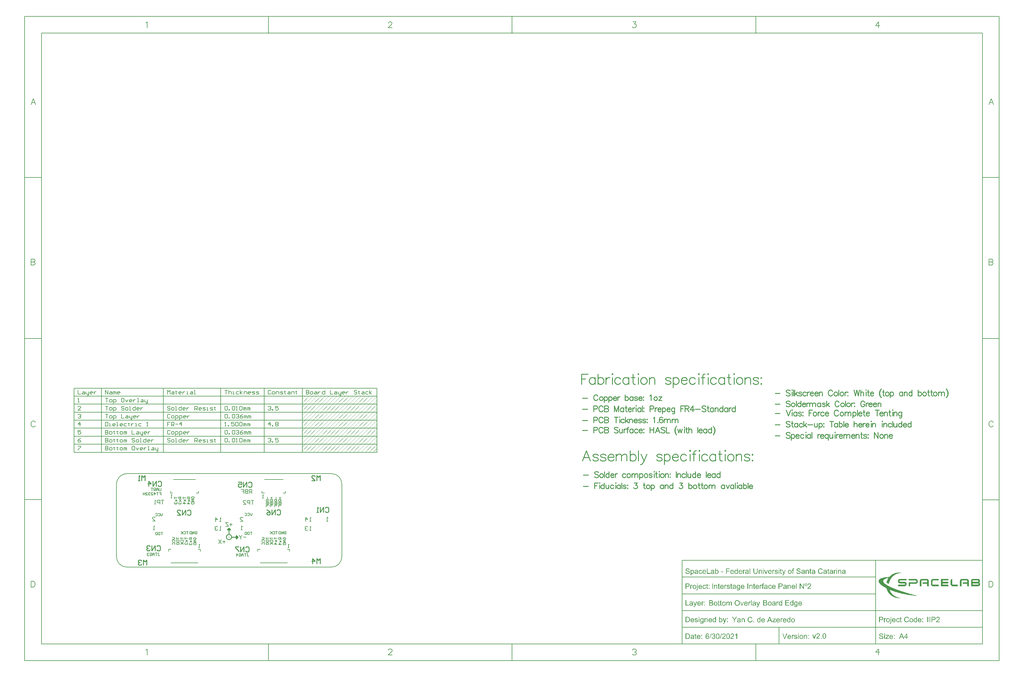
<source format=gbo>
G04*
G04 #@! TF.GenerationSoftware,Altium Limited,Altium Designer,18.1.7 (191)*
G04*
G04 Layer_Color=32896*
%FSLAX25Y25*%
%MOIN*%
G70*
G01*
G75*
%ADD10C,0.00787*%
%ADD11C,0.01000*%
%ADD14C,0.00100*%
%ADD15C,0.00700*%
%ADD34C,0.00602*%
G36*
X134646Y43406D02*
X130709D01*
X132677Y45374D01*
X134646Y43406D01*
D02*
G37*
G36*
X142618Y35433D02*
X140650Y33465D01*
Y37402D01*
X142618Y35433D01*
D02*
G37*
G36*
X799006Y-1464D02*
X799111Y-1474D01*
X799236Y-1493D01*
X799371Y-1512D01*
X799515Y-1541D01*
X799400Y-2214D01*
X799390D01*
X799361Y-2204D01*
X799313Y-2194D01*
X799255Y-2185D01*
X799179D01*
X799102Y-2175D01*
X798938Y-2166D01*
X798881D01*
X798823Y-2175D01*
X798746Y-2185D01*
X798669Y-2204D01*
X798583Y-2233D01*
X798506Y-2271D01*
X798439Y-2319D01*
X798429Y-2329D01*
X798419Y-2348D01*
X798390Y-2387D01*
X798371Y-2444D01*
X798343Y-2521D01*
X798314Y-2627D01*
X798304Y-2742D01*
X798294Y-2886D01*
Y-3300D01*
X799188D01*
Y-3905D01*
X798304D01*
Y-7874D01*
X797526D01*
Y-3905D01*
X796843D01*
Y-3300D01*
X797526D01*
Y-2819D01*
Y-2810D01*
Y-2800D01*
Y-2742D01*
X797535Y-2665D01*
Y-2560D01*
X797545Y-2454D01*
X797564Y-2339D01*
X797583Y-2233D01*
X797612Y-2137D01*
X797622Y-2127D01*
X797631Y-2089D01*
X797660Y-2031D01*
X797699Y-1964D01*
X797756Y-1877D01*
X797823Y-1801D01*
X797900Y-1724D01*
X797997Y-1647D01*
X798006Y-1637D01*
X798054Y-1618D01*
X798112Y-1589D01*
X798208Y-1551D01*
X798314Y-1512D01*
X798458Y-1483D01*
X798612Y-1464D01*
X798794Y-1455D01*
X798919D01*
X799006Y-1464D01*
D02*
G37*
G36*
X850064Y-2444D02*
X849285D01*
Y-1560D01*
X850064D01*
Y-2444D01*
D02*
G37*
G36*
X781957D02*
X781179D01*
Y-1560D01*
X781957D01*
Y-2444D01*
D02*
G37*
G36*
X763343D02*
X762565D01*
Y-1560D01*
X763343D01*
Y-2444D01*
D02*
G37*
G36*
X804704Y-1464D02*
X804772D01*
X804935Y-1483D01*
X805127Y-1512D01*
X805339Y-1551D01*
X805550Y-1608D01*
X805752Y-1685D01*
X805761D01*
X805771Y-1695D01*
X805800Y-1704D01*
X805838Y-1724D01*
X805934Y-1781D01*
X806059Y-1849D01*
X806194Y-1945D01*
X806328Y-2060D01*
X806463Y-2194D01*
X806578Y-2348D01*
X806588Y-2368D01*
X806626Y-2425D01*
X806674Y-2521D01*
X806722Y-2637D01*
X806780Y-2781D01*
X806838Y-2954D01*
X806876Y-3136D01*
X806895Y-3338D01*
X806098Y-3396D01*
Y-3386D01*
Y-3367D01*
X806088Y-3338D01*
X806079Y-3300D01*
X806059Y-3194D01*
X806021Y-3059D01*
X805963Y-2915D01*
X805886Y-2771D01*
X805781Y-2627D01*
X805656Y-2502D01*
X805637Y-2492D01*
X805588Y-2454D01*
X805502Y-2406D01*
X805387Y-2348D01*
X805233Y-2291D01*
X805041Y-2243D01*
X804820Y-2204D01*
X804560Y-2194D01*
X804435D01*
X804378Y-2204D01*
X804301D01*
X804137Y-2233D01*
X803955Y-2262D01*
X803772Y-2310D01*
X803599Y-2377D01*
X803522Y-2425D01*
X803455Y-2473D01*
X803445Y-2483D01*
X803407Y-2521D01*
X803349Y-2579D01*
X803292Y-2665D01*
X803224Y-2761D01*
X803176Y-2877D01*
X803138Y-3002D01*
X803119Y-3146D01*
Y-3165D01*
Y-3204D01*
X803128Y-3271D01*
X803148Y-3348D01*
X803176Y-3434D01*
X803224Y-3530D01*
X803282Y-3617D01*
X803359Y-3703D01*
X803368Y-3713D01*
X803417Y-3742D01*
X803445Y-3761D01*
X803484Y-3790D01*
X803541Y-3809D01*
X803609Y-3838D01*
X803686Y-3876D01*
X803772Y-3915D01*
X803868Y-3943D01*
X803984Y-3982D01*
X804118Y-4030D01*
X804262Y-4069D01*
X804426Y-4107D01*
X804608Y-4155D01*
X804618D01*
X804656Y-4165D01*
X804704Y-4174D01*
X804772Y-4193D01*
X804858Y-4213D01*
X804954Y-4241D01*
X805166Y-4290D01*
X805396Y-4357D01*
X805627Y-4424D01*
X805742Y-4453D01*
X805838Y-4491D01*
X805934Y-4530D01*
X806011Y-4559D01*
X806021D01*
X806040Y-4568D01*
X806059Y-4587D01*
X806098Y-4607D01*
X806194Y-4664D01*
X806319Y-4732D01*
X806453Y-4828D01*
X806588Y-4943D01*
X806713Y-5068D01*
X806818Y-5202D01*
X806828Y-5222D01*
X806857Y-5270D01*
X806905Y-5347D01*
X806953Y-5462D01*
X807001Y-5587D01*
X807049Y-5741D01*
X807078Y-5914D01*
X807088Y-6096D01*
Y-6106D01*
Y-6115D01*
Y-6144D01*
Y-6183D01*
X807068Y-6279D01*
X807049Y-6404D01*
X807020Y-6548D01*
X806963Y-6711D01*
X806895Y-6884D01*
X806799Y-7048D01*
X806790Y-7067D01*
X806742Y-7124D01*
X806684Y-7201D01*
X806588Y-7297D01*
X806472Y-7413D01*
X806328Y-7528D01*
X806155Y-7634D01*
X805963Y-7739D01*
X805954D01*
X805934Y-7749D01*
X805906Y-7759D01*
X805867Y-7778D01*
X805819Y-7797D01*
X805761Y-7816D01*
X805608Y-7855D01*
X805435Y-7903D01*
X805223Y-7941D01*
X805002Y-7970D01*
X804752Y-7980D01*
X804608D01*
X804541Y-7970D01*
X804454D01*
X804358Y-7960D01*
X804253Y-7951D01*
X804032Y-7922D01*
X803791Y-7874D01*
X803551Y-7816D01*
X803321Y-7739D01*
X803311D01*
X803292Y-7730D01*
X803263Y-7711D01*
X803224Y-7691D01*
X803119Y-7634D01*
X802994Y-7547D01*
X802840Y-7442D01*
X802696Y-7317D01*
X802542Y-7163D01*
X802407Y-6990D01*
Y-6980D01*
X802398Y-6971D01*
X802379Y-6942D01*
X802359Y-6903D01*
X802331Y-6855D01*
X802302Y-6798D01*
X802244Y-6654D01*
X802186Y-6490D01*
X802129Y-6288D01*
X802090Y-6077D01*
X802071Y-5846D01*
X802859Y-5779D01*
Y-5789D01*
Y-5798D01*
X802869Y-5856D01*
X802888Y-5942D01*
X802907Y-6058D01*
X802946Y-6183D01*
X802984Y-6317D01*
X803042Y-6442D01*
X803109Y-6567D01*
X803119Y-6577D01*
X803148Y-6615D01*
X803195Y-6673D01*
X803272Y-6740D01*
X803359Y-6817D01*
X803465Y-6903D01*
X803599Y-6980D01*
X803743Y-7057D01*
X803753D01*
X803763Y-7067D01*
X803820Y-7086D01*
X803907Y-7115D01*
X804032Y-7144D01*
X804166Y-7182D01*
X804339Y-7211D01*
X804522Y-7230D01*
X804714Y-7240D01*
X804791D01*
X804887Y-7230D01*
X804993Y-7220D01*
X805127Y-7211D01*
X805262Y-7182D01*
X805406Y-7153D01*
X805550Y-7105D01*
X805569Y-7096D01*
X805608Y-7076D01*
X805675Y-7048D01*
X805752Y-7000D01*
X805848Y-6942D01*
X805934Y-6875D01*
X806021Y-6798D01*
X806098Y-6711D01*
X806107Y-6702D01*
X806127Y-6663D01*
X806155Y-6615D01*
X806194Y-6548D01*
X806223Y-6471D01*
X806252Y-6375D01*
X806271Y-6279D01*
X806280Y-6173D01*
Y-6163D01*
Y-6125D01*
X806271Y-6067D01*
X806261Y-6000D01*
X806242Y-5914D01*
X806203Y-5827D01*
X806165Y-5741D01*
X806107Y-5654D01*
X806098Y-5644D01*
X806079Y-5616D01*
X806030Y-5577D01*
X805973Y-5520D01*
X805896Y-5462D01*
X805800Y-5404D01*
X805675Y-5337D01*
X805540Y-5279D01*
X805531Y-5270D01*
X805492Y-5260D01*
X805415Y-5241D01*
X805367Y-5222D01*
X805310Y-5202D01*
X805233Y-5183D01*
X805156Y-5164D01*
X805060Y-5135D01*
X804964Y-5106D01*
X804848Y-5077D01*
X804714Y-5049D01*
X804570Y-5010D01*
X804416Y-4972D01*
X804406D01*
X804378Y-4962D01*
X804329Y-4953D01*
X804272Y-4933D01*
X804205Y-4914D01*
X804128Y-4895D01*
X803945Y-4847D01*
X803743Y-4780D01*
X803541Y-4712D01*
X803359Y-4645D01*
X803272Y-4616D01*
X803205Y-4578D01*
X803195D01*
X803186Y-4568D01*
X803128Y-4530D01*
X803051Y-4482D01*
X802955Y-4414D01*
X802840Y-4328D01*
X802734Y-4232D01*
X802629Y-4117D01*
X802532Y-3992D01*
X802523Y-3972D01*
X802494Y-3924D01*
X802465Y-3857D01*
X802427Y-3761D01*
X802379Y-3646D01*
X802350Y-3511D01*
X802321Y-3357D01*
X802311Y-3204D01*
Y-3194D01*
Y-3184D01*
Y-3156D01*
Y-3117D01*
X802331Y-3031D01*
X802350Y-2915D01*
X802379Y-2771D01*
X802427Y-2627D01*
X802494Y-2464D01*
X802581Y-2310D01*
Y-2300D01*
X802590Y-2291D01*
X802629Y-2243D01*
X802696Y-2166D01*
X802782Y-2070D01*
X802888Y-1973D01*
X803022Y-1868D01*
X803186Y-1762D01*
X803368Y-1676D01*
X803378D01*
X803388Y-1666D01*
X803417Y-1656D01*
X803465Y-1637D01*
X803513Y-1627D01*
X803570Y-1608D01*
X803705Y-1560D01*
X803878Y-1522D01*
X804070Y-1493D01*
X804291Y-1464D01*
X804522Y-1455D01*
X804637D01*
X804704Y-1464D01*
D02*
G37*
G36*
X673893D02*
X673960D01*
X674124Y-1483D01*
X674316Y-1512D01*
X674527Y-1551D01*
X674739Y-1608D01*
X674940Y-1685D01*
X674950D01*
X674960Y-1695D01*
X674989Y-1704D01*
X675027Y-1724D01*
X675123Y-1781D01*
X675248Y-1849D01*
X675383Y-1945D01*
X675517Y-2060D01*
X675652Y-2194D01*
X675767Y-2348D01*
X675776Y-2368D01*
X675815Y-2425D01*
X675863Y-2521D01*
X675911Y-2637D01*
X675969Y-2781D01*
X676026Y-2954D01*
X676065Y-3136D01*
X676084Y-3338D01*
X675286Y-3396D01*
Y-3386D01*
Y-3367D01*
X675277Y-3338D01*
X675267Y-3300D01*
X675248Y-3194D01*
X675210Y-3059D01*
X675152Y-2915D01*
X675075Y-2771D01*
X674969Y-2627D01*
X674844Y-2502D01*
X674825Y-2492D01*
X674777Y-2454D01*
X674691Y-2406D01*
X674575Y-2348D01*
X674422Y-2291D01*
X674229Y-2243D01*
X674008Y-2204D01*
X673749Y-2194D01*
X673624D01*
X673566Y-2204D01*
X673489D01*
X673326Y-2233D01*
X673143Y-2262D01*
X672961Y-2310D01*
X672788Y-2377D01*
X672711Y-2425D01*
X672644Y-2473D01*
X672634Y-2483D01*
X672596Y-2521D01*
X672538Y-2579D01*
X672480Y-2665D01*
X672413Y-2761D01*
X672365Y-2877D01*
X672327Y-3002D01*
X672307Y-3146D01*
Y-3165D01*
Y-3204D01*
X672317Y-3271D01*
X672336Y-3348D01*
X672365Y-3434D01*
X672413Y-3530D01*
X672471Y-3617D01*
X672548Y-3703D01*
X672557Y-3713D01*
X672605Y-3742D01*
X672634Y-3761D01*
X672673Y-3790D01*
X672730Y-3809D01*
X672797Y-3838D01*
X672874Y-3876D01*
X672961Y-3915D01*
X673057Y-3943D01*
X673172Y-3982D01*
X673307Y-4030D01*
X673451Y-4069D01*
X673614Y-4107D01*
X673797Y-4155D01*
X673806D01*
X673845Y-4165D01*
X673893Y-4174D01*
X673960Y-4193D01*
X674047Y-4213D01*
X674143Y-4241D01*
X674354Y-4290D01*
X674585Y-4357D01*
X674816Y-4424D01*
X674931Y-4453D01*
X675027Y-4491D01*
X675123Y-4530D01*
X675200Y-4559D01*
X675210D01*
X675229Y-4568D01*
X675248Y-4587D01*
X675286Y-4607D01*
X675383Y-4664D01*
X675507Y-4732D01*
X675642Y-4828D01*
X675776Y-4943D01*
X675902Y-5068D01*
X676007Y-5202D01*
X676017Y-5222D01*
X676046Y-5270D01*
X676094Y-5347D01*
X676142Y-5462D01*
X676190Y-5587D01*
X676238Y-5741D01*
X676267Y-5914D01*
X676276Y-6096D01*
Y-6106D01*
Y-6115D01*
Y-6144D01*
Y-6183D01*
X676257Y-6279D01*
X676238Y-6404D01*
X676209Y-6548D01*
X676151Y-6711D01*
X676084Y-6884D01*
X675988Y-7048D01*
X675978Y-7067D01*
X675930Y-7124D01*
X675873Y-7201D01*
X675776Y-7297D01*
X675661Y-7413D01*
X675517Y-7528D01*
X675344Y-7634D01*
X675152Y-7739D01*
X675142D01*
X675123Y-7749D01*
X675094Y-7759D01*
X675056Y-7778D01*
X675008Y-7797D01*
X674950Y-7816D01*
X674796Y-7855D01*
X674623Y-7903D01*
X674412Y-7941D01*
X674191Y-7970D01*
X673941Y-7980D01*
X673797D01*
X673730Y-7970D01*
X673643D01*
X673547Y-7960D01*
X673441Y-7951D01*
X673220Y-7922D01*
X672980Y-7874D01*
X672740Y-7816D01*
X672509Y-7739D01*
X672500D01*
X672480Y-7730D01*
X672451Y-7711D01*
X672413Y-7691D01*
X672307Y-7634D01*
X672182Y-7547D01*
X672029Y-7442D01*
X671884Y-7317D01*
X671731Y-7163D01*
X671596Y-6990D01*
Y-6980D01*
X671587Y-6971D01*
X671567Y-6942D01*
X671548Y-6903D01*
X671519Y-6855D01*
X671490Y-6798D01*
X671433Y-6654D01*
X671375Y-6490D01*
X671317Y-6288D01*
X671279Y-6077D01*
X671260Y-5846D01*
X672048Y-5779D01*
Y-5789D01*
Y-5798D01*
X672057Y-5856D01*
X672077Y-5942D01*
X672096Y-6058D01*
X672134Y-6183D01*
X672173Y-6317D01*
X672230Y-6442D01*
X672298Y-6567D01*
X672307Y-6577D01*
X672336Y-6615D01*
X672384Y-6673D01*
X672461Y-6740D01*
X672548Y-6817D01*
X672653Y-6903D01*
X672788Y-6980D01*
X672932Y-7057D01*
X672942D01*
X672951Y-7067D01*
X673009Y-7086D01*
X673095Y-7115D01*
X673220Y-7144D01*
X673355Y-7182D01*
X673528Y-7211D01*
X673710Y-7230D01*
X673903Y-7240D01*
X673980D01*
X674076Y-7230D01*
X674181Y-7220D01*
X674316Y-7211D01*
X674450Y-7182D01*
X674594Y-7153D01*
X674739Y-7105D01*
X674758Y-7096D01*
X674796Y-7076D01*
X674864Y-7048D01*
X674940Y-7000D01*
X675037Y-6942D01*
X675123Y-6875D01*
X675210Y-6798D01*
X675286Y-6711D01*
X675296Y-6702D01*
X675315Y-6663D01*
X675344Y-6615D01*
X675383Y-6548D01*
X675411Y-6471D01*
X675440Y-6375D01*
X675459Y-6279D01*
X675469Y-6173D01*
Y-6163D01*
Y-6125D01*
X675459Y-6067D01*
X675450Y-6000D01*
X675431Y-5914D01*
X675392Y-5827D01*
X675354Y-5741D01*
X675296Y-5654D01*
X675286Y-5644D01*
X675267Y-5616D01*
X675219Y-5577D01*
X675162Y-5520D01*
X675085Y-5462D01*
X674989Y-5404D01*
X674864Y-5337D01*
X674729Y-5279D01*
X674719Y-5270D01*
X674681Y-5260D01*
X674604Y-5241D01*
X674556Y-5222D01*
X674498Y-5202D01*
X674422Y-5183D01*
X674345Y-5164D01*
X674249Y-5135D01*
X674153Y-5106D01*
X674037Y-5077D01*
X673903Y-5049D01*
X673758Y-5010D01*
X673605Y-4972D01*
X673595D01*
X673566Y-4962D01*
X673518Y-4953D01*
X673460Y-4933D01*
X673393Y-4914D01*
X673316Y-4895D01*
X673134Y-4847D01*
X672932Y-4780D01*
X672730Y-4712D01*
X672548Y-4645D01*
X672461Y-4616D01*
X672394Y-4578D01*
X672384D01*
X672375Y-4568D01*
X672317Y-4530D01*
X672240Y-4482D01*
X672144Y-4414D01*
X672029Y-4328D01*
X671923Y-4232D01*
X671817Y-4117D01*
X671721Y-3992D01*
X671711Y-3972D01*
X671683Y-3924D01*
X671654Y-3857D01*
X671615Y-3761D01*
X671567Y-3646D01*
X671538Y-3511D01*
X671510Y-3357D01*
X671500Y-3204D01*
Y-3194D01*
Y-3184D01*
Y-3156D01*
Y-3117D01*
X671519Y-3031D01*
X671538Y-2915D01*
X671567Y-2771D01*
X671615Y-2627D01*
X671683Y-2464D01*
X671769Y-2310D01*
Y-2300D01*
X671779Y-2291D01*
X671817Y-2243D01*
X671884Y-2166D01*
X671971Y-2070D01*
X672077Y-1973D01*
X672211Y-1868D01*
X672375Y-1762D01*
X672557Y-1676D01*
X672567D01*
X672576Y-1666D01*
X672605Y-1656D01*
X672653Y-1637D01*
X672701Y-1627D01*
X672759Y-1608D01*
X672893Y-1560D01*
X673067Y-1522D01*
X673259Y-1493D01*
X673480Y-1464D01*
X673710Y-1455D01*
X673826D01*
X673893Y-1464D01*
D02*
G37*
G36*
X830728D02*
X830805Y-1474D01*
X830901Y-1483D01*
X831007Y-1493D01*
X831122Y-1512D01*
X831372Y-1570D01*
X831641Y-1656D01*
X831776Y-1714D01*
X831910Y-1781D01*
X832035Y-1858D01*
X832160Y-1945D01*
X832170Y-1954D01*
X832189Y-1964D01*
X832218Y-1993D01*
X832266Y-2031D01*
X832314Y-2079D01*
X832381Y-2146D01*
X832448Y-2214D01*
X832516Y-2291D01*
X832592Y-2387D01*
X832660Y-2483D01*
X832737Y-2598D01*
X832814Y-2723D01*
X832881Y-2848D01*
X832948Y-2992D01*
X833063Y-3300D01*
X832237Y-3492D01*
Y-3482D01*
X832227Y-3463D01*
X832218Y-3425D01*
X832199Y-3376D01*
X832170Y-3319D01*
X832141Y-3252D01*
X832074Y-3108D01*
X831987Y-2944D01*
X831872Y-2771D01*
X831747Y-2617D01*
X831593Y-2483D01*
X831574Y-2473D01*
X831516Y-2435D01*
X831430Y-2387D01*
X831305Y-2319D01*
X831161Y-2262D01*
X830978Y-2214D01*
X830776Y-2175D01*
X830546Y-2166D01*
X830478D01*
X830430Y-2175D01*
X830363D01*
X830296Y-2185D01*
X830123Y-2214D01*
X829931Y-2252D01*
X829729Y-2319D01*
X829527Y-2406D01*
X829335Y-2521D01*
X829325D01*
X829315Y-2541D01*
X829258Y-2589D01*
X829171Y-2665D01*
X829066Y-2771D01*
X828960Y-2906D01*
X828845Y-3059D01*
X828739Y-3252D01*
X828652Y-3463D01*
Y-3473D01*
X828643Y-3492D01*
X828633Y-3521D01*
X828624Y-3569D01*
X828604Y-3617D01*
X828595Y-3684D01*
X828556Y-3838D01*
X828518Y-4020D01*
X828489Y-4222D01*
X828470Y-4443D01*
X828460Y-4674D01*
Y-4684D01*
Y-4712D01*
Y-4751D01*
Y-4808D01*
X828470Y-4876D01*
Y-4962D01*
X828479Y-5049D01*
X828489Y-5145D01*
X828518Y-5366D01*
X828556Y-5606D01*
X828614Y-5846D01*
X828691Y-6077D01*
Y-6087D01*
X828701Y-6106D01*
X828720Y-6135D01*
X828739Y-6173D01*
X828787Y-6288D01*
X828864Y-6413D01*
X828969Y-6567D01*
X829095Y-6711D01*
X829239Y-6855D01*
X829412Y-6980D01*
X829421D01*
X829431Y-6990D01*
X829460Y-7009D01*
X829498Y-7028D01*
X829604Y-7067D01*
X829738Y-7124D01*
X829892Y-7173D01*
X830075Y-7220D01*
X830276Y-7259D01*
X830488Y-7269D01*
X830555D01*
X830603Y-7259D01*
X830661D01*
X830738Y-7249D01*
X830901Y-7220D01*
X831084Y-7173D01*
X831286Y-7096D01*
X831478Y-7000D01*
X831670Y-6865D01*
X831680Y-6855D01*
X831689Y-6846D01*
X831747Y-6788D01*
X831833Y-6692D01*
X831939Y-6567D01*
X832045Y-6394D01*
X832160Y-6192D01*
X832256Y-5942D01*
X832333Y-5664D01*
X833169Y-5875D01*
Y-5885D01*
X833160Y-5923D01*
X833140Y-5971D01*
X833121Y-6048D01*
X833083Y-6125D01*
X833044Y-6231D01*
X833006Y-6336D01*
X832948Y-6452D01*
X832823Y-6711D01*
X832650Y-6971D01*
X832458Y-7220D01*
X832343Y-7336D01*
X832218Y-7442D01*
X832208Y-7451D01*
X832189Y-7461D01*
X832150Y-7490D01*
X832093Y-7528D01*
X832026Y-7566D01*
X831949Y-7615D01*
X831862Y-7663D01*
X831756Y-7711D01*
X831641Y-7759D01*
X831516Y-7807D01*
X831372Y-7855D01*
X831228Y-7893D01*
X830911Y-7960D01*
X830738Y-7970D01*
X830555Y-7980D01*
X830459D01*
X830382Y-7970D01*
X830296D01*
X830200Y-7960D01*
X830084Y-7941D01*
X829969Y-7932D01*
X829700Y-7874D01*
X829421Y-7807D01*
X829152Y-7701D01*
X829018Y-7643D01*
X828893Y-7566D01*
X828883Y-7557D01*
X828864Y-7547D01*
X828835Y-7518D01*
X828787Y-7490D01*
X828672Y-7394D01*
X828537Y-7259D01*
X828374Y-7096D01*
X828220Y-6884D01*
X828057Y-6644D01*
X827922Y-6365D01*
Y-6356D01*
X827912Y-6327D01*
X827893Y-6288D01*
X827874Y-6231D01*
X827845Y-6154D01*
X827816Y-6067D01*
X827787Y-5971D01*
X827759Y-5856D01*
X827730Y-5741D01*
X827701Y-5606D01*
X827643Y-5318D01*
X827605Y-5010D01*
X827595Y-4674D01*
Y-4664D01*
Y-4626D01*
Y-4578D01*
X827605Y-4510D01*
Y-4424D01*
X827614Y-4318D01*
X827624Y-4213D01*
X827643Y-4088D01*
X827691Y-3819D01*
X827749Y-3530D01*
X827845Y-3232D01*
X827970Y-2954D01*
Y-2944D01*
X827989Y-2925D01*
X828008Y-2886D01*
X828037Y-2829D01*
X828076Y-2771D01*
X828124Y-2704D01*
X828249Y-2541D01*
X828393Y-2358D01*
X828576Y-2175D01*
X828797Y-1993D01*
X829037Y-1839D01*
X829046D01*
X829066Y-1820D01*
X829104Y-1801D01*
X829162Y-1781D01*
X829219Y-1752D01*
X829296Y-1714D01*
X829392Y-1685D01*
X829488Y-1647D01*
X829594Y-1608D01*
X829710Y-1579D01*
X829969Y-1512D01*
X830257Y-1474D01*
X830565Y-1455D01*
X830661D01*
X830728Y-1464D01*
D02*
G37*
G36*
X732927Y-7874D02*
X732206D01*
Y-7307D01*
X732197Y-7317D01*
X732187Y-7336D01*
X732158Y-7365D01*
X732120Y-7413D01*
X732082Y-7461D01*
X732024Y-7518D01*
X731957Y-7576D01*
X731880Y-7643D01*
X731793Y-7701D01*
X731697Y-7768D01*
X731591Y-7826D01*
X731486Y-7874D01*
X731361Y-7922D01*
X731226Y-7951D01*
X731082Y-7970D01*
X730928Y-7980D01*
X730871D01*
X730832Y-7970D01*
X730726Y-7960D01*
X730602Y-7941D01*
X730438Y-7903D01*
X730275Y-7855D01*
X730092Y-7778D01*
X729919Y-7682D01*
X729910D01*
X729900Y-7672D01*
X729842Y-7624D01*
X729766Y-7557D01*
X729660Y-7461D01*
X729554Y-7345D01*
X729429Y-7201D01*
X729323Y-7038D01*
X729218Y-6846D01*
Y-6836D01*
X729208Y-6817D01*
X729199Y-6788D01*
X729179Y-6750D01*
X729160Y-6702D01*
X729141Y-6634D01*
X729093Y-6481D01*
X729045Y-6298D01*
X729006Y-6087D01*
X728977Y-5856D01*
X728968Y-5596D01*
Y-5587D01*
Y-5568D01*
Y-5529D01*
Y-5481D01*
X728977Y-5424D01*
Y-5347D01*
X728997Y-5183D01*
X729026Y-4991D01*
X729064Y-4789D01*
X729112Y-4568D01*
X729189Y-4357D01*
Y-4347D01*
X729199Y-4328D01*
X729218Y-4299D01*
X729237Y-4261D01*
X729285Y-4165D01*
X729362Y-4040D01*
X729458Y-3895D01*
X729573Y-3751D01*
X729708Y-3617D01*
X729871Y-3492D01*
X729881D01*
X729890Y-3482D01*
X729948Y-3444D01*
X730044Y-3396D01*
X730169Y-3338D01*
X730323Y-3290D01*
X730496Y-3242D01*
X730688Y-3204D01*
X730890Y-3194D01*
X730957D01*
X731034Y-3204D01*
X731140Y-3213D01*
X731246Y-3242D01*
X731370Y-3271D01*
X731495Y-3319D01*
X731620Y-3376D01*
X731639Y-3386D01*
X731678Y-3405D01*
X731736Y-3444D01*
X731812Y-3501D01*
X731889Y-3559D01*
X731985Y-3636D01*
X732072Y-3732D01*
X732149Y-3828D01*
Y-1560D01*
X732927D01*
Y-7874D01*
D02*
G37*
G36*
X679553Y-3213D02*
X679688Y-3232D01*
X679851Y-3271D01*
X680024Y-3319D01*
X680197Y-3396D01*
X680370Y-3501D01*
X680380D01*
X680389Y-3511D01*
X680447Y-3559D01*
X680524Y-3626D01*
X680630Y-3723D01*
X680735Y-3838D01*
X680851Y-3992D01*
X680956Y-4155D01*
X681052Y-4357D01*
Y-4366D01*
X681062Y-4386D01*
X681072Y-4414D01*
X681091Y-4453D01*
X681110Y-4501D01*
X681129Y-4568D01*
X681168Y-4712D01*
X681206Y-4895D01*
X681245Y-5097D01*
X681274Y-5318D01*
X681283Y-5558D01*
Y-5568D01*
Y-5587D01*
Y-5625D01*
Y-5673D01*
X681274Y-5741D01*
Y-5808D01*
X681254Y-5981D01*
X681216Y-6173D01*
X681177Y-6385D01*
X681110Y-6605D01*
X681024Y-6826D01*
Y-6836D01*
X681014Y-6855D01*
X680995Y-6884D01*
X680976Y-6923D01*
X680918Y-7019D01*
X680841Y-7144D01*
X680735Y-7278D01*
X680610Y-7422D01*
X680466Y-7557D01*
X680293Y-7682D01*
X680284D01*
X680274Y-7691D01*
X680245Y-7711D01*
X680207Y-7730D01*
X680111Y-7778D01*
X679986Y-7826D01*
X679832Y-7884D01*
X679669Y-7932D01*
X679476Y-7970D01*
X679284Y-7980D01*
X679217D01*
X679150Y-7970D01*
X679053Y-7960D01*
X678948Y-7941D01*
X678832Y-7913D01*
X678708Y-7874D01*
X678592Y-7826D01*
X678583Y-7816D01*
X678544Y-7797D01*
X678487Y-7759D01*
X678419Y-7711D01*
X678333Y-7653D01*
X678256Y-7586D01*
X678169Y-7499D01*
X678093Y-7413D01*
Y-9623D01*
X677314D01*
Y-3300D01*
X678025D01*
Y-3895D01*
X678035Y-3876D01*
X678064Y-3838D01*
X678121Y-3780D01*
X678189Y-3703D01*
X678265Y-3617D01*
X678362Y-3530D01*
X678467Y-3444D01*
X678583Y-3376D01*
X678602Y-3367D01*
X678640Y-3348D01*
X678708Y-3319D01*
X678794Y-3280D01*
X678909Y-3252D01*
X679034Y-3223D01*
X679178Y-3204D01*
X679342Y-3194D01*
X679438D01*
X679553Y-3213D01*
D02*
G37*
G36*
X853542Y-3204D02*
X853638Y-3213D01*
X853754Y-3232D01*
X853888Y-3261D01*
X854013Y-3300D01*
X854148Y-3348D01*
X854167Y-3357D01*
X854205Y-3376D01*
X854263Y-3405D01*
X854340Y-3453D01*
X854426Y-3511D01*
X854513Y-3578D01*
X854599Y-3655D01*
X854667Y-3742D01*
X854676Y-3751D01*
X854696Y-3780D01*
X854724Y-3838D01*
X854763Y-3905D01*
X854801Y-3982D01*
X854840Y-4078D01*
X854878Y-4193D01*
X854907Y-4309D01*
Y-4318D01*
X854916Y-4347D01*
X854926Y-4405D01*
X854936Y-4482D01*
Y-4587D01*
X854945Y-4722D01*
X854955Y-4876D01*
Y-5068D01*
Y-7874D01*
X854177D01*
Y-5097D01*
Y-5087D01*
Y-5077D01*
Y-5020D01*
Y-4933D01*
X854167Y-4828D01*
X854157Y-4722D01*
X854138Y-4597D01*
X854109Y-4491D01*
X854080Y-4395D01*
Y-4386D01*
X854061Y-4357D01*
X854042Y-4309D01*
X854013Y-4261D01*
X853965Y-4193D01*
X853907Y-4136D01*
X853840Y-4069D01*
X853763Y-4011D01*
X853754Y-4001D01*
X853725Y-3992D01*
X853677Y-3963D01*
X853610Y-3934D01*
X853533Y-3915D01*
X853437Y-3886D01*
X853341Y-3876D01*
X853225Y-3867D01*
X853139D01*
X853052Y-3886D01*
X852927Y-3905D01*
X852793Y-3943D01*
X852658Y-4001D01*
X852504Y-4078D01*
X852370Y-4184D01*
X852351Y-4203D01*
X852312Y-4251D01*
X852255Y-4328D01*
X852226Y-4386D01*
X852197Y-4453D01*
X852159Y-4530D01*
X852130Y-4616D01*
X852101Y-4712D01*
X852072Y-4818D01*
X852043Y-4943D01*
X852034Y-5077D01*
X852014Y-5222D01*
Y-5375D01*
Y-7874D01*
X851236D01*
Y-3300D01*
X851937D01*
Y-3953D01*
X851947Y-3943D01*
X851957Y-3924D01*
X851985Y-3886D01*
X852034Y-3838D01*
X852082Y-3780D01*
X852149Y-3713D01*
X852216Y-3646D01*
X852303Y-3569D01*
X852408Y-3501D01*
X852514Y-3434D01*
X852629Y-3367D01*
X852764Y-3309D01*
X852899Y-3261D01*
X853052Y-3223D01*
X853216Y-3204D01*
X853389Y-3194D01*
X853456D01*
X853542Y-3204D01*
D02*
G37*
G36*
X815333D02*
X815429Y-3213D01*
X815544Y-3232D01*
X815679Y-3261D01*
X815804Y-3300D01*
X815938Y-3348D01*
X815958Y-3357D01*
X815996Y-3376D01*
X816054Y-3405D01*
X816131Y-3453D01*
X816217Y-3511D01*
X816304Y-3578D01*
X816390Y-3655D01*
X816457Y-3742D01*
X816467Y-3751D01*
X816486Y-3780D01*
X816515Y-3838D01*
X816553Y-3905D01*
X816592Y-3982D01*
X816630Y-4078D01*
X816669Y-4193D01*
X816698Y-4309D01*
Y-4318D01*
X816707Y-4347D01*
X816717Y-4405D01*
X816726Y-4482D01*
Y-4587D01*
X816736Y-4722D01*
X816746Y-4876D01*
Y-5068D01*
Y-7874D01*
X815967D01*
Y-5097D01*
Y-5087D01*
Y-5077D01*
Y-5020D01*
Y-4933D01*
X815958Y-4828D01*
X815948Y-4722D01*
X815929Y-4597D01*
X815900Y-4491D01*
X815871Y-4395D01*
Y-4386D01*
X815852Y-4357D01*
X815833Y-4309D01*
X815804Y-4261D01*
X815756Y-4193D01*
X815698Y-4136D01*
X815631Y-4069D01*
X815554Y-4011D01*
X815544Y-4001D01*
X815516Y-3992D01*
X815467Y-3963D01*
X815400Y-3934D01*
X815323Y-3915D01*
X815227Y-3886D01*
X815131Y-3876D01*
X815016Y-3867D01*
X814929D01*
X814843Y-3886D01*
X814718Y-3905D01*
X814583Y-3943D01*
X814449Y-4001D01*
X814295Y-4078D01*
X814161Y-4184D01*
X814141Y-4203D01*
X814103Y-4251D01*
X814045Y-4328D01*
X814016Y-4386D01*
X813988Y-4453D01*
X813949Y-4530D01*
X813920Y-4616D01*
X813892Y-4712D01*
X813863Y-4818D01*
X813834Y-4943D01*
X813824Y-5077D01*
X813805Y-5222D01*
Y-5375D01*
Y-7874D01*
X813027D01*
Y-3300D01*
X813728D01*
Y-3953D01*
X813738Y-3943D01*
X813747Y-3924D01*
X813776Y-3886D01*
X813824Y-3838D01*
X813872Y-3780D01*
X813939Y-3713D01*
X814007Y-3646D01*
X814093Y-3569D01*
X814199Y-3501D01*
X814305Y-3434D01*
X814420Y-3367D01*
X814555Y-3309D01*
X814689Y-3261D01*
X814843Y-3223D01*
X815006Y-3204D01*
X815179Y-3194D01*
X815246D01*
X815333Y-3204D01*
D02*
G37*
G36*
X759960D02*
X760056Y-3213D01*
X760172Y-3232D01*
X760306Y-3261D01*
X760431Y-3300D01*
X760566Y-3348D01*
X760585Y-3357D01*
X760623Y-3376D01*
X760681Y-3405D01*
X760758Y-3453D01*
X760844Y-3511D01*
X760931Y-3578D01*
X761017Y-3655D01*
X761085Y-3742D01*
X761094Y-3751D01*
X761113Y-3780D01*
X761142Y-3838D01*
X761181Y-3905D01*
X761219Y-3982D01*
X761258Y-4078D01*
X761296Y-4193D01*
X761325Y-4309D01*
Y-4318D01*
X761334Y-4347D01*
X761344Y-4405D01*
X761354Y-4482D01*
Y-4587D01*
X761363Y-4722D01*
X761373Y-4876D01*
Y-5068D01*
Y-7874D01*
X760594D01*
Y-5097D01*
Y-5087D01*
Y-5077D01*
Y-5020D01*
Y-4933D01*
X760585Y-4828D01*
X760575Y-4722D01*
X760556Y-4597D01*
X760527Y-4491D01*
X760498Y-4395D01*
Y-4386D01*
X760479Y-4357D01*
X760460Y-4309D01*
X760431Y-4261D01*
X760383Y-4193D01*
X760325Y-4136D01*
X760258Y-4069D01*
X760181Y-4011D01*
X760172Y-4001D01*
X760143Y-3992D01*
X760095Y-3963D01*
X760027Y-3934D01*
X759950Y-3915D01*
X759854Y-3886D01*
X759758Y-3876D01*
X759643Y-3867D01*
X759556D01*
X759470Y-3886D01*
X759345Y-3905D01*
X759211Y-3943D01*
X759076Y-4001D01*
X758922Y-4078D01*
X758788Y-4184D01*
X758769Y-4203D01*
X758730Y-4251D01*
X758672Y-4328D01*
X758644Y-4386D01*
X758615Y-4453D01*
X758576Y-4530D01*
X758547Y-4616D01*
X758519Y-4712D01*
X758490Y-4818D01*
X758461Y-4943D01*
X758451Y-5077D01*
X758432Y-5222D01*
Y-5375D01*
Y-7874D01*
X757654D01*
Y-3300D01*
X758355D01*
Y-3953D01*
X758365Y-3943D01*
X758375Y-3924D01*
X758403Y-3886D01*
X758451Y-3838D01*
X758499Y-3780D01*
X758567Y-3713D01*
X758634Y-3646D01*
X758720Y-3569D01*
X758826Y-3501D01*
X758932Y-3434D01*
X759047Y-3367D01*
X759182Y-3309D01*
X759316Y-3261D01*
X759470Y-3223D01*
X759633Y-3204D01*
X759806Y-3194D01*
X759874D01*
X759960Y-3204D01*
D02*
G37*
G36*
X848170D02*
X848276Y-3223D01*
X848391Y-3261D01*
X848526Y-3300D01*
X848670Y-3367D01*
X848824Y-3453D01*
X848545Y-4165D01*
X848536Y-4155D01*
X848497Y-4136D01*
X848439Y-4107D01*
X848372Y-4078D01*
X848286Y-4049D01*
X848190Y-4020D01*
X848084Y-4001D01*
X847978Y-3992D01*
X847940D01*
X847892Y-4001D01*
X847824Y-4011D01*
X847757Y-4030D01*
X847680Y-4059D01*
X847603Y-4097D01*
X847526Y-4145D01*
X847517Y-4155D01*
X847498Y-4174D01*
X847459Y-4213D01*
X847421Y-4261D01*
X847373Y-4318D01*
X847325Y-4395D01*
X847286Y-4482D01*
X847248Y-4578D01*
X847238Y-4597D01*
X847229Y-4645D01*
X847209Y-4732D01*
X847190Y-4847D01*
X847161Y-4981D01*
X847142Y-5135D01*
X847132Y-5299D01*
X847123Y-5481D01*
Y-7874D01*
X846344D01*
Y-3300D01*
X847046D01*
Y-3982D01*
X847056Y-3972D01*
X847094Y-3915D01*
X847142Y-3828D01*
X847200Y-3732D01*
X847277Y-3626D01*
X847363Y-3521D01*
X847440Y-3425D01*
X847526Y-3357D01*
X847536Y-3348D01*
X847565Y-3328D01*
X847613Y-3309D01*
X847680Y-3271D01*
X847748Y-3242D01*
X847834Y-3223D01*
X847930Y-3204D01*
X848026Y-3194D01*
X848093D01*
X848170Y-3204D01*
D02*
G37*
G36*
X775653D02*
X775759Y-3223D01*
X775874Y-3261D01*
X776009Y-3300D01*
X776153Y-3367D01*
X776307Y-3453D01*
X776028Y-4165D01*
X776018Y-4155D01*
X775980Y-4136D01*
X775922Y-4107D01*
X775855Y-4078D01*
X775769Y-4049D01*
X775672Y-4020D01*
X775567Y-4001D01*
X775461Y-3992D01*
X775423D01*
X775375Y-4001D01*
X775307Y-4011D01*
X775240Y-4030D01*
X775163Y-4059D01*
X775086Y-4097D01*
X775009Y-4145D01*
X775000Y-4155D01*
X774981Y-4174D01*
X774942Y-4213D01*
X774904Y-4261D01*
X774856Y-4318D01*
X774808Y-4395D01*
X774769Y-4482D01*
X774731Y-4578D01*
X774721Y-4597D01*
X774712Y-4645D01*
X774692Y-4732D01*
X774673Y-4847D01*
X774644Y-4981D01*
X774625Y-5135D01*
X774615Y-5299D01*
X774606Y-5481D01*
Y-7874D01*
X773827D01*
Y-3300D01*
X774529D01*
Y-3982D01*
X774539Y-3972D01*
X774577Y-3915D01*
X774625Y-3828D01*
X774683Y-3732D01*
X774759Y-3626D01*
X774846Y-3521D01*
X774923Y-3425D01*
X775009Y-3357D01*
X775019Y-3348D01*
X775048Y-3328D01*
X775096Y-3309D01*
X775163Y-3271D01*
X775230Y-3242D01*
X775317Y-3223D01*
X775413Y-3204D01*
X775509Y-3194D01*
X775576D01*
X775653Y-3204D01*
D02*
G37*
G36*
X740875D02*
X740980Y-3223D01*
X741096Y-3261D01*
X741230Y-3300D01*
X741374Y-3367D01*
X741528Y-3453D01*
X741250Y-4165D01*
X741240Y-4155D01*
X741201Y-4136D01*
X741144Y-4107D01*
X741077Y-4078D01*
X740990Y-4049D01*
X740894Y-4020D01*
X740788Y-4001D01*
X740683Y-3992D01*
X740644D01*
X740596Y-4001D01*
X740529Y-4011D01*
X740461Y-4030D01*
X740385Y-4059D01*
X740308Y-4097D01*
X740231Y-4145D01*
X740221Y-4155D01*
X740202Y-4174D01*
X740164Y-4213D01*
X740125Y-4261D01*
X740077Y-4318D01*
X740029Y-4395D01*
X739991Y-4482D01*
X739952Y-4578D01*
X739943Y-4597D01*
X739933Y-4645D01*
X739914Y-4732D01*
X739894Y-4847D01*
X739866Y-4981D01*
X739846Y-5135D01*
X739837Y-5299D01*
X739827Y-5481D01*
Y-7874D01*
X739049D01*
Y-3300D01*
X739750D01*
Y-3982D01*
X739760Y-3972D01*
X739798Y-3915D01*
X739846Y-3828D01*
X739904Y-3732D01*
X739981Y-3626D01*
X740067Y-3521D01*
X740144Y-3425D01*
X740231Y-3357D01*
X740240Y-3348D01*
X740269Y-3328D01*
X740317Y-3309D01*
X740385Y-3271D01*
X740452Y-3242D01*
X740538Y-3223D01*
X740634Y-3204D01*
X740730Y-3194D01*
X740798D01*
X740875Y-3204D01*
D02*
G37*
G36*
X778450D02*
X778575Y-3213D01*
X778728Y-3232D01*
X778882Y-3261D01*
X779046Y-3300D01*
X779199Y-3357D01*
X779209D01*
X779219Y-3367D01*
X779267Y-3386D01*
X779344Y-3425D01*
X779430Y-3463D01*
X779526Y-3530D01*
X779632Y-3598D01*
X779728Y-3684D01*
X779805Y-3780D01*
X779814Y-3790D01*
X779834Y-3828D01*
X779872Y-3886D01*
X779920Y-3963D01*
X779959Y-4059D01*
X780007Y-4184D01*
X780045Y-4318D01*
X780084Y-4472D01*
X779324Y-4578D01*
Y-4559D01*
X779315Y-4520D01*
X779295Y-4453D01*
X779267Y-4376D01*
X779228Y-4290D01*
X779171Y-4203D01*
X779103Y-4107D01*
X779017Y-4030D01*
X779007Y-4020D01*
X778969Y-4001D01*
X778911Y-3963D01*
X778834Y-3924D01*
X778738Y-3895D01*
X778613Y-3857D01*
X778479Y-3838D01*
X778315Y-3828D01*
X778229D01*
X778133Y-3838D01*
X778017Y-3847D01*
X777892Y-3876D01*
X777768Y-3905D01*
X777642Y-3953D01*
X777546Y-4011D01*
X777537Y-4020D01*
X777508Y-4040D01*
X777479Y-4078D01*
X777441Y-4126D01*
X777393Y-4184D01*
X777364Y-4261D01*
X777335Y-4338D01*
X777325Y-4424D01*
Y-4434D01*
Y-4453D01*
X777335Y-4482D01*
Y-4520D01*
X777364Y-4607D01*
X777412Y-4703D01*
X777422Y-4712D01*
X777431Y-4722D01*
X777489Y-4770D01*
X777527Y-4808D01*
X777575Y-4837D01*
X777642Y-4876D01*
X777710Y-4905D01*
X777719D01*
X777739Y-4914D01*
X777777Y-4924D01*
X777844Y-4943D01*
X777931Y-4972D01*
X778056Y-5010D01*
X778209Y-5049D01*
X778296Y-5077D01*
X778402Y-5106D01*
X778411D01*
X778440Y-5116D01*
X778479Y-5126D01*
X778536Y-5145D01*
X778604Y-5164D01*
X778680Y-5183D01*
X778853Y-5231D01*
X779046Y-5289D01*
X779238Y-5356D01*
X779411Y-5414D01*
X779488Y-5443D01*
X779555Y-5472D01*
X779574Y-5481D01*
X779613Y-5500D01*
X779670Y-5529D01*
X779738Y-5568D01*
X779824Y-5625D01*
X779911Y-5702D01*
X779987Y-5779D01*
X780064Y-5875D01*
X780074Y-5885D01*
X780093Y-5923D01*
X780122Y-5981D01*
X780160Y-6058D01*
X780199Y-6154D01*
X780228Y-6269D01*
X780247Y-6394D01*
X780257Y-6538D01*
Y-6558D01*
Y-6605D01*
X780247Y-6682D01*
X780228Y-6769D01*
X780199Y-6884D01*
X780160Y-7009D01*
X780103Y-7134D01*
X780026Y-7269D01*
X780016Y-7288D01*
X779987Y-7326D01*
X779930Y-7384D01*
X779853Y-7461D01*
X779766Y-7547D01*
X779651Y-7634D01*
X779517Y-7720D01*
X779363Y-7797D01*
X779344Y-7807D01*
X779286Y-7826D01*
X779199Y-7855D01*
X779084Y-7884D01*
X778940Y-7922D01*
X778777Y-7951D01*
X778594Y-7970D01*
X778402Y-7980D01*
X778315D01*
X778258Y-7970D01*
X778181D01*
X778094Y-7960D01*
X777892Y-7932D01*
X777671Y-7893D01*
X777450Y-7826D01*
X777229Y-7739D01*
X777133Y-7682D01*
X777037Y-7615D01*
X777028D01*
X777018Y-7595D01*
X776960Y-7547D01*
X776883Y-7461D01*
X776787Y-7336D01*
X776691Y-7182D01*
X776595Y-6990D01*
X776509Y-6769D01*
X776451Y-6509D01*
X777220Y-6385D01*
Y-6394D01*
Y-6404D01*
X777229Y-6461D01*
X777258Y-6548D01*
X777287Y-6654D01*
X777335Y-6769D01*
X777393Y-6884D01*
X777479Y-7000D01*
X777575Y-7105D01*
X777585Y-7115D01*
X777633Y-7144D01*
X777700Y-7182D01*
X777787Y-7220D01*
X777912Y-7269D01*
X778046Y-7307D01*
X778219Y-7336D01*
X778402Y-7345D01*
X778488D01*
X778584Y-7336D01*
X778700Y-7317D01*
X778834Y-7297D01*
X778969Y-7259D01*
X779094Y-7201D01*
X779199Y-7134D01*
X779209Y-7124D01*
X779238Y-7096D01*
X779286Y-7048D01*
X779334Y-6990D01*
X779372Y-6913D01*
X779420Y-6817D01*
X779449Y-6721D01*
X779459Y-6615D01*
Y-6605D01*
Y-6567D01*
X779449Y-6529D01*
X779430Y-6461D01*
X779401Y-6404D01*
X779363Y-6327D01*
X779305Y-6260D01*
X779228Y-6202D01*
X779219Y-6192D01*
X779190Y-6183D01*
X779142Y-6163D01*
X779065Y-6125D01*
X778959Y-6096D01*
X778825Y-6048D01*
X778738Y-6019D01*
X778652Y-6000D01*
X778546Y-5971D01*
X778431Y-5942D01*
X778421D01*
X778392Y-5933D01*
X778354Y-5923D01*
X778296Y-5904D01*
X778219Y-5885D01*
X778142Y-5866D01*
X777960Y-5808D01*
X777768Y-5750D01*
X777566Y-5692D01*
X777383Y-5625D01*
X777306Y-5596D01*
X777239Y-5568D01*
X777229Y-5558D01*
X777181Y-5539D01*
X777124Y-5500D01*
X777056Y-5452D01*
X776970Y-5395D01*
X776893Y-5318D01*
X776806Y-5231D01*
X776739Y-5135D01*
X776730Y-5126D01*
X776710Y-5087D01*
X776691Y-5029D01*
X776662Y-4953D01*
X776624Y-4866D01*
X776605Y-4760D01*
X776585Y-4645D01*
X776576Y-4520D01*
Y-4510D01*
Y-4472D01*
X776585Y-4405D01*
X776595Y-4338D01*
X776605Y-4251D01*
X776634Y-4155D01*
X776662Y-4049D01*
X776710Y-3953D01*
X776720Y-3943D01*
X776739Y-3905D01*
X776768Y-3857D01*
X776816Y-3799D01*
X776864Y-3732D01*
X776931Y-3665D01*
X777008Y-3588D01*
X777095Y-3521D01*
X777104Y-3511D01*
X777133Y-3501D01*
X777172Y-3473D01*
X777229Y-3444D01*
X777297Y-3405D01*
X777383Y-3367D01*
X777479Y-3328D01*
X777585Y-3290D01*
X777604D01*
X777642Y-3271D01*
X777700Y-3261D01*
X777787Y-3242D01*
X777892Y-3223D01*
X777998Y-3213D01*
X778123Y-3194D01*
X778344D01*
X778450Y-3204D01*
D02*
G37*
G36*
X689086D02*
X689154D01*
X689221Y-3213D01*
X689394Y-3242D01*
X689586Y-3290D01*
X689797Y-3357D01*
X689999Y-3453D01*
X690182Y-3578D01*
X690192D01*
X690201Y-3598D01*
X690259Y-3646D01*
X690336Y-3732D01*
X690432Y-3847D01*
X690538Y-4001D01*
X690634Y-4184D01*
X690720Y-4405D01*
X690787Y-4645D01*
X690038Y-4760D01*
Y-4751D01*
X690028Y-4741D01*
X690019Y-4684D01*
X689990Y-4607D01*
X689951Y-4501D01*
X689894Y-4386D01*
X689826Y-4270D01*
X689749Y-4165D01*
X689653Y-4069D01*
X689644Y-4059D01*
X689605Y-4030D01*
X689548Y-3992D01*
X689471Y-3943D01*
X689375Y-3905D01*
X689269Y-3867D01*
X689134Y-3838D01*
X689000Y-3828D01*
X688942D01*
X688904Y-3838D01*
X688798Y-3847D01*
X688664Y-3876D01*
X688510Y-3934D01*
X688356Y-4011D01*
X688193Y-4107D01*
X688116Y-4174D01*
X688049Y-4251D01*
X688029Y-4270D01*
X688020Y-4299D01*
X687991Y-4328D01*
X687962Y-4376D01*
X687933Y-4434D01*
X687904Y-4501D01*
X687876Y-4578D01*
X687837Y-4664D01*
X687808Y-4760D01*
X687779Y-4876D01*
X687751Y-4991D01*
X687722Y-5126D01*
X687712Y-5270D01*
X687693Y-5424D01*
Y-5587D01*
Y-5596D01*
Y-5625D01*
Y-5673D01*
X687703Y-5741D01*
Y-5818D01*
X687712Y-5904D01*
X687741Y-6096D01*
X687779Y-6317D01*
X687837Y-6548D01*
X687924Y-6750D01*
X687981Y-6846D01*
X688039Y-6932D01*
X688058Y-6951D01*
X688106Y-7000D01*
X688183Y-7067D01*
X688289Y-7134D01*
X688414Y-7211D01*
X688577Y-7278D01*
X688750Y-7326D01*
X688846Y-7336D01*
X688952Y-7345D01*
X689029D01*
X689115Y-7326D01*
X689221Y-7307D01*
X689336Y-7278D01*
X689471Y-7230D01*
X689596Y-7163D01*
X689711Y-7067D01*
X689721Y-7057D01*
X689759Y-7009D01*
X689817Y-6951D01*
X689874Y-6855D01*
X689942Y-6730D01*
X690009Y-6586D01*
X690067Y-6404D01*
X690105Y-6202D01*
X690864Y-6308D01*
Y-6317D01*
X690855Y-6346D01*
X690845Y-6385D01*
X690835Y-6432D01*
X690816Y-6500D01*
X690797Y-6577D01*
X690739Y-6759D01*
X690653Y-6951D01*
X690538Y-7163D01*
X690393Y-7355D01*
X690220Y-7538D01*
X690211D01*
X690201Y-7557D01*
X690172Y-7576D01*
X690134Y-7605D01*
X690076Y-7643D01*
X690019Y-7682D01*
X689874Y-7759D01*
X689692Y-7836D01*
X689471Y-7913D01*
X689230Y-7960D01*
X689096Y-7970D01*
X688962Y-7980D01*
X688875D01*
X688808Y-7970D01*
X688731Y-7960D01*
X688635Y-7951D01*
X688539Y-7932D01*
X688423Y-7903D01*
X688183Y-7836D01*
X688058Y-7778D01*
X687933Y-7720D01*
X687808Y-7653D01*
X687693Y-7576D01*
X687578Y-7480D01*
X687462Y-7374D01*
X687453Y-7365D01*
X687433Y-7345D01*
X687414Y-7307D01*
X687376Y-7259D01*
X687328Y-7192D01*
X687280Y-7115D01*
X687232Y-7028D01*
X687184Y-6923D01*
X687126Y-6807D01*
X687078Y-6673D01*
X687030Y-6529D01*
X686982Y-6365D01*
X686943Y-6202D01*
X686924Y-6010D01*
X686905Y-5818D01*
X686895Y-5606D01*
Y-5596D01*
Y-5577D01*
Y-5529D01*
Y-5481D01*
X686905Y-5414D01*
Y-5347D01*
X686924Y-5164D01*
X686953Y-4962D01*
X687001Y-4751D01*
X687059Y-4520D01*
X687136Y-4309D01*
Y-4299D01*
X687145Y-4280D01*
X687164Y-4251D01*
X687184Y-4213D01*
X687241Y-4117D01*
X687318Y-3992D01*
X687424Y-3857D01*
X687549Y-3723D01*
X687703Y-3588D01*
X687876Y-3473D01*
X687885D01*
X687895Y-3463D01*
X687924Y-3444D01*
X687962Y-3425D01*
X688068Y-3386D01*
X688202Y-3328D01*
X688356Y-3280D01*
X688548Y-3232D01*
X688750Y-3204D01*
X688962Y-3194D01*
X689038D01*
X689086Y-3204D01*
D02*
G37*
G36*
X715658Y-5981D02*
X713284D01*
Y-5202D01*
X715658D01*
Y-5981D01*
D02*
G37*
G36*
X766514Y-7874D02*
X765784D01*
X764044Y-3300D01*
X764861D01*
X765841Y-6048D01*
X765851Y-6067D01*
X765870Y-6125D01*
X765899Y-6211D01*
X765938Y-6327D01*
X765986Y-6461D01*
X766034Y-6615D01*
X766091Y-6788D01*
X766139Y-6961D01*
X766149Y-6942D01*
X766159Y-6894D01*
X766187Y-6817D01*
X766216Y-6721D01*
X766255Y-6596D01*
X766303Y-6442D01*
X766360Y-6279D01*
X766428Y-6096D01*
X767446Y-3300D01*
X768244D01*
X766514Y-7874D01*
D02*
G37*
G36*
X787599Y-7951D02*
Y-7960D01*
X787589Y-7980D01*
X787570Y-8018D01*
X787550Y-8076D01*
X787531Y-8134D01*
X787502Y-8201D01*
X787445Y-8364D01*
X787368Y-8537D01*
X787301Y-8700D01*
X787233Y-8864D01*
X787195Y-8931D01*
X787166Y-8989D01*
X787156Y-9008D01*
X787128Y-9046D01*
X787089Y-9114D01*
X787032Y-9200D01*
X786955Y-9287D01*
X786878Y-9383D01*
X786782Y-9469D01*
X786686Y-9546D01*
X786676Y-9556D01*
X786637Y-9575D01*
X786580Y-9604D01*
X786503Y-9633D01*
X786416Y-9671D01*
X786301Y-9700D01*
X786186Y-9719D01*
X786051Y-9729D01*
X786013D01*
X785965Y-9719D01*
X785907D01*
X785830Y-9709D01*
X785744Y-9690D01*
X785552Y-9633D01*
X785465Y-8912D01*
X785475D01*
X785503Y-8922D01*
X785552Y-8931D01*
X785619Y-8950D01*
X785753Y-8979D01*
X785907Y-8989D01*
X785955D01*
X785994Y-8979D01*
X786061D01*
X786195Y-8950D01*
X786263Y-8931D01*
X786320Y-8902D01*
X786330D01*
X786349Y-8883D01*
X786378Y-8864D01*
X786407Y-8835D01*
X786493Y-8758D01*
X786580Y-8652D01*
Y-8643D01*
X786589Y-8624D01*
X786609Y-8595D01*
X786637Y-8537D01*
X786666Y-8460D01*
X786705Y-8364D01*
X786753Y-8230D01*
X786810Y-8076D01*
X786820Y-8066D01*
X786830Y-8028D01*
X786859Y-7970D01*
X786887Y-7884D01*
X785148Y-3300D01*
X785974D01*
X786926Y-5933D01*
Y-5942D01*
X786935Y-5952D01*
X786945Y-5981D01*
X786955Y-6019D01*
X786993Y-6125D01*
X787041Y-6260D01*
X787089Y-6413D01*
X787147Y-6596D01*
X787205Y-6788D01*
X787262Y-6990D01*
Y-6980D01*
X787272Y-6971D01*
Y-6942D01*
X787291Y-6903D01*
X787310Y-6798D01*
X787349Y-6673D01*
X787397Y-6519D01*
X787454Y-6346D01*
X787512Y-6163D01*
X787579Y-5971D01*
X788559Y-3300D01*
X789328D01*
X787599Y-7951D01*
D02*
G37*
G36*
X923895Y-6548D02*
X925241D01*
Y-6740D01*
X926394D01*
Y-6932D01*
X927163D01*
Y-7124D01*
X926394D01*
Y-6932D01*
X924856D01*
Y-7124D01*
X923318D01*
Y-7316D01*
X922357D01*
Y-7509D01*
X921588D01*
Y-7701D01*
X921012D01*
Y-7893D01*
X920627D01*
Y-8085D01*
X920051D01*
Y-8277D01*
X919666D01*
Y-8470D01*
X919282D01*
Y-8662D01*
X918897D01*
Y-8854D01*
X918513D01*
Y-9046D01*
X918128D01*
Y-9239D01*
X917936D01*
Y-9431D01*
X917552D01*
Y-9623D01*
X917359D01*
Y-9815D01*
X916975D01*
Y-10008D01*
X916783D01*
Y-10200D01*
X916590D01*
Y-10392D01*
X916398D01*
Y-10584D01*
X916206D01*
Y-10776D01*
X915822D01*
Y-10969D01*
X915629D01*
Y-11161D01*
X915437D01*
Y-11353D01*
X915245D01*
Y-11545D01*
X915053D01*
Y-11738D01*
X914860D01*
Y-11930D01*
Y-12122D01*
X914668D01*
Y-12314D01*
X914476D01*
Y-12506D01*
X914284D01*
Y-12699D01*
X914091D01*
Y-12891D01*
X913899D01*
Y-13083D01*
Y-13275D01*
X913707D01*
Y-13468D01*
X913515D01*
Y-13660D01*
Y-13852D01*
X913323D01*
Y-14044D01*
X913130D01*
Y-14237D01*
Y-14429D01*
X912938D01*
Y-14621D01*
Y-14813D01*
X912746D01*
Y-15006D01*
Y-15198D01*
X912554D01*
Y-15390D01*
Y-15582D01*
X912361D01*
Y-15774D01*
Y-15967D01*
X912169D01*
Y-16159D01*
Y-16351D01*
Y-16543D01*
X911977D01*
Y-16736D01*
Y-16928D01*
X911785D01*
Y-17120D01*
Y-17312D01*
Y-17504D01*
X911592D01*
Y-17697D01*
Y-17889D01*
Y-18081D01*
Y-18273D01*
Y-18466D01*
X911400D01*
Y-18658D01*
Y-18850D01*
Y-19042D01*
Y-19234D01*
X911208D01*
Y-19427D01*
Y-19619D01*
Y-19811D01*
Y-20004D01*
X911016D01*
Y-19811D01*
X910631D01*
Y-19619D01*
X910439D01*
Y-19427D01*
X910055D01*
Y-19234D01*
X909670D01*
Y-19042D01*
X909478D01*
Y-18850D01*
X909093D01*
Y-18658D01*
X908901D01*
Y-18466D01*
X908517D01*
Y-18273D01*
X908325D01*
Y-18081D01*
Y-17889D01*
X908517D01*
Y-17697D01*
Y-17504D01*
Y-17312D01*
Y-17120D01*
X908709D01*
Y-16928D01*
Y-16736D01*
Y-16543D01*
X908901D01*
Y-16351D01*
Y-16159D01*
Y-15967D01*
X909093D01*
Y-15774D01*
Y-15582D01*
X909286D01*
Y-15390D01*
Y-15198D01*
X909478D01*
Y-15006D01*
Y-14813D01*
Y-14621D01*
X909670D01*
Y-14429D01*
X909863D01*
Y-14237D01*
Y-14044D01*
X910055D01*
Y-13852D01*
Y-13660D01*
X910247D01*
Y-13468D01*
Y-13275D01*
X910631D01*
Y-13083D01*
Y-12891D01*
X909286D01*
Y-13083D01*
X908709D01*
Y-13275D01*
X908132D01*
Y-13468D01*
X907556D01*
Y-13660D01*
X907171D01*
Y-13852D01*
X906787D01*
Y-14044D01*
X906402D01*
Y-14237D01*
X906210D01*
Y-14429D01*
X906018D01*
Y-14621D01*
X905633D01*
Y-14813D01*
X905441D01*
Y-15006D01*
X905249D01*
Y-15198D01*
X905057D01*
Y-15390D01*
Y-15582D01*
X904865D01*
Y-15774D01*
X904672D01*
Y-15967D01*
Y-16159D01*
X904480D01*
Y-16351D01*
Y-16543D01*
Y-16736D01*
Y-16928D01*
Y-17120D01*
Y-17312D01*
X904672D01*
Y-17504D01*
Y-17697D01*
X904865D01*
Y-17889D01*
X905057D01*
Y-18081D01*
Y-18273D01*
X905249D01*
Y-18466D01*
X905441D01*
Y-18658D01*
X905633D01*
Y-18850D01*
X905826D01*
Y-19042D01*
X906018D01*
Y-19234D01*
X906210D01*
Y-19427D01*
X906402D01*
Y-19619D01*
X906787D01*
Y-19811D01*
X906979D01*
Y-20004D01*
X907171D01*
Y-20196D01*
X907556D01*
Y-20388D01*
X907748D01*
Y-20580D01*
X907940D01*
Y-20772D01*
X908325D01*
Y-20965D01*
X908709D01*
Y-21157D01*
X908901D01*
Y-21349D01*
X909286D01*
Y-21541D01*
X909670D01*
Y-21734D01*
X909863D01*
Y-21926D01*
X910247D01*
Y-22118D01*
X910631D01*
Y-22310D01*
X911016D01*
Y-22502D01*
X911400D01*
Y-22695D01*
X911785D01*
Y-22887D01*
X912169D01*
Y-23079D01*
X912554D01*
Y-23271D01*
X912938D01*
Y-23464D01*
X913323D01*
Y-23656D01*
X913707D01*
Y-23848D01*
X914284D01*
Y-24040D01*
X914668D01*
Y-24232D01*
X915053D01*
Y-24425D01*
X915437D01*
Y-24617D01*
X916014D01*
Y-24809D01*
X916398D01*
Y-25001D01*
X916783D01*
Y-25194D01*
X917359D01*
Y-25386D01*
X917936D01*
Y-25578D01*
X918320D01*
Y-25770D01*
X918897D01*
Y-25962D01*
X919282D01*
Y-26155D01*
X919858D01*
Y-26347D01*
X920435D01*
Y-26539D01*
X920819D01*
Y-26732D01*
X921396D01*
Y-26924D01*
X921973D01*
Y-27116D01*
X922550D01*
Y-27308D01*
X923126D01*
Y-27500D01*
X923511D01*
Y-27693D01*
X924280D01*
Y-27885D01*
X924664D01*
Y-28077D01*
X925241D01*
Y-28269D01*
X926010D01*
Y-28462D01*
X926394D01*
Y-28654D01*
X927163D01*
Y-28846D01*
X927740D01*
Y-29038D01*
X928316D01*
Y-29230D01*
X928893D01*
Y-29423D01*
X929470D01*
Y-29615D01*
X930046D01*
Y-29807D01*
X930623D01*
Y-29999D01*
X931392D01*
Y-30192D01*
X931969D01*
Y-30384D01*
X932545D01*
Y-30576D01*
X933314D01*
Y-30768D01*
X933891D01*
Y-30961D01*
X934468D01*
Y-31153D01*
X935237D01*
Y-31345D01*
X935813D01*
Y-31537D01*
X936390D01*
Y-31729D01*
X937159D01*
Y-31922D01*
X937736D01*
Y-32114D01*
X938505D01*
Y-32306D01*
X939081D01*
Y-32498D01*
X939850D01*
Y-32691D01*
X940427D01*
Y-32883D01*
X941196D01*
Y-33075D01*
X941965D01*
Y-33267D01*
X942541D01*
Y-33459D01*
X943310D01*
Y-33652D01*
X943887D01*
Y-33844D01*
X944656D01*
Y-34036D01*
X943695D01*
Y-33844D01*
X941772D01*
Y-33652D01*
X940042D01*
Y-33459D01*
X938312D01*
Y-33267D01*
X937159D01*
Y-33075D01*
X935813D01*
Y-32883D01*
X934468D01*
Y-32691D01*
X933507D01*
Y-32498D01*
X932161D01*
Y-32306D01*
X931200D01*
Y-32114D01*
X930239D01*
Y-31922D01*
X929085D01*
Y-31729D01*
X928316D01*
Y-31537D01*
X927355D01*
Y-31345D01*
X926586D01*
Y-31153D01*
X925817D01*
Y-30961D01*
X924856D01*
Y-30768D01*
X924280D01*
Y-30576D01*
X923511D01*
Y-30384D01*
X922742D01*
Y-30192D01*
X921973D01*
Y-29999D01*
X921204D01*
Y-29807D01*
X920627D01*
Y-29615D01*
X920051D01*
Y-29423D01*
X919474D01*
Y-29230D01*
X918705D01*
Y-29038D01*
X918128D01*
Y-28846D01*
X917552D01*
Y-28654D01*
X916975D01*
Y-28462D01*
X916398D01*
Y-28269D01*
X915822D01*
Y-28077D01*
X915245D01*
Y-27885D01*
X914860D01*
Y-27693D01*
X914284D01*
Y-27500D01*
X913899D01*
Y-27308D01*
X913323D01*
Y-27116D01*
X912938D01*
Y-26924D01*
X912361D01*
Y-26732D01*
X912169D01*
Y-26924D01*
Y-27116D01*
Y-27308D01*
X912361D01*
Y-27500D01*
Y-27693D01*
X912554D01*
Y-27885D01*
Y-28077D01*
Y-28269D01*
X912746D01*
Y-28462D01*
X912938D01*
Y-28654D01*
Y-28846D01*
X913130D01*
Y-29038D01*
Y-29230D01*
X913323D01*
Y-29423D01*
Y-29615D01*
X913515D01*
Y-29807D01*
X913707D01*
Y-29999D01*
Y-30192D01*
X913899D01*
Y-30384D01*
X914091D01*
Y-30576D01*
X914284D01*
Y-30768D01*
Y-30961D01*
X914476D01*
Y-31153D01*
X914668D01*
Y-31345D01*
X914860D01*
Y-31537D01*
X915053D01*
Y-31729D01*
X915245D01*
Y-31922D01*
X915437D01*
Y-32114D01*
X915629D01*
Y-32306D01*
X915822D01*
Y-32498D01*
X916014D01*
Y-32691D01*
X916206D01*
Y-32883D01*
X916398D01*
Y-33075D01*
X916783D01*
Y-33267D01*
X916975D01*
Y-33459D01*
X917167D01*
Y-33652D01*
X917552D01*
Y-33844D01*
X917744D01*
Y-34036D01*
X918128D01*
Y-34228D01*
X918320D01*
Y-34421D01*
X918705D01*
Y-34613D01*
X919089D01*
Y-34805D01*
X919474D01*
Y-34997D01*
X919858D01*
Y-35190D01*
X920435D01*
Y-35382D01*
X920819D01*
Y-35574D01*
X921396D01*
Y-35766D01*
X921973D01*
Y-35958D01*
X922934D01*
Y-36151D01*
X924087D01*
Y-36343D01*
X924664D01*
Y-36535D01*
X921588D01*
Y-36343D01*
X920051D01*
Y-36151D01*
X919282D01*
Y-35958D01*
X918513D01*
Y-35766D01*
X918128D01*
Y-35574D01*
X917552D01*
Y-35382D01*
X916975D01*
Y-35190D01*
X916590D01*
Y-34997D01*
X916206D01*
Y-34805D01*
X915822D01*
Y-34613D01*
X915437D01*
Y-34421D01*
X915245D01*
Y-34228D01*
X914860D01*
Y-34036D01*
X914668D01*
Y-33844D01*
X914284D01*
Y-33652D01*
X914091D01*
Y-33459D01*
X913707D01*
Y-33267D01*
X913515D01*
Y-33075D01*
X913323D01*
Y-32883D01*
X913130D01*
Y-32691D01*
X912938D01*
Y-32498D01*
X912746D01*
Y-32306D01*
X912361D01*
Y-32114D01*
X912169D01*
Y-31922D01*
Y-31729D01*
X911977D01*
Y-31537D01*
X911785D01*
Y-31345D01*
X911592D01*
Y-31153D01*
X911400D01*
Y-30961D01*
X911208D01*
Y-30768D01*
X911016D01*
Y-30576D01*
Y-30384D01*
X910824D01*
Y-30192D01*
X910631D01*
Y-29999D01*
X910439D01*
Y-29807D01*
Y-29615D01*
X910247D01*
Y-29423D01*
Y-29230D01*
X910055D01*
Y-29038D01*
X909863D01*
Y-28846D01*
Y-28654D01*
X909670D01*
Y-28462D01*
Y-28269D01*
X909478D01*
Y-28077D01*
Y-27885D01*
X909286D01*
Y-27693D01*
Y-27500D01*
X909093D01*
Y-27308D01*
Y-27116D01*
Y-26924D01*
X908901D01*
Y-26732D01*
Y-26539D01*
Y-26347D01*
X908709D01*
Y-26155D01*
Y-25962D01*
X908517D01*
Y-25770D01*
Y-25578D01*
Y-25386D01*
Y-25194D01*
X908325D01*
Y-25001D01*
Y-24809D01*
X907940D01*
Y-24617D01*
X907556D01*
Y-24425D01*
X907171D01*
Y-24232D01*
X906787D01*
Y-24040D01*
X906595D01*
Y-23848D01*
X906210D01*
Y-23656D01*
X905826D01*
Y-23464D01*
X905441D01*
Y-23271D01*
X905249D01*
Y-23079D01*
X904865D01*
Y-22887D01*
X904672D01*
Y-22695D01*
X904288D01*
Y-22502D01*
X903903D01*
Y-22310D01*
X903711D01*
Y-22118D01*
X903327D01*
Y-21926D01*
X903135D01*
Y-21734D01*
X902942D01*
Y-21541D01*
X902558D01*
Y-21349D01*
X902365D01*
Y-21157D01*
X902173D01*
Y-20965D01*
X901981D01*
Y-20772D01*
X901597D01*
Y-20580D01*
X901404D01*
Y-20388D01*
X901212D01*
Y-20196D01*
X901020D01*
Y-20004D01*
X900828D01*
Y-19811D01*
X900636D01*
Y-19619D01*
X900443D01*
Y-19427D01*
X900251D01*
Y-19234D01*
Y-19042D01*
X900059D01*
Y-18850D01*
X899867D01*
Y-18658D01*
X899674D01*
Y-18466D01*
Y-18273D01*
X899482D01*
Y-18081D01*
Y-17889D01*
X899290D01*
Y-17697D01*
Y-17504D01*
X899098D01*
Y-17312D01*
Y-17120D01*
Y-16928D01*
Y-16736D01*
X898905D01*
Y-16543D01*
Y-16351D01*
Y-16159D01*
X899098D01*
Y-15967D01*
Y-15774D01*
Y-15582D01*
X899290D01*
Y-15390D01*
Y-15198D01*
X899482D01*
Y-15006D01*
Y-14813D01*
X899674D01*
Y-14621D01*
X899867D01*
Y-14429D01*
X900059D01*
Y-14237D01*
X900443D01*
Y-14044D01*
X900636D01*
Y-13852D01*
X901020D01*
Y-13660D01*
X901404D01*
Y-13468D01*
X901789D01*
Y-13275D01*
X902173D01*
Y-13083D01*
X902750D01*
Y-12891D01*
X903519D01*
Y-12699D01*
X904096D01*
Y-12506D01*
X905057D01*
Y-12314D01*
X906018D01*
Y-12122D01*
X907556D01*
Y-11930D01*
X910055D01*
Y-11738D01*
X911592D01*
Y-11545D01*
X911785D01*
Y-11353D01*
X911977D01*
Y-11161D01*
X912169D01*
Y-10969D01*
X912361D01*
Y-10776D01*
X912554D01*
Y-10584D01*
X912746D01*
Y-10392D01*
X912938D01*
Y-10200D01*
X913130D01*
Y-10008D01*
X913323D01*
Y-9815D01*
X913707D01*
Y-9623D01*
X913899D01*
Y-9431D01*
X914091D01*
Y-9239D01*
X914476D01*
Y-9046D01*
X914668D01*
Y-8854D01*
X915053D01*
Y-8662D01*
X915245D01*
Y-8470D01*
X915629D01*
Y-8277D01*
X916014D01*
Y-8085D01*
X916398D01*
Y-7893D01*
X916783D01*
Y-7701D01*
X917167D01*
Y-7509D01*
X917744D01*
Y-7316D01*
X918320D01*
Y-7124D01*
X918897D01*
Y-6932D01*
X919666D01*
Y-6740D01*
X920819D01*
Y-6548D01*
X922165D01*
Y-6355D01*
X923895D01*
Y-6548D01*
D02*
G37*
G36*
X756366Y-5212D02*
Y-5222D01*
Y-5251D01*
Y-5299D01*
Y-5366D01*
X756356Y-5452D01*
Y-5539D01*
X756347Y-5644D01*
X756337Y-5760D01*
X756308Y-6000D01*
X756270Y-6250D01*
X756222Y-6500D01*
X756145Y-6721D01*
Y-6730D01*
X756135Y-6750D01*
X756126Y-6779D01*
X756107Y-6817D01*
X756049Y-6913D01*
X755972Y-7048D01*
X755866Y-7192D01*
X755732Y-7345D01*
X755559Y-7490D01*
X755367Y-7634D01*
X755357D01*
X755338Y-7653D01*
X755309Y-7663D01*
X755261Y-7691D01*
X755213Y-7711D01*
X755146Y-7739D01*
X755059Y-7778D01*
X754973Y-7807D01*
X754877Y-7836D01*
X754761Y-7874D01*
X754646Y-7903D01*
X754511Y-7922D01*
X754223Y-7960D01*
X753896Y-7980D01*
X753810D01*
X753752Y-7970D01*
X753675D01*
X753589Y-7960D01*
X753493Y-7951D01*
X753387Y-7941D01*
X753156Y-7903D01*
X752916Y-7855D01*
X752666Y-7778D01*
X752445Y-7682D01*
X752435D01*
X752416Y-7663D01*
X752397Y-7653D01*
X752359Y-7624D01*
X752253Y-7557D01*
X752138Y-7451D01*
X752003Y-7326D01*
X751878Y-7182D01*
X751753Y-7000D01*
X751648Y-6798D01*
Y-6788D01*
X751638Y-6769D01*
X751628Y-6740D01*
X751609Y-6692D01*
X751590Y-6634D01*
X751571Y-6558D01*
X751551Y-6471D01*
X751532Y-6375D01*
X751503Y-6269D01*
X751484Y-6154D01*
X751465Y-6019D01*
X751446Y-5885D01*
X751427Y-5731D01*
X751417Y-5568D01*
X751407Y-5395D01*
Y-5212D01*
Y-1560D01*
X752243D01*
Y-5212D01*
Y-5222D01*
Y-5251D01*
Y-5289D01*
Y-5347D01*
Y-5414D01*
X752253Y-5491D01*
X752262Y-5673D01*
X752282Y-5866D01*
X752301Y-6067D01*
X752339Y-6260D01*
X752359Y-6346D01*
X752388Y-6423D01*
X752397Y-6442D01*
X752416Y-6490D01*
X752455Y-6558D01*
X752512Y-6644D01*
X752580Y-6740D01*
X752676Y-6846D01*
X752781Y-6942D01*
X752916Y-7028D01*
X752935Y-7038D01*
X752983Y-7057D01*
X753060Y-7096D01*
X753166Y-7124D01*
X753300Y-7163D01*
X753454Y-7201D01*
X753627Y-7220D01*
X753819Y-7230D01*
X753906D01*
X753973Y-7220D01*
X754050D01*
X754137Y-7211D01*
X754329Y-7182D01*
X754550Y-7124D01*
X754761Y-7057D01*
X754963Y-6951D01*
X755059Y-6894D01*
X755136Y-6817D01*
Y-6807D01*
X755155Y-6798D01*
X755174Y-6769D01*
X755194Y-6730D01*
X755232Y-6682D01*
X755261Y-6625D01*
X755299Y-6548D01*
X755338Y-6461D01*
X755367Y-6356D01*
X755405Y-6240D01*
X755443Y-6115D01*
X755472Y-5962D01*
X755491Y-5798D01*
X755511Y-5625D01*
X755530Y-5424D01*
Y-5212D01*
Y-1560D01*
X756366D01*
Y-5212D01*
D02*
G37*
G36*
X858270Y-3204D02*
X858405Y-3213D01*
X858559Y-3232D01*
X858722Y-3252D01*
X858876Y-3290D01*
X859020Y-3338D01*
X859039Y-3348D01*
X859078Y-3357D01*
X859145Y-3396D01*
X859222Y-3434D01*
X859308Y-3482D01*
X859404Y-3540D01*
X859481Y-3607D01*
X859558Y-3684D01*
X859568Y-3694D01*
X859587Y-3723D01*
X859616Y-3761D01*
X859654Y-3828D01*
X859693Y-3905D01*
X859731Y-3992D01*
X859770Y-4097D01*
X859798Y-4213D01*
Y-4222D01*
X859808Y-4251D01*
X859818Y-4299D01*
X859827Y-4376D01*
Y-4472D01*
X859837Y-4597D01*
X859846Y-4741D01*
Y-4924D01*
Y-5962D01*
Y-5971D01*
Y-6010D01*
Y-6067D01*
Y-6135D01*
Y-6221D01*
Y-6317D01*
X859856Y-6538D01*
Y-6779D01*
X859866Y-7000D01*
X859875Y-7105D01*
Y-7192D01*
X859885Y-7269D01*
X859894Y-7336D01*
Y-7345D01*
X859904Y-7384D01*
X859914Y-7442D01*
X859933Y-7509D01*
X859962Y-7586D01*
X860000Y-7682D01*
X860087Y-7874D01*
X859280D01*
X859270Y-7864D01*
X859260Y-7836D01*
X859241Y-7778D01*
X859212Y-7711D01*
X859183Y-7624D01*
X859164Y-7528D01*
X859145Y-7422D01*
X859126Y-7297D01*
X859107Y-7317D01*
X859049Y-7355D01*
X858972Y-7422D01*
X858857Y-7499D01*
X858732Y-7595D01*
X858588Y-7682D01*
X858443Y-7759D01*
X858290Y-7826D01*
X858270Y-7836D01*
X858222Y-7845D01*
X858146Y-7874D01*
X858040Y-7903D01*
X857905Y-7932D01*
X857761Y-7951D01*
X857607Y-7970D01*
X857434Y-7980D01*
X857367D01*
X857309Y-7970D01*
X857252D01*
X857175Y-7960D01*
X857012Y-7932D01*
X856819Y-7893D01*
X856637Y-7826D01*
X856444Y-7739D01*
X856281Y-7615D01*
X856262Y-7595D01*
X856214Y-7547D01*
X856156Y-7470D01*
X856079Y-7355D01*
X856003Y-7220D01*
X855945Y-7067D01*
X855897Y-6875D01*
X855877Y-6673D01*
Y-6654D01*
Y-6615D01*
X855887Y-6548D01*
X855897Y-6471D01*
X855916Y-6375D01*
X855935Y-6269D01*
X855974Y-6163D01*
X856022Y-6058D01*
X856031Y-6048D01*
X856050Y-6010D01*
X856079Y-5962D01*
X856127Y-5894D01*
X856185Y-5827D01*
X856262Y-5750D01*
X856339Y-5683D01*
X856425Y-5616D01*
X856435Y-5606D01*
X856473Y-5587D01*
X856521Y-5558D01*
X856589Y-5520D01*
X856675Y-5472D01*
X856762Y-5433D01*
X856867Y-5395D01*
X856983Y-5356D01*
X856992D01*
X857031Y-5347D01*
X857079Y-5337D01*
X857156Y-5318D01*
X857252Y-5299D01*
X857377Y-5279D01*
X857511Y-5260D01*
X857675Y-5241D01*
X857684D01*
X857713Y-5231D01*
X857761D01*
X857828Y-5222D01*
X857905Y-5212D01*
X857992Y-5202D01*
X858203Y-5164D01*
X858424Y-5126D01*
X858655Y-5087D01*
X858876Y-5029D01*
X858972Y-5001D01*
X859058Y-4972D01*
Y-4962D01*
Y-4943D01*
X859068Y-4885D01*
Y-4818D01*
Y-4789D01*
Y-4770D01*
Y-4760D01*
Y-4751D01*
Y-4693D01*
X859058Y-4607D01*
X859039Y-4510D01*
X859010Y-4405D01*
X858972Y-4290D01*
X858924Y-4193D01*
X858847Y-4107D01*
X858837Y-4097D01*
X858789Y-4069D01*
X858722Y-4020D01*
X858626Y-3972D01*
X858501Y-3924D01*
X858347Y-3876D01*
X858165Y-3847D01*
X857963Y-3838D01*
X857876D01*
X857780Y-3847D01*
X857655Y-3857D01*
X857521Y-3886D01*
X857396Y-3915D01*
X857261Y-3963D01*
X857156Y-4030D01*
X857146Y-4040D01*
X857117Y-4069D01*
X857069Y-4117D01*
X857012Y-4184D01*
X856944Y-4280D01*
X856887Y-4395D01*
X856819Y-4539D01*
X856771Y-4703D01*
X856012Y-4597D01*
Y-4587D01*
X856022Y-4578D01*
X856031Y-4520D01*
X856060Y-4434D01*
X856089Y-4318D01*
X856137Y-4193D01*
X856195Y-4069D01*
X856262Y-3934D01*
X856348Y-3819D01*
X856358Y-3809D01*
X856396Y-3771D01*
X856444Y-3713D01*
X856521Y-3646D01*
X856618Y-3578D01*
X856742Y-3501D01*
X856877Y-3425D01*
X857031Y-3357D01*
X857040D01*
X857050Y-3348D01*
X857079Y-3338D01*
X857108Y-3328D01*
X857204Y-3309D01*
X857329Y-3271D01*
X857482Y-3242D01*
X857655Y-3223D01*
X857857Y-3204D01*
X858069Y-3194D01*
X858165D01*
X858270Y-3204D01*
D02*
G37*
G36*
X850064Y-7874D02*
X849285D01*
Y-3300D01*
X850064D01*
Y-7874D01*
D02*
G37*
G36*
X843577Y-3204D02*
X843711Y-3213D01*
X843865Y-3232D01*
X844028Y-3252D01*
X844182Y-3290D01*
X844326Y-3338D01*
X844346Y-3348D01*
X844384Y-3357D01*
X844451Y-3396D01*
X844528Y-3434D01*
X844615Y-3482D01*
X844711Y-3540D01*
X844788Y-3607D01*
X844864Y-3684D01*
X844874Y-3694D01*
X844893Y-3723D01*
X844922Y-3761D01*
X844961Y-3828D01*
X844999Y-3905D01*
X845037Y-3992D01*
X845076Y-4097D01*
X845105Y-4213D01*
Y-4222D01*
X845114Y-4251D01*
X845124Y-4299D01*
X845134Y-4376D01*
Y-4472D01*
X845143Y-4597D01*
X845153Y-4741D01*
Y-4924D01*
Y-5962D01*
Y-5971D01*
Y-6010D01*
Y-6067D01*
Y-6135D01*
Y-6221D01*
Y-6317D01*
X845162Y-6538D01*
Y-6779D01*
X845172Y-7000D01*
X845182Y-7105D01*
Y-7192D01*
X845191Y-7269D01*
X845201Y-7336D01*
Y-7345D01*
X845210Y-7384D01*
X845220Y-7442D01*
X845239Y-7509D01*
X845268Y-7586D01*
X845307Y-7682D01*
X845393Y-7874D01*
X844586D01*
X844576Y-7864D01*
X844567Y-7836D01*
X844547Y-7778D01*
X844518Y-7711D01*
X844490Y-7624D01*
X844471Y-7528D01*
X844451Y-7422D01*
X844432Y-7297D01*
X844413Y-7317D01*
X844355Y-7355D01*
X844278Y-7422D01*
X844163Y-7499D01*
X844038Y-7595D01*
X843894Y-7682D01*
X843750Y-7759D01*
X843596Y-7826D01*
X843577Y-7836D01*
X843529Y-7845D01*
X843452Y-7874D01*
X843346Y-7903D01*
X843212Y-7932D01*
X843067Y-7951D01*
X842914Y-7970D01*
X842741Y-7980D01*
X842673D01*
X842616Y-7970D01*
X842558D01*
X842481Y-7960D01*
X842318Y-7932D01*
X842126Y-7893D01*
X841943Y-7826D01*
X841751Y-7739D01*
X841588Y-7615D01*
X841568Y-7595D01*
X841520Y-7547D01*
X841463Y-7470D01*
X841386Y-7355D01*
X841309Y-7220D01*
X841251Y-7067D01*
X841203Y-6875D01*
X841184Y-6673D01*
Y-6654D01*
Y-6615D01*
X841193Y-6548D01*
X841203Y-6471D01*
X841222Y-6375D01*
X841241Y-6269D01*
X841280Y-6163D01*
X841328Y-6058D01*
X841338Y-6048D01*
X841357Y-6010D01*
X841386Y-5962D01*
X841434Y-5894D01*
X841491Y-5827D01*
X841568Y-5750D01*
X841645Y-5683D01*
X841732Y-5616D01*
X841741Y-5606D01*
X841780Y-5587D01*
X841828Y-5558D01*
X841895Y-5520D01*
X841982Y-5472D01*
X842068Y-5433D01*
X842174Y-5395D01*
X842289Y-5356D01*
X842299D01*
X842337Y-5347D01*
X842385Y-5337D01*
X842462Y-5318D01*
X842558Y-5299D01*
X842683Y-5279D01*
X842818Y-5260D01*
X842981Y-5241D01*
X842990D01*
X843019Y-5231D01*
X843067D01*
X843135Y-5222D01*
X843212Y-5212D01*
X843298Y-5202D01*
X843509Y-5164D01*
X843731Y-5126D01*
X843961Y-5087D01*
X844182Y-5029D01*
X844278Y-5001D01*
X844365Y-4972D01*
Y-4962D01*
Y-4943D01*
X844374Y-4885D01*
Y-4818D01*
Y-4789D01*
Y-4770D01*
Y-4760D01*
Y-4751D01*
Y-4693D01*
X844365Y-4607D01*
X844346Y-4510D01*
X844317Y-4405D01*
X844278Y-4290D01*
X844230Y-4193D01*
X844153Y-4107D01*
X844144Y-4097D01*
X844096Y-4069D01*
X844028Y-4020D01*
X843932Y-3972D01*
X843807Y-3924D01*
X843654Y-3876D01*
X843471Y-3847D01*
X843269Y-3838D01*
X843183D01*
X843087Y-3847D01*
X842962Y-3857D01*
X842827Y-3886D01*
X842702Y-3915D01*
X842568Y-3963D01*
X842462Y-4030D01*
X842452Y-4040D01*
X842424Y-4069D01*
X842375Y-4117D01*
X842318Y-4184D01*
X842251Y-4280D01*
X842193Y-4395D01*
X842126Y-4539D01*
X842078Y-4703D01*
X841318Y-4597D01*
Y-4587D01*
X841328Y-4578D01*
X841338Y-4520D01*
X841366Y-4434D01*
X841395Y-4318D01*
X841443Y-4193D01*
X841501Y-4069D01*
X841568Y-3934D01*
X841655Y-3819D01*
X841664Y-3809D01*
X841703Y-3771D01*
X841751Y-3713D01*
X841828Y-3646D01*
X841924Y-3578D01*
X842049Y-3501D01*
X842183Y-3425D01*
X842337Y-3357D01*
X842347D01*
X842356Y-3348D01*
X842385Y-3338D01*
X842414Y-3328D01*
X842510Y-3309D01*
X842635Y-3271D01*
X842789Y-3242D01*
X842962Y-3223D01*
X843163Y-3204D01*
X843375Y-3194D01*
X843471D01*
X843577Y-3204D01*
D02*
G37*
G36*
X836225D02*
X836360Y-3213D01*
X836513Y-3232D01*
X836677Y-3252D01*
X836831Y-3290D01*
X836975Y-3338D01*
X836994Y-3348D01*
X837032Y-3357D01*
X837100Y-3396D01*
X837177Y-3434D01*
X837263Y-3482D01*
X837359Y-3540D01*
X837436Y-3607D01*
X837513Y-3684D01*
X837523Y-3694D01*
X837542Y-3723D01*
X837570Y-3761D01*
X837609Y-3828D01*
X837647Y-3905D01*
X837686Y-3992D01*
X837724Y-4097D01*
X837753Y-4213D01*
Y-4222D01*
X837763Y-4251D01*
X837772Y-4299D01*
X837782Y-4376D01*
Y-4472D01*
X837792Y-4597D01*
X837801Y-4741D01*
Y-4924D01*
Y-5962D01*
Y-5971D01*
Y-6010D01*
Y-6067D01*
Y-6135D01*
Y-6221D01*
Y-6317D01*
X837811Y-6538D01*
Y-6779D01*
X837820Y-7000D01*
X837830Y-7105D01*
Y-7192D01*
X837840Y-7269D01*
X837849Y-7336D01*
Y-7345D01*
X837859Y-7384D01*
X837868Y-7442D01*
X837888Y-7509D01*
X837916Y-7586D01*
X837955Y-7682D01*
X838041Y-7874D01*
X837234D01*
X837224Y-7864D01*
X837215Y-7836D01*
X837196Y-7778D01*
X837167Y-7711D01*
X837138Y-7624D01*
X837119Y-7528D01*
X837100Y-7422D01*
X837080Y-7297D01*
X837061Y-7317D01*
X837004Y-7355D01*
X836927Y-7422D01*
X836811Y-7499D01*
X836686Y-7595D01*
X836542Y-7682D01*
X836398Y-7759D01*
X836244Y-7826D01*
X836225Y-7836D01*
X836177Y-7845D01*
X836100Y-7874D01*
X835995Y-7903D01*
X835860Y-7932D01*
X835716Y-7951D01*
X835562Y-7970D01*
X835389Y-7980D01*
X835322D01*
X835264Y-7970D01*
X835206D01*
X835130Y-7960D01*
X834966Y-7932D01*
X834774Y-7893D01*
X834591Y-7826D01*
X834399Y-7739D01*
X834236Y-7615D01*
X834217Y-7595D01*
X834169Y-7547D01*
X834111Y-7470D01*
X834034Y-7355D01*
X833957Y-7220D01*
X833899Y-7067D01*
X833851Y-6875D01*
X833832Y-6673D01*
Y-6654D01*
Y-6615D01*
X833842Y-6548D01*
X833851Y-6471D01*
X833871Y-6375D01*
X833890Y-6269D01*
X833928Y-6163D01*
X833976Y-6058D01*
X833986Y-6048D01*
X834005Y-6010D01*
X834034Y-5962D01*
X834082Y-5894D01*
X834140Y-5827D01*
X834217Y-5750D01*
X834293Y-5683D01*
X834380Y-5616D01*
X834390Y-5606D01*
X834428Y-5587D01*
X834476Y-5558D01*
X834543Y-5520D01*
X834630Y-5472D01*
X834716Y-5433D01*
X834822Y-5395D01*
X834937Y-5356D01*
X834947D01*
X834985Y-5347D01*
X835034Y-5337D01*
X835110Y-5318D01*
X835206Y-5299D01*
X835331Y-5279D01*
X835466Y-5260D01*
X835629Y-5241D01*
X835639D01*
X835668Y-5231D01*
X835716D01*
X835783Y-5222D01*
X835860Y-5212D01*
X835946Y-5202D01*
X836158Y-5164D01*
X836379Y-5126D01*
X836609Y-5087D01*
X836831Y-5029D01*
X836927Y-5001D01*
X837013Y-4972D01*
Y-4962D01*
Y-4943D01*
X837023Y-4885D01*
Y-4818D01*
Y-4789D01*
Y-4770D01*
Y-4760D01*
Y-4751D01*
Y-4693D01*
X837013Y-4607D01*
X836994Y-4510D01*
X836965Y-4405D01*
X836927Y-4290D01*
X836879Y-4193D01*
X836802Y-4107D01*
X836792Y-4097D01*
X836744Y-4069D01*
X836677Y-4020D01*
X836581Y-3972D01*
X836456Y-3924D01*
X836302Y-3876D01*
X836119Y-3847D01*
X835918Y-3838D01*
X835831D01*
X835735Y-3847D01*
X835610Y-3857D01*
X835476Y-3886D01*
X835351Y-3915D01*
X835216Y-3963D01*
X835110Y-4030D01*
X835101Y-4040D01*
X835072Y-4069D01*
X835024Y-4117D01*
X834966Y-4184D01*
X834899Y-4280D01*
X834841Y-4395D01*
X834774Y-4539D01*
X834726Y-4703D01*
X833967Y-4597D01*
Y-4587D01*
X833976Y-4578D01*
X833986Y-4520D01*
X834015Y-4434D01*
X834044Y-4318D01*
X834092Y-4193D01*
X834149Y-4069D01*
X834217Y-3934D01*
X834303Y-3819D01*
X834313Y-3809D01*
X834351Y-3771D01*
X834399Y-3713D01*
X834476Y-3646D01*
X834572Y-3578D01*
X834697Y-3501D01*
X834832Y-3425D01*
X834985Y-3357D01*
X834995D01*
X835005Y-3348D01*
X835034Y-3338D01*
X835062Y-3328D01*
X835158Y-3309D01*
X835283Y-3271D01*
X835437Y-3242D01*
X835610Y-3223D01*
X835812Y-3204D01*
X836023Y-3194D01*
X836119D01*
X836225Y-3204D01*
D02*
G37*
G36*
X822512D02*
X822646Y-3213D01*
X822800Y-3232D01*
X822963Y-3252D01*
X823117Y-3290D01*
X823261Y-3338D01*
X823280Y-3348D01*
X823319Y-3357D01*
X823386Y-3396D01*
X823463Y-3434D01*
X823549Y-3482D01*
X823646Y-3540D01*
X823722Y-3607D01*
X823799Y-3684D01*
X823809Y-3694D01*
X823828Y-3723D01*
X823857Y-3761D01*
X823895Y-3828D01*
X823934Y-3905D01*
X823972Y-3992D01*
X824011Y-4097D01*
X824040Y-4213D01*
Y-4222D01*
X824049Y-4251D01*
X824059Y-4299D01*
X824068Y-4376D01*
Y-4472D01*
X824078Y-4597D01*
X824088Y-4741D01*
Y-4924D01*
Y-5962D01*
Y-5971D01*
Y-6010D01*
Y-6067D01*
Y-6135D01*
Y-6221D01*
Y-6317D01*
X824097Y-6538D01*
Y-6779D01*
X824107Y-7000D01*
X824117Y-7105D01*
Y-7192D01*
X824126Y-7269D01*
X824136Y-7336D01*
Y-7345D01*
X824145Y-7384D01*
X824155Y-7442D01*
X824174Y-7509D01*
X824203Y-7586D01*
X824241Y-7682D01*
X824328Y-7874D01*
X823521D01*
X823511Y-7864D01*
X823501Y-7836D01*
X823482Y-7778D01*
X823453Y-7711D01*
X823425Y-7624D01*
X823405Y-7528D01*
X823386Y-7422D01*
X823367Y-7297D01*
X823348Y-7317D01*
X823290Y-7355D01*
X823213Y-7422D01*
X823098Y-7499D01*
X822973Y-7595D01*
X822829Y-7682D01*
X822685Y-7759D01*
X822531Y-7826D01*
X822512Y-7836D01*
X822464Y-7845D01*
X822387Y-7874D01*
X822281Y-7903D01*
X822147Y-7932D01*
X822002Y-7951D01*
X821848Y-7970D01*
X821676Y-7980D01*
X821608D01*
X821551Y-7970D01*
X821493D01*
X821416Y-7960D01*
X821253Y-7932D01*
X821060Y-7893D01*
X820878Y-7826D01*
X820686Y-7739D01*
X820522Y-7615D01*
X820503Y-7595D01*
X820455Y-7547D01*
X820397Y-7470D01*
X820321Y-7355D01*
X820244Y-7220D01*
X820186Y-7067D01*
X820138Y-6875D01*
X820119Y-6673D01*
Y-6654D01*
Y-6615D01*
X820128Y-6548D01*
X820138Y-6471D01*
X820157Y-6375D01*
X820176Y-6269D01*
X820215Y-6163D01*
X820263Y-6058D01*
X820273Y-6048D01*
X820292Y-6010D01*
X820321Y-5962D01*
X820369Y-5894D01*
X820426Y-5827D01*
X820503Y-5750D01*
X820580Y-5683D01*
X820667Y-5616D01*
X820676Y-5606D01*
X820715Y-5587D01*
X820763Y-5558D01*
X820830Y-5520D01*
X820916Y-5472D01*
X821003Y-5433D01*
X821109Y-5395D01*
X821224Y-5356D01*
X821233D01*
X821272Y-5347D01*
X821320Y-5337D01*
X821397Y-5318D01*
X821493Y-5299D01*
X821618Y-5279D01*
X821752Y-5260D01*
X821916Y-5241D01*
X821925D01*
X821954Y-5231D01*
X822002D01*
X822070Y-5222D01*
X822147Y-5212D01*
X822233Y-5202D01*
X822444Y-5164D01*
X822665Y-5126D01*
X822896Y-5087D01*
X823117Y-5029D01*
X823213Y-5001D01*
X823300Y-4972D01*
Y-4962D01*
Y-4943D01*
X823309Y-4885D01*
Y-4818D01*
Y-4789D01*
Y-4770D01*
Y-4760D01*
Y-4751D01*
Y-4693D01*
X823300Y-4607D01*
X823280Y-4510D01*
X823252Y-4405D01*
X823213Y-4290D01*
X823165Y-4193D01*
X823088Y-4107D01*
X823079Y-4097D01*
X823031Y-4069D01*
X822963Y-4020D01*
X822867Y-3972D01*
X822742Y-3924D01*
X822589Y-3876D01*
X822406Y-3847D01*
X822204Y-3838D01*
X822118D01*
X822021Y-3847D01*
X821897Y-3857D01*
X821762Y-3886D01*
X821637Y-3915D01*
X821503Y-3963D01*
X821397Y-4030D01*
X821387Y-4040D01*
X821358Y-4069D01*
X821310Y-4117D01*
X821253Y-4184D01*
X821185Y-4280D01*
X821128Y-4395D01*
X821060Y-4539D01*
X821012Y-4703D01*
X820253Y-4597D01*
Y-4587D01*
X820263Y-4578D01*
X820273Y-4520D01*
X820301Y-4434D01*
X820330Y-4318D01*
X820378Y-4193D01*
X820436Y-4069D01*
X820503Y-3934D01*
X820590Y-3819D01*
X820599Y-3809D01*
X820638Y-3771D01*
X820686Y-3713D01*
X820763Y-3646D01*
X820859Y-3578D01*
X820984Y-3501D01*
X821118Y-3425D01*
X821272Y-3357D01*
X821282D01*
X821291Y-3348D01*
X821320Y-3338D01*
X821349Y-3328D01*
X821445Y-3309D01*
X821570Y-3271D01*
X821724Y-3242D01*
X821897Y-3223D01*
X822098Y-3204D01*
X822310Y-3194D01*
X822406D01*
X822512Y-3204D01*
D02*
G37*
G36*
X810259D02*
X810393Y-3213D01*
X810547Y-3232D01*
X810711Y-3252D01*
X810864Y-3290D01*
X811008Y-3338D01*
X811028Y-3348D01*
X811066Y-3357D01*
X811133Y-3396D01*
X811210Y-3434D01*
X811297Y-3482D01*
X811393Y-3540D01*
X811470Y-3607D01*
X811547Y-3684D01*
X811556Y-3694D01*
X811576Y-3723D01*
X811604Y-3761D01*
X811643Y-3828D01*
X811681Y-3905D01*
X811720Y-3992D01*
X811758Y-4097D01*
X811787Y-4213D01*
Y-4222D01*
X811796Y-4251D01*
X811806Y-4299D01*
X811816Y-4376D01*
Y-4472D01*
X811825Y-4597D01*
X811835Y-4741D01*
Y-4924D01*
Y-5962D01*
Y-5971D01*
Y-6010D01*
Y-6067D01*
Y-6135D01*
Y-6221D01*
Y-6317D01*
X811845Y-6538D01*
Y-6779D01*
X811854Y-7000D01*
X811864Y-7105D01*
Y-7192D01*
X811873Y-7269D01*
X811883Y-7336D01*
Y-7345D01*
X811893Y-7384D01*
X811902Y-7442D01*
X811921Y-7509D01*
X811950Y-7586D01*
X811989Y-7682D01*
X812075Y-7874D01*
X811268D01*
X811258Y-7864D01*
X811249Y-7836D01*
X811230Y-7778D01*
X811201Y-7711D01*
X811172Y-7624D01*
X811153Y-7528D01*
X811133Y-7422D01*
X811114Y-7297D01*
X811095Y-7317D01*
X811037Y-7355D01*
X810960Y-7422D01*
X810845Y-7499D01*
X810720Y-7595D01*
X810576Y-7682D01*
X810432Y-7759D01*
X810278Y-7826D01*
X810259Y-7836D01*
X810211Y-7845D01*
X810134Y-7874D01*
X810028Y-7903D01*
X809894Y-7932D01*
X809750Y-7951D01*
X809596Y-7970D01*
X809423Y-7980D01*
X809356D01*
X809298Y-7970D01*
X809240D01*
X809163Y-7960D01*
X809000Y-7932D01*
X808808Y-7893D01*
X808625Y-7826D01*
X808433Y-7739D01*
X808270Y-7615D01*
X808250Y-7595D01*
X808202Y-7547D01*
X808145Y-7470D01*
X808068Y-7355D01*
X807991Y-7220D01*
X807933Y-7067D01*
X807885Y-6875D01*
X807866Y-6673D01*
Y-6654D01*
Y-6615D01*
X807876Y-6548D01*
X807885Y-6471D01*
X807904Y-6375D01*
X807924Y-6269D01*
X807962Y-6163D01*
X808010Y-6058D01*
X808020Y-6048D01*
X808039Y-6010D01*
X808068Y-5962D01*
X808116Y-5894D01*
X808173Y-5827D01*
X808250Y-5750D01*
X808327Y-5683D01*
X808414Y-5616D01*
X808423Y-5606D01*
X808462Y-5587D01*
X808510Y-5558D01*
X808577Y-5520D01*
X808664Y-5472D01*
X808750Y-5433D01*
X808856Y-5395D01*
X808971Y-5356D01*
X808981D01*
X809019Y-5347D01*
X809067Y-5337D01*
X809144Y-5318D01*
X809240Y-5299D01*
X809365Y-5279D01*
X809500Y-5260D01*
X809663Y-5241D01*
X809673D01*
X809702Y-5231D01*
X809750D01*
X809817Y-5222D01*
X809894Y-5212D01*
X809980Y-5202D01*
X810192Y-5164D01*
X810413Y-5126D01*
X810643Y-5087D01*
X810864Y-5029D01*
X810960Y-5001D01*
X811047Y-4972D01*
Y-4962D01*
Y-4943D01*
X811057Y-4885D01*
Y-4818D01*
Y-4789D01*
Y-4770D01*
Y-4760D01*
Y-4751D01*
Y-4693D01*
X811047Y-4607D01*
X811028Y-4510D01*
X810999Y-4405D01*
X810960Y-4290D01*
X810912Y-4193D01*
X810835Y-4107D01*
X810826Y-4097D01*
X810778Y-4069D01*
X810711Y-4020D01*
X810614Y-3972D01*
X810489Y-3924D01*
X810336Y-3876D01*
X810153Y-3847D01*
X809951Y-3838D01*
X809865D01*
X809769Y-3847D01*
X809644Y-3857D01*
X809509Y-3886D01*
X809384Y-3915D01*
X809250Y-3963D01*
X809144Y-4030D01*
X809134Y-4040D01*
X809106Y-4069D01*
X809058Y-4117D01*
X809000Y-4184D01*
X808933Y-4280D01*
X808875Y-4395D01*
X808808Y-4539D01*
X808760Y-4703D01*
X808000Y-4597D01*
Y-4587D01*
X808010Y-4578D01*
X808020Y-4520D01*
X808049Y-4434D01*
X808077Y-4318D01*
X808125Y-4193D01*
X808183Y-4069D01*
X808250Y-3934D01*
X808337Y-3819D01*
X808346Y-3809D01*
X808385Y-3771D01*
X808433Y-3713D01*
X808510Y-3646D01*
X808606Y-3578D01*
X808731Y-3501D01*
X808865Y-3425D01*
X809019Y-3357D01*
X809029D01*
X809038Y-3348D01*
X809067Y-3338D01*
X809096Y-3328D01*
X809192Y-3309D01*
X809317Y-3271D01*
X809471Y-3242D01*
X809644Y-3223D01*
X809846Y-3204D01*
X810057Y-3194D01*
X810153D01*
X810259Y-3204D01*
D02*
G37*
G36*
X781957Y-7874D02*
X781179D01*
Y-3300D01*
X781957D01*
Y-7874D01*
D02*
G37*
G36*
X763343D02*
X762565D01*
Y-3300D01*
X763343D01*
Y-7874D01*
D02*
G37*
G36*
X747650D02*
X746871D01*
Y-1560D01*
X747650D01*
Y-7874D01*
D02*
G37*
G36*
X744113Y-3204D02*
X744248Y-3213D01*
X744402Y-3232D01*
X744565Y-3252D01*
X744719Y-3290D01*
X744863Y-3338D01*
X744882Y-3348D01*
X744920Y-3357D01*
X744988Y-3396D01*
X745065Y-3434D01*
X745151Y-3482D01*
X745247Y-3540D01*
X745324Y-3607D01*
X745401Y-3684D01*
X745411Y-3694D01*
X745430Y-3723D01*
X745459Y-3761D01*
X745497Y-3828D01*
X745536Y-3905D01*
X745574Y-3992D01*
X745612Y-4097D01*
X745641Y-4213D01*
Y-4222D01*
X745651Y-4251D01*
X745660Y-4299D01*
X745670Y-4376D01*
Y-4472D01*
X745680Y-4597D01*
X745689Y-4741D01*
Y-4924D01*
Y-5962D01*
Y-5971D01*
Y-6010D01*
Y-6067D01*
Y-6135D01*
Y-6221D01*
Y-6317D01*
X745699Y-6538D01*
Y-6779D01*
X745709Y-7000D01*
X745718Y-7105D01*
Y-7192D01*
X745728Y-7269D01*
X745737Y-7336D01*
Y-7345D01*
X745747Y-7384D01*
X745757Y-7442D01*
X745776Y-7509D01*
X745805Y-7586D01*
X745843Y-7682D01*
X745929Y-7874D01*
X745122D01*
X745113Y-7864D01*
X745103Y-7836D01*
X745084Y-7778D01*
X745055Y-7711D01*
X745026Y-7624D01*
X745007Y-7528D01*
X744988Y-7422D01*
X744969Y-7297D01*
X744949Y-7317D01*
X744892Y-7355D01*
X744815Y-7422D01*
X744699Y-7499D01*
X744574Y-7595D01*
X744430Y-7682D01*
X744286Y-7759D01*
X744133Y-7826D01*
X744113Y-7836D01*
X744065Y-7845D01*
X743988Y-7874D01*
X743883Y-7903D01*
X743748Y-7932D01*
X743604Y-7951D01*
X743450Y-7970D01*
X743277Y-7980D01*
X743210D01*
X743152Y-7970D01*
X743095D01*
X743018Y-7960D01*
X742854Y-7932D01*
X742662Y-7893D01*
X742480Y-7826D01*
X742287Y-7739D01*
X742124Y-7615D01*
X742105Y-7595D01*
X742057Y-7547D01*
X741999Y-7470D01*
X741922Y-7355D01*
X741845Y-7220D01*
X741788Y-7067D01*
X741740Y-6875D01*
X741720Y-6673D01*
Y-6654D01*
Y-6615D01*
X741730Y-6548D01*
X741740Y-6471D01*
X741759Y-6375D01*
X741778Y-6269D01*
X741817Y-6163D01*
X741864Y-6058D01*
X741874Y-6048D01*
X741893Y-6010D01*
X741922Y-5962D01*
X741970Y-5894D01*
X742028Y-5827D01*
X742105Y-5750D01*
X742182Y-5683D01*
X742268Y-5616D01*
X742278Y-5606D01*
X742316Y-5587D01*
X742364Y-5558D01*
X742431Y-5520D01*
X742518Y-5472D01*
X742604Y-5433D01*
X742710Y-5395D01*
X742826Y-5356D01*
X742835D01*
X742874Y-5347D01*
X742922Y-5337D01*
X742999Y-5318D01*
X743095Y-5299D01*
X743220Y-5279D01*
X743354Y-5260D01*
X743517Y-5241D01*
X743527D01*
X743556Y-5231D01*
X743604D01*
X743671Y-5222D01*
X743748Y-5212D01*
X743835Y-5202D01*
X744046Y-5164D01*
X744267Y-5126D01*
X744498Y-5087D01*
X744719Y-5029D01*
X744815Y-5001D01*
X744901Y-4972D01*
Y-4962D01*
Y-4943D01*
X744911Y-4885D01*
Y-4818D01*
Y-4789D01*
Y-4770D01*
Y-4760D01*
Y-4751D01*
Y-4693D01*
X744901Y-4607D01*
X744882Y-4510D01*
X744853Y-4405D01*
X744815Y-4290D01*
X744767Y-4193D01*
X744690Y-4107D01*
X744680Y-4097D01*
X744632Y-4069D01*
X744565Y-4020D01*
X744469Y-3972D01*
X744344Y-3924D01*
X744190Y-3876D01*
X744007Y-3847D01*
X743806Y-3838D01*
X743719D01*
X743623Y-3847D01*
X743498Y-3857D01*
X743364Y-3886D01*
X743239Y-3915D01*
X743104Y-3963D01*
X742999Y-4030D01*
X742989Y-4040D01*
X742960Y-4069D01*
X742912Y-4117D01*
X742854Y-4184D01*
X742787Y-4280D01*
X742729Y-4395D01*
X742662Y-4539D01*
X742614Y-4703D01*
X741855Y-4597D01*
Y-4587D01*
X741864Y-4578D01*
X741874Y-4520D01*
X741903Y-4434D01*
X741932Y-4318D01*
X741980Y-4193D01*
X742037Y-4069D01*
X742105Y-3934D01*
X742191Y-3819D01*
X742201Y-3809D01*
X742239Y-3771D01*
X742287Y-3713D01*
X742364Y-3646D01*
X742460Y-3578D01*
X742585Y-3501D01*
X742720Y-3425D01*
X742874Y-3357D01*
X742883D01*
X742893Y-3348D01*
X742922Y-3338D01*
X742950Y-3328D01*
X743047Y-3309D01*
X743172Y-3271D01*
X743325Y-3242D01*
X743498Y-3223D01*
X743700Y-3204D01*
X743911Y-3194D01*
X744007D01*
X744113Y-3204D01*
D02*
G37*
G36*
X723365Y-2300D02*
X719944D01*
Y-4270D01*
X722904D01*
Y-5010D01*
X719944D01*
Y-7874D01*
X719108D01*
Y-1560D01*
X723365D01*
Y-2300D01*
D02*
G37*
G36*
X703463Y-3204D02*
X703597Y-3213D01*
X703751Y-3232D01*
X703915Y-3252D01*
X704068Y-3290D01*
X704213Y-3338D01*
X704232Y-3348D01*
X704270Y-3357D01*
X704338Y-3396D01*
X704414Y-3434D01*
X704501Y-3482D01*
X704597Y-3540D01*
X704674Y-3607D01*
X704751Y-3684D01*
X704760Y-3694D01*
X704779Y-3723D01*
X704808Y-3761D01*
X704847Y-3828D01*
X704885Y-3905D01*
X704924Y-3992D01*
X704962Y-4097D01*
X704991Y-4213D01*
Y-4222D01*
X705001Y-4251D01*
X705010Y-4299D01*
X705020Y-4376D01*
Y-4472D01*
X705029Y-4597D01*
X705039Y-4741D01*
Y-4924D01*
Y-5962D01*
Y-5971D01*
Y-6010D01*
Y-6067D01*
Y-6135D01*
Y-6221D01*
Y-6317D01*
X705049Y-6538D01*
Y-6779D01*
X705058Y-7000D01*
X705068Y-7105D01*
Y-7192D01*
X705077Y-7269D01*
X705087Y-7336D01*
Y-7345D01*
X705097Y-7384D01*
X705106Y-7442D01*
X705126Y-7509D01*
X705154Y-7586D01*
X705193Y-7682D01*
X705279Y-7874D01*
X704472D01*
X704462Y-7864D01*
X704453Y-7836D01*
X704434Y-7778D01*
X704405Y-7711D01*
X704376Y-7624D01*
X704357Y-7528D01*
X704338Y-7422D01*
X704318Y-7297D01*
X704299Y-7317D01*
X704241Y-7355D01*
X704165Y-7422D01*
X704049Y-7499D01*
X703924Y-7595D01*
X703780Y-7682D01*
X703636Y-7759D01*
X703482Y-7826D01*
X703463Y-7836D01*
X703415Y-7845D01*
X703338Y-7874D01*
X703232Y-7903D01*
X703098Y-7932D01*
X702954Y-7951D01*
X702800Y-7970D01*
X702627Y-7980D01*
X702560D01*
X702502Y-7970D01*
X702444D01*
X702367Y-7960D01*
X702204Y-7932D01*
X702012Y-7893D01*
X701829Y-7826D01*
X701637Y-7739D01*
X701474Y-7615D01*
X701454Y-7595D01*
X701406Y-7547D01*
X701349Y-7470D01*
X701272Y-7355D01*
X701195Y-7220D01*
X701137Y-7067D01*
X701089Y-6875D01*
X701070Y-6673D01*
Y-6654D01*
Y-6615D01*
X701080Y-6548D01*
X701089Y-6471D01*
X701109Y-6375D01*
X701128Y-6269D01*
X701166Y-6163D01*
X701214Y-6058D01*
X701224Y-6048D01*
X701243Y-6010D01*
X701272Y-5962D01*
X701320Y-5894D01*
X701378Y-5827D01*
X701454Y-5750D01*
X701531Y-5683D01*
X701618Y-5616D01*
X701627Y-5606D01*
X701666Y-5587D01*
X701714Y-5558D01*
X701781Y-5520D01*
X701868Y-5472D01*
X701954Y-5433D01*
X702060Y-5395D01*
X702175Y-5356D01*
X702185D01*
X702223Y-5347D01*
X702271Y-5337D01*
X702348Y-5318D01*
X702444Y-5299D01*
X702569Y-5279D01*
X702704Y-5260D01*
X702867Y-5241D01*
X702877D01*
X702906Y-5231D01*
X702954D01*
X703021Y-5222D01*
X703098Y-5212D01*
X703184Y-5202D01*
X703396Y-5164D01*
X703617Y-5126D01*
X703847Y-5087D01*
X704068Y-5029D01*
X704165Y-5001D01*
X704251Y-4972D01*
Y-4962D01*
Y-4943D01*
X704261Y-4885D01*
Y-4818D01*
Y-4789D01*
Y-4770D01*
Y-4760D01*
Y-4751D01*
Y-4693D01*
X704251Y-4607D01*
X704232Y-4510D01*
X704203Y-4405D01*
X704165Y-4290D01*
X704116Y-4193D01*
X704039Y-4107D01*
X704030Y-4097D01*
X703982Y-4069D01*
X703915Y-4020D01*
X703819Y-3972D01*
X703694Y-3924D01*
X703540Y-3876D01*
X703357Y-3847D01*
X703155Y-3838D01*
X703069D01*
X702973Y-3847D01*
X702848Y-3857D01*
X702713Y-3886D01*
X702588Y-3915D01*
X702454Y-3963D01*
X702348Y-4030D01*
X702339Y-4040D01*
X702310Y-4069D01*
X702262Y-4117D01*
X702204Y-4184D01*
X702137Y-4280D01*
X702079Y-4395D01*
X702012Y-4539D01*
X701964Y-4703D01*
X701205Y-4597D01*
Y-4587D01*
X701214Y-4578D01*
X701224Y-4520D01*
X701253Y-4434D01*
X701281Y-4318D01*
X701330Y-4193D01*
X701387Y-4069D01*
X701454Y-3934D01*
X701541Y-3819D01*
X701551Y-3809D01*
X701589Y-3771D01*
X701637Y-3713D01*
X701714Y-3646D01*
X701810Y-3578D01*
X701935Y-3501D01*
X702070Y-3425D01*
X702223Y-3357D01*
X702233D01*
X702243Y-3348D01*
X702271Y-3338D01*
X702300Y-3328D01*
X702396Y-3309D01*
X702521Y-3271D01*
X702675Y-3242D01*
X702848Y-3223D01*
X703050Y-3204D01*
X703261Y-3194D01*
X703357D01*
X703463Y-3204D01*
D02*
G37*
G36*
X697332Y-7134D02*
X700436D01*
Y-7874D01*
X696496D01*
Y-1560D01*
X697332D01*
Y-7134D01*
D02*
G37*
G36*
X684349Y-3204D02*
X684483Y-3213D01*
X684637Y-3232D01*
X684800Y-3252D01*
X684954Y-3290D01*
X685098Y-3338D01*
X685117Y-3348D01*
X685156Y-3357D01*
X685223Y-3396D01*
X685300Y-3434D01*
X685387Y-3482D01*
X685483Y-3540D01*
X685560Y-3607D01*
X685636Y-3684D01*
X685646Y-3694D01*
X685665Y-3723D01*
X685694Y-3761D01*
X685733Y-3828D01*
X685771Y-3905D01*
X685809Y-3992D01*
X685848Y-4097D01*
X685877Y-4213D01*
Y-4222D01*
X685886Y-4251D01*
X685896Y-4299D01*
X685906Y-4376D01*
Y-4472D01*
X685915Y-4597D01*
X685925Y-4741D01*
Y-4924D01*
Y-5962D01*
Y-5971D01*
Y-6010D01*
Y-6067D01*
Y-6135D01*
Y-6221D01*
Y-6317D01*
X685934Y-6538D01*
Y-6779D01*
X685944Y-7000D01*
X685954Y-7105D01*
Y-7192D01*
X685963Y-7269D01*
X685973Y-7336D01*
Y-7345D01*
X685982Y-7384D01*
X685992Y-7442D01*
X686011Y-7509D01*
X686040Y-7586D01*
X686079Y-7682D01*
X686165Y-7874D01*
X685358D01*
X685348Y-7864D01*
X685338Y-7836D01*
X685319Y-7778D01*
X685290Y-7711D01*
X685262Y-7624D01*
X685242Y-7528D01*
X685223Y-7422D01*
X685204Y-7297D01*
X685185Y-7317D01*
X685127Y-7355D01*
X685050Y-7422D01*
X684935Y-7499D01*
X684810Y-7595D01*
X684666Y-7682D01*
X684522Y-7759D01*
X684368Y-7826D01*
X684349Y-7836D01*
X684301Y-7845D01*
X684224Y-7874D01*
X684118Y-7903D01*
X683984Y-7932D01*
X683839Y-7951D01*
X683686Y-7970D01*
X683513Y-7980D01*
X683445D01*
X683388Y-7970D01*
X683330D01*
X683253Y-7960D01*
X683090Y-7932D01*
X682898Y-7893D01*
X682715Y-7826D01*
X682523Y-7739D01*
X682359Y-7615D01*
X682340Y-7595D01*
X682292Y-7547D01*
X682234Y-7470D01*
X682158Y-7355D01*
X682081Y-7220D01*
X682023Y-7067D01*
X681975Y-6875D01*
X681956Y-6673D01*
Y-6654D01*
Y-6615D01*
X681965Y-6548D01*
X681975Y-6471D01*
X681994Y-6375D01*
X682013Y-6269D01*
X682052Y-6163D01*
X682100Y-6058D01*
X682109Y-6048D01*
X682129Y-6010D01*
X682158Y-5962D01*
X682206Y-5894D01*
X682263Y-5827D01*
X682340Y-5750D01*
X682417Y-5683D01*
X682504Y-5616D01*
X682513Y-5606D01*
X682552Y-5587D01*
X682600Y-5558D01*
X682667Y-5520D01*
X682753Y-5472D01*
X682840Y-5433D01*
X682946Y-5395D01*
X683061Y-5356D01*
X683071D01*
X683109Y-5347D01*
X683157Y-5337D01*
X683234Y-5318D01*
X683330Y-5299D01*
X683455Y-5279D01*
X683590Y-5260D01*
X683753Y-5241D01*
X683762D01*
X683791Y-5231D01*
X683839D01*
X683907Y-5222D01*
X683984Y-5212D01*
X684070Y-5202D01*
X684281Y-5164D01*
X684502Y-5126D01*
X684733Y-5087D01*
X684954Y-5029D01*
X685050Y-5001D01*
X685137Y-4972D01*
Y-4962D01*
Y-4943D01*
X685146Y-4885D01*
Y-4818D01*
Y-4789D01*
Y-4770D01*
Y-4760D01*
Y-4751D01*
Y-4693D01*
X685137Y-4607D01*
X685117Y-4510D01*
X685089Y-4405D01*
X685050Y-4290D01*
X685002Y-4193D01*
X684925Y-4107D01*
X684916Y-4097D01*
X684868Y-4069D01*
X684800Y-4020D01*
X684704Y-3972D01*
X684579Y-3924D01*
X684425Y-3876D01*
X684243Y-3847D01*
X684041Y-3838D01*
X683955D01*
X683859Y-3847D01*
X683734Y-3857D01*
X683599Y-3886D01*
X683474Y-3915D01*
X683340Y-3963D01*
X683234Y-4030D01*
X683224Y-4040D01*
X683195Y-4069D01*
X683147Y-4117D01*
X683090Y-4184D01*
X683022Y-4280D01*
X682965Y-4395D01*
X682898Y-4539D01*
X682850Y-4703D01*
X682090Y-4597D01*
Y-4587D01*
X682100Y-4578D01*
X682109Y-4520D01*
X682138Y-4434D01*
X682167Y-4318D01*
X682215Y-4193D01*
X682273Y-4069D01*
X682340Y-3934D01*
X682427Y-3819D01*
X682436Y-3809D01*
X682475Y-3771D01*
X682523Y-3713D01*
X682600Y-3646D01*
X682696Y-3578D01*
X682821Y-3501D01*
X682955Y-3425D01*
X683109Y-3357D01*
X683119D01*
X683128Y-3348D01*
X683157Y-3338D01*
X683186Y-3328D01*
X683282Y-3309D01*
X683407Y-3271D01*
X683561Y-3242D01*
X683734Y-3223D01*
X683935Y-3204D01*
X684147Y-3194D01*
X684243D01*
X684349Y-3204D01*
D02*
G37*
G36*
X839906Y-3300D02*
X840684D01*
Y-3905D01*
X839906D01*
Y-6586D01*
Y-6596D01*
Y-6634D01*
Y-6692D01*
X839915Y-6759D01*
X839925Y-6903D01*
X839935Y-6961D01*
X839944Y-7009D01*
X839954Y-7028D01*
X839973Y-7067D01*
X840011Y-7115D01*
X840069Y-7163D01*
X840088Y-7173D01*
X840136Y-7182D01*
X840223Y-7201D01*
X840338Y-7211D01*
X840434D01*
X840482Y-7201D01*
X840540D01*
X840684Y-7182D01*
X840790Y-7864D01*
X840771D01*
X840732Y-7874D01*
X840674Y-7884D01*
X840588Y-7893D01*
X840501Y-7913D01*
X840405Y-7922D01*
X840204Y-7932D01*
X840136D01*
X840059Y-7922D01*
X839963Y-7913D01*
X839858Y-7903D01*
X839742Y-7874D01*
X839637Y-7845D01*
X839541Y-7807D01*
X839531Y-7797D01*
X839502Y-7778D01*
X839464Y-7749D01*
X839416Y-7711D01*
X839358Y-7663D01*
X839310Y-7605D01*
X839252Y-7538D01*
X839214Y-7461D01*
Y-7451D01*
X839204Y-7413D01*
X839185Y-7355D01*
X839175Y-7259D01*
X839156Y-7134D01*
X839147Y-7067D01*
X839137Y-6980D01*
Y-6884D01*
X839127Y-6779D01*
Y-6663D01*
Y-6538D01*
Y-3905D01*
X838551D01*
Y-3300D01*
X839127D01*
Y-2175D01*
X839906Y-1704D01*
Y-3300D01*
D02*
G37*
G36*
X818841D02*
X819619D01*
Y-3905D01*
X818841D01*
Y-6586D01*
Y-6596D01*
Y-6634D01*
Y-6692D01*
X818850Y-6759D01*
X818860Y-6903D01*
X818869Y-6961D01*
X818879Y-7009D01*
X818889Y-7028D01*
X818908Y-7067D01*
X818946Y-7115D01*
X819004Y-7163D01*
X819023Y-7173D01*
X819071Y-7182D01*
X819158Y-7201D01*
X819273Y-7211D01*
X819369D01*
X819417Y-7201D01*
X819475D01*
X819619Y-7182D01*
X819725Y-7864D01*
X819705D01*
X819667Y-7874D01*
X819609Y-7884D01*
X819523Y-7893D01*
X819436Y-7913D01*
X819340Y-7922D01*
X819139Y-7932D01*
X819071D01*
X818994Y-7922D01*
X818898Y-7913D01*
X818793Y-7903D01*
X818677Y-7874D01*
X818571Y-7845D01*
X818475Y-7807D01*
X818466Y-7797D01*
X818437Y-7778D01*
X818398Y-7749D01*
X818351Y-7711D01*
X818293Y-7663D01*
X818245Y-7605D01*
X818187Y-7538D01*
X818149Y-7461D01*
Y-7451D01*
X818139Y-7413D01*
X818120Y-7355D01*
X818110Y-7259D01*
X818091Y-7134D01*
X818081Y-7067D01*
X818072Y-6980D01*
Y-6884D01*
X818062Y-6779D01*
Y-6663D01*
Y-6538D01*
Y-3905D01*
X817486D01*
Y-3300D01*
X818062D01*
Y-2175D01*
X818841Y-1704D01*
Y-3300D01*
D02*
G37*
G36*
X784043D02*
X784821D01*
Y-3905D01*
X784043D01*
Y-6586D01*
Y-6596D01*
Y-6634D01*
Y-6692D01*
X784052Y-6759D01*
X784062Y-6903D01*
X784072Y-6961D01*
X784081Y-7009D01*
X784091Y-7028D01*
X784110Y-7067D01*
X784149Y-7115D01*
X784206Y-7163D01*
X784225Y-7173D01*
X784273Y-7182D01*
X784360Y-7201D01*
X784475Y-7211D01*
X784571D01*
X784619Y-7201D01*
X784677D01*
X784821Y-7182D01*
X784927Y-7864D01*
X784908D01*
X784869Y-7874D01*
X784812Y-7884D01*
X784725Y-7893D01*
X784639Y-7913D01*
X784543Y-7922D01*
X784341Y-7932D01*
X784273D01*
X784197Y-7922D01*
X784100Y-7913D01*
X783995Y-7903D01*
X783879Y-7874D01*
X783774Y-7845D01*
X783678Y-7807D01*
X783668Y-7797D01*
X783639Y-7778D01*
X783601Y-7749D01*
X783553Y-7711D01*
X783495Y-7663D01*
X783447Y-7605D01*
X783389Y-7538D01*
X783351Y-7461D01*
Y-7451D01*
X783341Y-7413D01*
X783322Y-7355D01*
X783312Y-7259D01*
X783293Y-7134D01*
X783284Y-7067D01*
X783274Y-6980D01*
Y-6884D01*
X783264Y-6779D01*
Y-6663D01*
Y-6538D01*
Y-3905D01*
X782688D01*
Y-3300D01*
X783264D01*
Y-2175D01*
X784043Y-1704D01*
Y-3300D01*
D02*
G37*
G36*
X794450Y-3204D02*
X794537Y-3213D01*
X794623Y-3223D01*
X794729Y-3242D01*
X794844Y-3271D01*
X795085Y-3348D01*
X795210Y-3396D01*
X795344Y-3453D01*
X795469Y-3530D01*
X795594Y-3617D01*
X795719Y-3713D01*
X795834Y-3819D01*
X795844Y-3828D01*
X795863Y-3847D01*
X795892Y-3886D01*
X795930Y-3934D01*
X795978Y-3992D01*
X796027Y-4069D01*
X796084Y-4165D01*
X796142Y-4261D01*
X796190Y-4376D01*
X796247Y-4510D01*
X796296Y-4645D01*
X796344Y-4799D01*
X796382Y-4962D01*
X796411Y-5145D01*
X796430Y-5327D01*
X796440Y-5529D01*
Y-5539D01*
Y-5568D01*
Y-5616D01*
Y-5673D01*
X796430Y-5750D01*
Y-5837D01*
X796420Y-5933D01*
X796411Y-6038D01*
X796372Y-6260D01*
X796324Y-6490D01*
X796257Y-6721D01*
X796171Y-6923D01*
Y-6932D01*
X796161Y-6942D01*
X796123Y-7009D01*
X796055Y-7096D01*
X795969Y-7211D01*
X795863Y-7336D01*
X795729Y-7461D01*
X795575Y-7586D01*
X795392Y-7701D01*
X795383D01*
X795373Y-7711D01*
X795344Y-7730D01*
X795306Y-7739D01*
X795200Y-7788D01*
X795065Y-7836D01*
X794902Y-7893D01*
X794720Y-7932D01*
X794518Y-7970D01*
X794297Y-7980D01*
X794201D01*
X794133Y-7970D01*
X794056Y-7960D01*
X793960Y-7951D01*
X793855Y-7932D01*
X793739Y-7903D01*
X793499Y-7826D01*
X793364Y-7778D01*
X793240Y-7720D01*
X793105Y-7653D01*
X792980Y-7566D01*
X792855Y-7470D01*
X792740Y-7365D01*
X792730Y-7355D01*
X792711Y-7336D01*
X792682Y-7297D01*
X792653Y-7249D01*
X792605Y-7182D01*
X792557Y-7105D01*
X792500Y-7019D01*
X792452Y-6913D01*
X792394Y-6788D01*
X792336Y-6663D01*
X792288Y-6509D01*
X792250Y-6356D01*
X792211Y-6183D01*
X792182Y-6000D01*
X792163Y-5798D01*
X792154Y-5587D01*
Y-5568D01*
Y-5529D01*
X792163Y-5462D01*
Y-5375D01*
X792173Y-5270D01*
X792192Y-5154D01*
X792211Y-5020D01*
X792240Y-4876D01*
X792279Y-4722D01*
X792327Y-4568D01*
X792384Y-4414D01*
X792452Y-4261D01*
X792528Y-4107D01*
X792625Y-3963D01*
X792730Y-3828D01*
X792855Y-3703D01*
X792865Y-3694D01*
X792884Y-3684D01*
X792913Y-3655D01*
X792961Y-3626D01*
X793018Y-3588D01*
X793086Y-3540D01*
X793163Y-3492D01*
X793259Y-3444D01*
X793355Y-3405D01*
X793461Y-3357D01*
X793711Y-3271D01*
X793989Y-3213D01*
X794143Y-3204D01*
X794297Y-3194D01*
X794383D01*
X794450Y-3204D01*
D02*
G37*
G36*
X770954D02*
X771031Y-3213D01*
X771127Y-3223D01*
X771223Y-3242D01*
X771338Y-3271D01*
X771569Y-3348D01*
X771694Y-3396D01*
X771819Y-3463D01*
X771944Y-3530D01*
X772069Y-3617D01*
X772184Y-3713D01*
X772299Y-3828D01*
X772309Y-3838D01*
X772328Y-3857D01*
X772357Y-3895D01*
X772396Y-3943D01*
X772434Y-4011D01*
X772482Y-4088D01*
X772540Y-4174D01*
X772597Y-4280D01*
X772645Y-4405D01*
X772703Y-4530D01*
X772751Y-4674D01*
X772799Y-4837D01*
X772828Y-5001D01*
X772857Y-5183D01*
X772876Y-5375D01*
X772886Y-5587D01*
Y-5596D01*
Y-5635D01*
Y-5702D01*
X772876Y-5789D01*
X769474D01*
Y-5798D01*
Y-5818D01*
X769484Y-5866D01*
Y-5914D01*
X769493Y-5981D01*
X769503Y-6048D01*
X769541Y-6221D01*
X769599Y-6404D01*
X769666Y-6596D01*
X769772Y-6788D01*
X769897Y-6951D01*
X769916Y-6971D01*
X769964Y-7009D01*
X770051Y-7076D01*
X770156Y-7144D01*
X770300Y-7220D01*
X770464Y-7288D01*
X770646Y-7326D01*
X770848Y-7345D01*
X770925D01*
X771002Y-7336D01*
X771098Y-7317D01*
X771213Y-7288D01*
X771338Y-7249D01*
X771463Y-7201D01*
X771579Y-7124D01*
X771588Y-7115D01*
X771627Y-7076D01*
X771684Y-7028D01*
X771752Y-6942D01*
X771829Y-6846D01*
X771905Y-6721D01*
X771982Y-6567D01*
X772059Y-6394D01*
X772857Y-6500D01*
Y-6509D01*
X772847Y-6529D01*
X772837Y-6567D01*
X772818Y-6615D01*
X772799Y-6673D01*
X772770Y-6740D01*
X772693Y-6903D01*
X772597Y-7076D01*
X772482Y-7259D01*
X772328Y-7442D01*
X772155Y-7595D01*
X772146D01*
X772136Y-7615D01*
X772107Y-7634D01*
X772059Y-7653D01*
X772011Y-7682D01*
X771953Y-7720D01*
X771886Y-7749D01*
X771800Y-7788D01*
X771617Y-7855D01*
X771386Y-7922D01*
X771137Y-7960D01*
X770848Y-7980D01*
X770752D01*
X770685Y-7970D01*
X770598Y-7960D01*
X770502Y-7951D01*
X770397Y-7932D01*
X770272Y-7903D01*
X770022Y-7826D01*
X769887Y-7778D01*
X769762Y-7720D01*
X769628Y-7653D01*
X769503Y-7566D01*
X769378Y-7470D01*
X769263Y-7365D01*
X769253Y-7355D01*
X769234Y-7336D01*
X769205Y-7297D01*
X769176Y-7249D01*
X769128Y-7192D01*
X769080Y-7115D01*
X769022Y-7019D01*
X768974Y-6913D01*
X768917Y-6798D01*
X768859Y-6673D01*
X768811Y-6529D01*
X768773Y-6375D01*
X768734Y-6211D01*
X768705Y-6029D01*
X768686Y-5837D01*
X768676Y-5635D01*
Y-5625D01*
Y-5587D01*
Y-5520D01*
X768686Y-5443D01*
X768696Y-5347D01*
X768705Y-5231D01*
X768724Y-5106D01*
X768753Y-4972D01*
X768821Y-4684D01*
X768869Y-4539D01*
X768926Y-4386D01*
X768994Y-4241D01*
X769070Y-4097D01*
X769157Y-3963D01*
X769263Y-3838D01*
X769272Y-3828D01*
X769291Y-3809D01*
X769320Y-3780D01*
X769368Y-3732D01*
X769426Y-3684D01*
X769503Y-3636D01*
X769580Y-3578D01*
X769676Y-3511D01*
X769782Y-3453D01*
X769897Y-3396D01*
X770022Y-3348D01*
X770166Y-3290D01*
X770310Y-3252D01*
X770464Y-3223D01*
X770627Y-3204D01*
X770800Y-3194D01*
X770887D01*
X770954Y-3204D01*
D02*
G37*
G36*
X736175D02*
X736252Y-3213D01*
X736348Y-3223D01*
X736445Y-3242D01*
X736560Y-3271D01*
X736790Y-3348D01*
X736915Y-3396D01*
X737040Y-3463D01*
X737165Y-3530D01*
X737290Y-3617D01*
X737405Y-3713D01*
X737521Y-3828D01*
X737530Y-3838D01*
X737550Y-3857D01*
X737578Y-3895D01*
X737617Y-3943D01*
X737655Y-4011D01*
X737703Y-4088D01*
X737761Y-4174D01*
X737819Y-4280D01*
X737867Y-4405D01*
X737924Y-4530D01*
X737972Y-4674D01*
X738021Y-4837D01*
X738049Y-5001D01*
X738078Y-5183D01*
X738097Y-5375D01*
X738107Y-5587D01*
Y-5596D01*
Y-5635D01*
Y-5702D01*
X738097Y-5789D01*
X734695D01*
Y-5798D01*
Y-5818D01*
X734705Y-5866D01*
Y-5914D01*
X734715Y-5981D01*
X734724Y-6048D01*
X734763Y-6221D01*
X734820Y-6404D01*
X734888Y-6596D01*
X734993Y-6788D01*
X735118Y-6951D01*
X735138Y-6971D01*
X735186Y-7009D01*
X735272Y-7076D01*
X735378Y-7144D01*
X735522Y-7220D01*
X735685Y-7288D01*
X735868Y-7326D01*
X736070Y-7345D01*
X736147D01*
X736223Y-7336D01*
X736319Y-7317D01*
X736435Y-7288D01*
X736560Y-7249D01*
X736685Y-7201D01*
X736800Y-7124D01*
X736810Y-7115D01*
X736848Y-7076D01*
X736906Y-7028D01*
X736973Y-6942D01*
X737050Y-6846D01*
X737127Y-6721D01*
X737204Y-6567D01*
X737281Y-6394D01*
X738078Y-6500D01*
Y-6509D01*
X738069Y-6529D01*
X738059Y-6567D01*
X738040Y-6615D01*
X738021Y-6673D01*
X737992Y-6740D01*
X737915Y-6903D01*
X737819Y-7076D01*
X737703Y-7259D01*
X737550Y-7442D01*
X737377Y-7595D01*
X737367D01*
X737357Y-7615D01*
X737329Y-7634D01*
X737281Y-7653D01*
X737232Y-7682D01*
X737175Y-7720D01*
X737108Y-7749D01*
X737021Y-7788D01*
X736838Y-7855D01*
X736608Y-7922D01*
X736358Y-7960D01*
X736070Y-7980D01*
X735974D01*
X735906Y-7970D01*
X735820Y-7960D01*
X735724Y-7951D01*
X735618Y-7932D01*
X735493Y-7903D01*
X735243Y-7826D01*
X735109Y-7778D01*
X734984Y-7720D01*
X734849Y-7653D01*
X734724Y-7566D01*
X734599Y-7470D01*
X734484Y-7365D01*
X734474Y-7355D01*
X734455Y-7336D01*
X734426Y-7297D01*
X734398Y-7249D01*
X734349Y-7192D01*
X734301Y-7115D01*
X734244Y-7019D01*
X734196Y-6913D01*
X734138Y-6798D01*
X734080Y-6673D01*
X734032Y-6529D01*
X733994Y-6375D01*
X733955Y-6211D01*
X733927Y-6029D01*
X733907Y-5837D01*
X733898Y-5635D01*
Y-5625D01*
Y-5587D01*
Y-5520D01*
X733907Y-5443D01*
X733917Y-5347D01*
X733927Y-5231D01*
X733946Y-5106D01*
X733975Y-4972D01*
X734042Y-4684D01*
X734090Y-4539D01*
X734148Y-4386D01*
X734215Y-4241D01*
X734292Y-4097D01*
X734378Y-3963D01*
X734484Y-3838D01*
X734494Y-3828D01*
X734513Y-3809D01*
X734542Y-3780D01*
X734590Y-3732D01*
X734647Y-3684D01*
X734724Y-3636D01*
X734801Y-3578D01*
X734897Y-3511D01*
X735003Y-3453D01*
X735118Y-3396D01*
X735243Y-3348D01*
X735387Y-3290D01*
X735532Y-3252D01*
X735685Y-3223D01*
X735849Y-3204D01*
X736022Y-3194D01*
X736108D01*
X736175Y-3204D01*
D02*
G37*
G36*
X726373D02*
X726450Y-3213D01*
X726546Y-3223D01*
X726642Y-3242D01*
X726758Y-3271D01*
X726988Y-3348D01*
X727113Y-3396D01*
X727238Y-3463D01*
X727363Y-3530D01*
X727488Y-3617D01*
X727603Y-3713D01*
X727719Y-3828D01*
X727728Y-3838D01*
X727747Y-3857D01*
X727776Y-3895D01*
X727815Y-3943D01*
X727853Y-4011D01*
X727901Y-4088D01*
X727959Y-4174D01*
X728017Y-4280D01*
X728064Y-4405D01*
X728122Y-4530D01*
X728170Y-4674D01*
X728218Y-4837D01*
X728247Y-5001D01*
X728276Y-5183D01*
X728295Y-5375D01*
X728305Y-5587D01*
Y-5596D01*
Y-5635D01*
Y-5702D01*
X728295Y-5789D01*
X724893D01*
Y-5798D01*
Y-5818D01*
X724903Y-5866D01*
Y-5914D01*
X724913Y-5981D01*
X724922Y-6048D01*
X724961Y-6221D01*
X725018Y-6404D01*
X725085Y-6596D01*
X725191Y-6788D01*
X725316Y-6951D01*
X725335Y-6971D01*
X725383Y-7009D01*
X725470Y-7076D01*
X725576Y-7144D01*
X725720Y-7220D01*
X725883Y-7288D01*
X726066Y-7326D01*
X726267Y-7345D01*
X726344D01*
X726421Y-7336D01*
X726517Y-7317D01*
X726633Y-7288D01*
X726758Y-7249D01*
X726883Y-7201D01*
X726998Y-7124D01*
X727007Y-7115D01*
X727046Y-7076D01*
X727104Y-7028D01*
X727171Y-6942D01*
X727248Y-6846D01*
X727325Y-6721D01*
X727401Y-6567D01*
X727478Y-6394D01*
X728276Y-6500D01*
Y-6509D01*
X728266Y-6529D01*
X728257Y-6567D01*
X728237Y-6615D01*
X728218Y-6673D01*
X728190Y-6740D01*
X728113Y-6903D01*
X728017Y-7076D01*
X727901Y-7259D01*
X727747Y-7442D01*
X727574Y-7595D01*
X727565D01*
X727555Y-7615D01*
X727526Y-7634D01*
X727478Y-7653D01*
X727430Y-7682D01*
X727373Y-7720D01*
X727305Y-7749D01*
X727219Y-7788D01*
X727036Y-7855D01*
X726806Y-7922D01*
X726556Y-7960D01*
X726267Y-7980D01*
X726171D01*
X726104Y-7970D01*
X726018Y-7960D01*
X725921Y-7951D01*
X725816Y-7932D01*
X725691Y-7903D01*
X725441Y-7826D01*
X725307Y-7778D01*
X725181Y-7720D01*
X725047Y-7653D01*
X724922Y-7566D01*
X724797Y-7470D01*
X724682Y-7365D01*
X724672Y-7355D01*
X724653Y-7336D01*
X724624Y-7297D01*
X724595Y-7249D01*
X724547Y-7192D01*
X724499Y-7115D01*
X724442Y-7019D01*
X724394Y-6913D01*
X724336Y-6798D01*
X724278Y-6673D01*
X724230Y-6529D01*
X724192Y-6375D01*
X724153Y-6211D01*
X724124Y-6029D01*
X724105Y-5837D01*
X724096Y-5635D01*
Y-5625D01*
Y-5587D01*
Y-5520D01*
X724105Y-5443D01*
X724115Y-5347D01*
X724124Y-5231D01*
X724144Y-5106D01*
X724172Y-4972D01*
X724240Y-4684D01*
X724288Y-4539D01*
X724345Y-4386D01*
X724413Y-4241D01*
X724490Y-4097D01*
X724576Y-3963D01*
X724682Y-3838D01*
X724691Y-3828D01*
X724711Y-3809D01*
X724740Y-3780D01*
X724788Y-3732D01*
X724845Y-3684D01*
X724922Y-3636D01*
X724999Y-3578D01*
X725095Y-3511D01*
X725201Y-3453D01*
X725316Y-3396D01*
X725441Y-3348D01*
X725585Y-3290D01*
X725729Y-3252D01*
X725883Y-3223D01*
X726047Y-3204D01*
X726219Y-3194D01*
X726306D01*
X726373Y-3204D01*
D02*
G37*
G36*
X706999Y-3809D02*
X707009Y-3799D01*
X707019Y-3780D01*
X707048Y-3751D01*
X707086Y-3713D01*
X707134Y-3665D01*
X707192Y-3617D01*
X707336Y-3501D01*
X707509Y-3386D01*
X707730Y-3290D01*
X707845Y-3252D01*
X707970Y-3223D01*
X708105Y-3204D01*
X708239Y-3194D01*
X708316D01*
X708393Y-3204D01*
X708499Y-3213D01*
X708624Y-3232D01*
X708758Y-3271D01*
X708893Y-3309D01*
X709037Y-3367D01*
X709056Y-3376D01*
X709104Y-3396D01*
X709171Y-3434D01*
X709258Y-3492D01*
X709354Y-3559D01*
X709450Y-3646D01*
X709556Y-3742D01*
X709652Y-3847D01*
X709661Y-3857D01*
X709690Y-3905D01*
X709738Y-3972D01*
X709796Y-4059D01*
X709854Y-4165D01*
X709921Y-4290D01*
X709978Y-4434D01*
X710036Y-4597D01*
X710046Y-4616D01*
X710055Y-4674D01*
X710084Y-4760D01*
X710113Y-4876D01*
X710132Y-5010D01*
X710161Y-5164D01*
X710171Y-5337D01*
X710180Y-5520D01*
Y-5529D01*
Y-5568D01*
Y-5635D01*
X710171Y-5712D01*
X710161Y-5818D01*
X710151Y-5923D01*
X710132Y-6058D01*
X710104Y-6192D01*
X710036Y-6481D01*
X709988Y-6634D01*
X709931Y-6788D01*
X709863Y-6942D01*
X709786Y-7086D01*
X709700Y-7220D01*
X709594Y-7345D01*
X709585Y-7355D01*
X709565Y-7374D01*
X709537Y-7403D01*
X709488Y-7442D01*
X709440Y-7490D01*
X709373Y-7547D01*
X709296Y-7605D01*
X709200Y-7663D01*
X708998Y-7778D01*
X708768Y-7884D01*
X708633Y-7922D01*
X708499Y-7951D01*
X708354Y-7970D01*
X708201Y-7980D01*
X708124D01*
X708066Y-7970D01*
X707999Y-7960D01*
X707922Y-7941D01*
X707739Y-7893D01*
X707643Y-7864D01*
X707538Y-7816D01*
X707432Y-7759D01*
X707326Y-7691D01*
X707230Y-7615D01*
X707124Y-7528D01*
X707028Y-7422D01*
X706942Y-7307D01*
Y-7874D01*
X706221D01*
Y-1560D01*
X706999D01*
Y-3809D01*
D02*
G37*
G36*
X693555Y-3204D02*
X693632Y-3213D01*
X693728Y-3223D01*
X693824Y-3242D01*
X693939Y-3271D01*
X694170Y-3348D01*
X694295Y-3396D01*
X694420Y-3463D01*
X694545Y-3530D01*
X694670Y-3617D01*
X694785Y-3713D01*
X694900Y-3828D01*
X694910Y-3838D01*
X694929Y-3857D01*
X694958Y-3895D01*
X694997Y-3943D01*
X695035Y-4011D01*
X695083Y-4088D01*
X695141Y-4174D01*
X695198Y-4280D01*
X695246Y-4405D01*
X695304Y-4530D01*
X695352Y-4674D01*
X695400Y-4837D01*
X695429Y-5001D01*
X695458Y-5183D01*
X695477Y-5375D01*
X695487Y-5587D01*
Y-5596D01*
Y-5635D01*
Y-5702D01*
X695477Y-5789D01*
X692075D01*
Y-5798D01*
Y-5818D01*
X692085Y-5866D01*
Y-5914D01*
X692094Y-5981D01*
X692104Y-6048D01*
X692142Y-6221D01*
X692200Y-6404D01*
X692267Y-6596D01*
X692373Y-6788D01*
X692498Y-6951D01*
X692517Y-6971D01*
X692565Y-7009D01*
X692652Y-7076D01*
X692757Y-7144D01*
X692902Y-7220D01*
X693065Y-7288D01*
X693248Y-7326D01*
X693449Y-7345D01*
X693526D01*
X693603Y-7336D01*
X693699Y-7317D01*
X693815Y-7288D01*
X693939Y-7249D01*
X694064Y-7201D01*
X694180Y-7124D01*
X694189Y-7115D01*
X694228Y-7076D01*
X694285Y-7028D01*
X694353Y-6942D01*
X694430Y-6846D01*
X694506Y-6721D01*
X694583Y-6567D01*
X694660Y-6394D01*
X695458Y-6500D01*
Y-6509D01*
X695448Y-6529D01*
X695439Y-6567D01*
X695419Y-6615D01*
X695400Y-6673D01*
X695371Y-6740D01*
X695294Y-6903D01*
X695198Y-7076D01*
X695083Y-7259D01*
X694929Y-7442D01*
X694756Y-7595D01*
X694747D01*
X694737Y-7615D01*
X694708Y-7634D01*
X694660Y-7653D01*
X694612Y-7682D01*
X694555Y-7720D01*
X694487Y-7749D01*
X694401Y-7788D01*
X694218Y-7855D01*
X693988Y-7922D01*
X693738Y-7960D01*
X693449Y-7980D01*
X693353D01*
X693286Y-7970D01*
X693199Y-7960D01*
X693103Y-7951D01*
X692998Y-7932D01*
X692873Y-7903D01*
X692623Y-7826D01*
X692488Y-7778D01*
X692363Y-7720D01*
X692229Y-7653D01*
X692104Y-7566D01*
X691979Y-7470D01*
X691864Y-7365D01*
X691854Y-7355D01*
X691835Y-7336D01*
X691806Y-7297D01*
X691777Y-7249D01*
X691729Y-7192D01*
X691681Y-7115D01*
X691623Y-7019D01*
X691575Y-6913D01*
X691518Y-6798D01*
X691460Y-6673D01*
X691412Y-6529D01*
X691374Y-6375D01*
X691335Y-6211D01*
X691306Y-6029D01*
X691287Y-5837D01*
X691278Y-5635D01*
Y-5625D01*
Y-5587D01*
Y-5520D01*
X691287Y-5443D01*
X691297Y-5347D01*
X691306Y-5231D01*
X691326Y-5106D01*
X691354Y-4972D01*
X691422Y-4684D01*
X691470Y-4539D01*
X691527Y-4386D01*
X691595Y-4241D01*
X691672Y-4097D01*
X691758Y-3963D01*
X691864Y-3838D01*
X691873Y-3828D01*
X691892Y-3809D01*
X691921Y-3780D01*
X691969Y-3732D01*
X692027Y-3684D01*
X692104Y-3636D01*
X692181Y-3578D01*
X692277Y-3511D01*
X692383Y-3453D01*
X692498Y-3396D01*
X692623Y-3348D01*
X692767Y-3290D01*
X692911Y-3252D01*
X693065Y-3223D01*
X693228Y-3204D01*
X693401Y-3194D01*
X693488D01*
X693555Y-3204D01*
D02*
G37*
G36*
X763453Y-19181D02*
X763558Y-19190D01*
X763683Y-19209D01*
X763818Y-19229D01*
X763962Y-19258D01*
X763847Y-19930D01*
X763837D01*
X763808Y-19921D01*
X763760Y-19911D01*
X763702Y-19901D01*
X763626D01*
X763549Y-19892D01*
X763385Y-19882D01*
X763328D01*
X763270Y-19892D01*
X763193Y-19901D01*
X763116Y-19921D01*
X763030Y-19950D01*
X762953Y-19988D01*
X762886Y-20036D01*
X762876Y-20046D01*
X762866Y-20065D01*
X762838Y-20103D01*
X762818Y-20161D01*
X762790Y-20238D01*
X762761Y-20344D01*
X762751Y-20459D01*
X762742Y-20603D01*
Y-21016D01*
X763635D01*
Y-21622D01*
X762751D01*
Y-25591D01*
X761973D01*
Y-21622D01*
X761290D01*
Y-21293D01*
X761060Y-21881D01*
X761050Y-21871D01*
X761012Y-21852D01*
X760954Y-21823D01*
X760887Y-21795D01*
X760800Y-21766D01*
X760704Y-21737D01*
X760599Y-21718D01*
X760493Y-21708D01*
X760454D01*
X760406Y-21718D01*
X760339Y-21727D01*
X760272Y-21746D01*
X760195Y-21775D01*
X760118Y-21814D01*
X760041Y-21862D01*
X760032Y-21871D01*
X760012Y-21891D01*
X759974Y-21929D01*
X759935Y-21977D01*
X759887Y-22035D01*
X759839Y-22112D01*
X759801Y-22198D01*
X759762Y-22294D01*
X759753Y-22313D01*
X759743Y-22362D01*
X759724Y-22448D01*
X759705Y-22563D01*
X759676Y-22698D01*
X759657Y-22852D01*
X759647Y-23015D01*
X759637Y-23198D01*
Y-25591D01*
X758859D01*
Y-21016D01*
X759561D01*
Y-21699D01*
X759570Y-21689D01*
X759609Y-21631D01*
X759657Y-21545D01*
X759714Y-21449D01*
X759791Y-21343D01*
X759878Y-21237D01*
X759955Y-21141D01*
X760041Y-21074D01*
X760051Y-21064D01*
X760080Y-21045D01*
X760128Y-21026D01*
X760195Y-20987D01*
X760262Y-20958D01*
X760349Y-20939D01*
X760445Y-20920D01*
X760541Y-20910D01*
X760608D01*
X760685Y-20920D01*
X760791Y-20939D01*
X760906Y-20978D01*
X761040Y-21016D01*
X761185Y-21083D01*
X761290Y-21143D01*
Y-21016D01*
X761973D01*
Y-20536D01*
Y-20526D01*
Y-20516D01*
Y-20459D01*
X761982Y-20382D01*
Y-20276D01*
X761992Y-20170D01*
X762011Y-20055D01*
X762030Y-19950D01*
X762059Y-19853D01*
X762069Y-19844D01*
X762078Y-19805D01*
X762107Y-19748D01*
X762146Y-19680D01*
X762203Y-19594D01*
X762271Y-19517D01*
X762348Y-19440D01*
X762444Y-19363D01*
X762453Y-19354D01*
X762501Y-19334D01*
X762559Y-19306D01*
X762655Y-19267D01*
X762761Y-19229D01*
X762905Y-19200D01*
X763059Y-19181D01*
X763241Y-19171D01*
X763366D01*
X763453Y-19181D01*
D02*
G37*
G36*
X685646Y-20180D02*
X684868D01*
Y-19277D01*
X685646D01*
Y-20180D01*
D02*
G37*
G36*
X793993Y-20920D02*
X794089Y-20930D01*
X794205Y-20949D01*
X794339Y-20978D01*
X794464Y-21016D01*
X794599Y-21064D01*
X794618Y-21074D01*
X794656Y-21093D01*
X794714Y-21122D01*
X794791Y-21170D01*
X794877Y-21228D01*
X794964Y-21295D01*
X795050Y-21372D01*
X795118Y-21458D01*
X795127Y-21468D01*
X795146Y-21497D01*
X795175Y-21554D01*
X795214Y-21622D01*
X795252Y-21699D01*
X795291Y-21795D01*
X795329Y-21910D01*
X795358Y-22025D01*
Y-22035D01*
X795367Y-22064D01*
X795377Y-22121D01*
X795387Y-22198D01*
Y-22304D01*
X795396Y-22438D01*
X795406Y-22592D01*
Y-22784D01*
Y-25591D01*
X794628D01*
Y-22813D01*
Y-22804D01*
Y-22794D01*
Y-22736D01*
Y-22650D01*
X794618Y-22544D01*
X794608Y-22438D01*
X794589Y-22313D01*
X794560Y-22208D01*
X794531Y-22112D01*
Y-22102D01*
X794512Y-22073D01*
X794493Y-22025D01*
X794464Y-21977D01*
X794416Y-21910D01*
X794358Y-21852D01*
X794291Y-21785D01*
X794214Y-21727D01*
X794205Y-21718D01*
X794176Y-21708D01*
X794128Y-21679D01*
X794061Y-21651D01*
X793984Y-21631D01*
X793888Y-21602D01*
X793791Y-21593D01*
X793676Y-21583D01*
X793590D01*
X793503Y-21602D01*
X793378Y-21622D01*
X793244Y-21660D01*
X793109Y-21718D01*
X792955Y-21795D01*
X792821Y-21900D01*
X792802Y-21919D01*
X792763Y-21968D01*
X792705Y-22045D01*
X792677Y-22102D01*
X792648Y-22169D01*
X792609Y-22246D01*
X792581Y-22333D01*
X792552Y-22429D01*
X792523Y-22535D01*
X792494Y-22659D01*
X792485Y-22794D01*
X792465Y-22938D01*
Y-23092D01*
Y-25591D01*
X791687D01*
Y-21016D01*
X792388D01*
Y-21670D01*
X792398Y-21660D01*
X792408Y-21641D01*
X792436Y-21602D01*
X792485Y-21554D01*
X792532Y-21497D01*
X792600Y-21429D01*
X792667Y-21362D01*
X792754Y-21285D01*
X792859Y-21218D01*
X792965Y-21151D01*
X793080Y-21083D01*
X793215Y-21026D01*
X793349Y-20978D01*
X793503Y-20939D01*
X793667Y-20920D01*
X793840Y-20910D01*
X793907D01*
X793993Y-20920D01*
D02*
G37*
G36*
X748913D02*
X749009Y-20930D01*
X749124Y-20949D01*
X749259Y-20978D01*
X749384Y-21016D01*
X749518Y-21064D01*
X749537Y-21074D01*
X749576Y-21093D01*
X749634Y-21122D01*
X749710Y-21170D01*
X749797Y-21228D01*
X749883Y-21295D01*
X749970Y-21372D01*
X750037Y-21458D01*
X750047Y-21468D01*
X750066Y-21497D01*
X750095Y-21554D01*
X750133Y-21622D01*
X750172Y-21699D01*
X750210Y-21795D01*
X750248Y-21910D01*
X750277Y-22025D01*
Y-22035D01*
X750287Y-22064D01*
X750297Y-22121D01*
X750306Y-22198D01*
Y-22304D01*
X750316Y-22438D01*
X750325Y-22592D01*
Y-22784D01*
Y-25591D01*
X749547D01*
Y-22813D01*
Y-22804D01*
Y-22794D01*
Y-22736D01*
Y-22650D01*
X749537Y-22544D01*
X749528Y-22438D01*
X749509Y-22313D01*
X749480Y-22208D01*
X749451Y-22112D01*
Y-22102D01*
X749432Y-22073D01*
X749412Y-22025D01*
X749384Y-21977D01*
X749336Y-21910D01*
X749278Y-21852D01*
X749211Y-21785D01*
X749134Y-21727D01*
X749124Y-21718D01*
X749095Y-21708D01*
X749047Y-21679D01*
X748980Y-21651D01*
X748903Y-21631D01*
X748807Y-21602D01*
X748711Y-21593D01*
X748596Y-21583D01*
X748509D01*
X748423Y-21602D01*
X748298Y-21622D01*
X748163Y-21660D01*
X748029Y-21718D01*
X747875Y-21795D01*
X747740Y-21900D01*
X747721Y-21919D01*
X747683Y-21968D01*
X747625Y-22045D01*
X747596Y-22102D01*
X747567Y-22169D01*
X747529Y-22246D01*
X747500Y-22333D01*
X747471Y-22429D01*
X747442Y-22535D01*
X747414Y-22659D01*
X747404Y-22794D01*
X747385Y-22938D01*
Y-23092D01*
Y-25591D01*
X746606D01*
Y-21016D01*
X747308D01*
Y-21670D01*
X747318Y-21660D01*
X747327Y-21641D01*
X747356Y-21602D01*
X747404Y-21554D01*
X747452Y-21497D01*
X747519Y-21429D01*
X747586Y-21362D01*
X747673Y-21285D01*
X747779Y-21218D01*
X747885Y-21151D01*
X748000Y-21083D01*
X748134Y-21026D01*
X748269Y-20978D01*
X748423Y-20939D01*
X748586Y-20920D01*
X748759Y-20910D01*
X748826D01*
X748913Y-20920D01*
D02*
G37*
G36*
X707263D02*
X707359Y-20930D01*
X707474Y-20949D01*
X707609Y-20978D01*
X707734Y-21016D01*
X707868Y-21064D01*
X707888Y-21074D01*
X707926Y-21093D01*
X707984Y-21122D01*
X708061Y-21170D01*
X708147Y-21228D01*
X708234Y-21295D01*
X708320Y-21372D01*
X708387Y-21458D01*
X708397Y-21468D01*
X708416Y-21497D01*
X708445Y-21554D01*
X708484Y-21622D01*
X708522Y-21699D01*
X708560Y-21795D01*
X708599Y-21910D01*
X708628Y-22025D01*
Y-22035D01*
X708637Y-22064D01*
X708647Y-22121D01*
X708656Y-22198D01*
Y-22304D01*
X708666Y-22438D01*
X708676Y-22592D01*
Y-22784D01*
Y-25591D01*
X707897D01*
Y-22813D01*
Y-22804D01*
Y-22794D01*
Y-22736D01*
Y-22650D01*
X707888Y-22544D01*
X707878Y-22438D01*
X707859Y-22313D01*
X707830Y-22208D01*
X707801Y-22112D01*
Y-22102D01*
X707782Y-22073D01*
X707763Y-22025D01*
X707734Y-21977D01*
X707686Y-21910D01*
X707628Y-21852D01*
X707561Y-21785D01*
X707484Y-21727D01*
X707474Y-21718D01*
X707446Y-21708D01*
X707398Y-21679D01*
X707330Y-21651D01*
X707253Y-21631D01*
X707157Y-21602D01*
X707061Y-21593D01*
X706946Y-21583D01*
X706859D01*
X706773Y-21602D01*
X706648Y-21622D01*
X706513Y-21660D01*
X706379Y-21718D01*
X706225Y-21795D01*
X706091Y-21900D01*
X706071Y-21919D01*
X706033Y-21968D01*
X705975Y-22045D01*
X705946Y-22102D01*
X705918Y-22169D01*
X705879Y-22246D01*
X705850Y-22333D01*
X705822Y-22429D01*
X705793Y-22535D01*
X705764Y-22659D01*
X705754Y-22794D01*
X705735Y-22938D01*
Y-23092D01*
Y-25591D01*
X704957D01*
Y-21016D01*
X705658D01*
Y-21670D01*
X705668Y-21660D01*
X705677Y-21641D01*
X705706Y-21602D01*
X705754Y-21554D01*
X705802Y-21497D01*
X705869Y-21429D01*
X705937Y-21362D01*
X706023Y-21285D01*
X706129Y-21218D01*
X706235Y-21151D01*
X706350Y-21083D01*
X706485Y-21026D01*
X706619Y-20978D01*
X706773Y-20939D01*
X706936Y-20920D01*
X707109Y-20910D01*
X707176D01*
X707263Y-20920D01*
D02*
G37*
G36*
X719035D02*
X719141Y-20939D01*
X719256Y-20978D01*
X719391Y-21016D01*
X719535Y-21083D01*
X719689Y-21170D01*
X719410Y-21881D01*
X719400Y-21871D01*
X719362Y-21852D01*
X719304Y-21823D01*
X719237Y-21795D01*
X719151Y-21766D01*
X719055Y-21737D01*
X718949Y-21718D01*
X718843Y-21708D01*
X718805D01*
X718756Y-21718D01*
X718689Y-21727D01*
X718622Y-21746D01*
X718545Y-21775D01*
X718468Y-21814D01*
X718391Y-21862D01*
X718382Y-21871D01*
X718363Y-21891D01*
X718324Y-21929D01*
X718286Y-21977D01*
X718238Y-22035D01*
X718190Y-22112D01*
X718151Y-22198D01*
X718113Y-22294D01*
X718103Y-22313D01*
X718093Y-22362D01*
X718074Y-22448D01*
X718055Y-22563D01*
X718026Y-22698D01*
X718007Y-22852D01*
X717997Y-23015D01*
X717988Y-23198D01*
Y-25591D01*
X717209D01*
Y-21016D01*
X717911D01*
Y-21699D01*
X717920Y-21689D01*
X717959Y-21631D01*
X718007Y-21545D01*
X718065Y-21449D01*
X718142Y-21343D01*
X718228Y-21237D01*
X718305Y-21141D01*
X718391Y-21074D01*
X718401Y-21064D01*
X718430Y-21045D01*
X718478Y-21026D01*
X718545Y-20987D01*
X718612Y-20958D01*
X718699Y-20939D01*
X718795Y-20920D01*
X718891Y-20910D01*
X718958D01*
X719035Y-20920D01*
D02*
G37*
G36*
X678861D02*
X678967Y-20939D01*
X679082Y-20978D01*
X679217Y-21016D01*
X679361Y-21083D01*
X679515Y-21170D01*
X679236Y-21881D01*
X679226Y-21871D01*
X679188Y-21852D01*
X679130Y-21823D01*
X679063Y-21795D01*
X678977Y-21766D01*
X678881Y-21737D01*
X678775Y-21718D01*
X678669Y-21708D01*
X678631D01*
X678583Y-21718D01*
X678515Y-21727D01*
X678448Y-21746D01*
X678371Y-21775D01*
X678294Y-21814D01*
X678218Y-21862D01*
X678208Y-21871D01*
X678189Y-21891D01*
X678150Y-21929D01*
X678112Y-21977D01*
X678064Y-22035D01*
X678016Y-22112D01*
X677977Y-22198D01*
X677939Y-22294D01*
X677929Y-22313D01*
X677920Y-22362D01*
X677900Y-22448D01*
X677881Y-22563D01*
X677852Y-22698D01*
X677833Y-22852D01*
X677823Y-23015D01*
X677814Y-23198D01*
Y-25591D01*
X677036D01*
Y-21016D01*
X677737D01*
Y-21699D01*
X677747Y-21689D01*
X677785Y-21631D01*
X677833Y-21545D01*
X677891Y-21449D01*
X677968Y-21343D01*
X678054Y-21237D01*
X678131Y-21141D01*
X678218Y-21074D01*
X678227Y-21064D01*
X678256Y-21045D01*
X678304Y-21026D01*
X678371Y-20987D01*
X678439Y-20958D01*
X678525Y-20939D01*
X678621Y-20920D01*
X678717Y-20910D01*
X678785D01*
X678861Y-20920D01*
D02*
G37*
G36*
X699696Y-21900D02*
X698812D01*
Y-21016D01*
X699696D01*
Y-21900D01*
D02*
G37*
G36*
X721832Y-20920D02*
X721957Y-20930D01*
X722110Y-20949D01*
X722264Y-20978D01*
X722428Y-21016D01*
X722581Y-21074D01*
X722591D01*
X722601Y-21083D01*
X722649Y-21103D01*
X722725Y-21141D01*
X722812Y-21180D01*
X722908Y-21247D01*
X723014Y-21314D01*
X723110Y-21401D01*
X723187Y-21497D01*
X723196Y-21506D01*
X723216Y-21545D01*
X723254Y-21602D01*
X723302Y-21679D01*
X723341Y-21775D01*
X723389Y-21900D01*
X723427Y-22035D01*
X723465Y-22189D01*
X722706Y-22294D01*
Y-22275D01*
X722697Y-22237D01*
X722677Y-22169D01*
X722649Y-22093D01*
X722610Y-22006D01*
X722552Y-21919D01*
X722485Y-21823D01*
X722399Y-21746D01*
X722389Y-21737D01*
X722351Y-21718D01*
X722293Y-21679D01*
X722216Y-21641D01*
X722120Y-21612D01*
X721995Y-21574D01*
X721861Y-21554D01*
X721697Y-21545D01*
X721611D01*
X721515Y-21554D01*
X721399Y-21564D01*
X721274Y-21593D01*
X721149Y-21622D01*
X721025Y-21670D01*
X720928Y-21727D01*
X720919Y-21737D01*
X720890Y-21756D01*
X720861Y-21795D01*
X720823Y-21843D01*
X720775Y-21900D01*
X720746Y-21977D01*
X720717Y-22054D01*
X720707Y-22141D01*
Y-22150D01*
Y-22169D01*
X720717Y-22198D01*
Y-22237D01*
X720746Y-22323D01*
X720794Y-22419D01*
X720803Y-22429D01*
X720813Y-22438D01*
X720871Y-22487D01*
X720909Y-22525D01*
X720957Y-22554D01*
X721025Y-22592D01*
X721092Y-22621D01*
X721101D01*
X721121Y-22631D01*
X721159Y-22640D01*
X721226Y-22659D01*
X721313Y-22688D01*
X721438Y-22727D01*
X721592Y-22765D01*
X721678Y-22794D01*
X721784Y-22823D01*
X721793D01*
X721822Y-22832D01*
X721861Y-22842D01*
X721918Y-22861D01*
X721985Y-22881D01*
X722062Y-22900D01*
X722235Y-22948D01*
X722428Y-23006D01*
X722620Y-23073D01*
X722793Y-23130D01*
X722870Y-23159D01*
X722937Y-23188D01*
X722956Y-23198D01*
X722995Y-23217D01*
X723052Y-23246D01*
X723119Y-23284D01*
X723206Y-23342D01*
X723292Y-23419D01*
X723369Y-23496D01*
X723446Y-23592D01*
X723456Y-23601D01*
X723475Y-23640D01*
X723504Y-23697D01*
X723542Y-23774D01*
X723581Y-23870D01*
X723610Y-23986D01*
X723629Y-24111D01*
X723638Y-24255D01*
Y-24274D01*
Y-24322D01*
X723629Y-24399D01*
X723610Y-24485D01*
X723581Y-24601D01*
X723542Y-24726D01*
X723485Y-24851D01*
X723408Y-24985D01*
X723398Y-25004D01*
X723369Y-25043D01*
X723312Y-25100D01*
X723235Y-25177D01*
X723148Y-25264D01*
X723033Y-25350D01*
X722898Y-25437D01*
X722745Y-25514D01*
X722725Y-25523D01*
X722668Y-25543D01*
X722581Y-25571D01*
X722466Y-25600D01*
X722322Y-25639D01*
X722158Y-25667D01*
X721976Y-25687D01*
X721784Y-25696D01*
X721697D01*
X721639Y-25687D01*
X721563D01*
X721476Y-25677D01*
X721274Y-25648D01*
X721053Y-25610D01*
X720832Y-25543D01*
X720611Y-25456D01*
X720515Y-25398D01*
X720419Y-25331D01*
X720409D01*
X720400Y-25312D01*
X720342Y-25264D01*
X720265Y-25177D01*
X720169Y-25052D01*
X720073Y-24899D01*
X719977Y-24706D01*
X719890Y-24485D01*
X719833Y-24226D01*
X720602Y-24101D01*
Y-24111D01*
Y-24120D01*
X720611Y-24178D01*
X720640Y-24264D01*
X720669Y-24370D01*
X720717Y-24485D01*
X720775Y-24601D01*
X720861Y-24716D01*
X720957Y-24822D01*
X720967Y-24831D01*
X721015Y-24860D01*
X721082Y-24899D01*
X721169Y-24937D01*
X721294Y-24985D01*
X721428Y-25024D01*
X721601Y-25052D01*
X721784Y-25062D01*
X721870D01*
X721966Y-25052D01*
X722082Y-25033D01*
X722216Y-25014D01*
X722351Y-24975D01*
X722476Y-24918D01*
X722581Y-24851D01*
X722591Y-24841D01*
X722620Y-24812D01*
X722668Y-24764D01*
X722716Y-24706D01*
X722754Y-24630D01*
X722802Y-24533D01*
X722831Y-24437D01*
X722841Y-24332D01*
Y-24322D01*
Y-24284D01*
X722831Y-24245D01*
X722812Y-24178D01*
X722783Y-24120D01*
X722745Y-24043D01*
X722687Y-23976D01*
X722610Y-23918D01*
X722601Y-23909D01*
X722572Y-23899D01*
X722524Y-23880D01*
X722447Y-23842D01*
X722341Y-23813D01*
X722206Y-23765D01*
X722120Y-23736D01*
X722034Y-23717D01*
X721928Y-23688D01*
X721812Y-23659D01*
X721803D01*
X721774Y-23649D01*
X721736Y-23640D01*
X721678Y-23620D01*
X721601Y-23601D01*
X721524Y-23582D01*
X721342Y-23524D01*
X721149Y-23467D01*
X720948Y-23409D01*
X720765Y-23342D01*
X720688Y-23313D01*
X720621Y-23284D01*
X720611Y-23275D01*
X720563Y-23255D01*
X720506Y-23217D01*
X720438Y-23169D01*
X720352Y-23111D01*
X720275Y-23034D01*
X720188Y-22948D01*
X720121Y-22852D01*
X720112Y-22842D01*
X720092Y-22804D01*
X720073Y-22746D01*
X720044Y-22669D01*
X720006Y-22583D01*
X719987Y-22477D01*
X719967Y-22362D01*
X719958Y-22237D01*
Y-22227D01*
Y-22189D01*
X719967Y-22121D01*
X719977Y-22054D01*
X719987Y-21968D01*
X720015Y-21871D01*
X720044Y-21766D01*
X720092Y-21670D01*
X720102Y-21660D01*
X720121Y-21622D01*
X720150Y-21574D01*
X720198Y-21516D01*
X720246Y-21449D01*
X720313Y-21381D01*
X720390Y-21305D01*
X720477Y-21237D01*
X720486Y-21228D01*
X720515Y-21218D01*
X720554Y-21189D01*
X720611Y-21160D01*
X720679Y-21122D01*
X720765Y-21083D01*
X720861Y-21045D01*
X720967Y-21007D01*
X720986D01*
X721025Y-20987D01*
X721082Y-20978D01*
X721169Y-20958D01*
X721274Y-20939D01*
X721380Y-20930D01*
X721505Y-20910D01*
X721726D01*
X721832Y-20920D01*
D02*
G37*
G36*
X813396Y-19181D02*
X813444D01*
X813511Y-19190D01*
X813655Y-19229D01*
X813809Y-19277D01*
X813982Y-19354D01*
X814155Y-19459D01*
X814232Y-19527D01*
X814309Y-19603D01*
X814318D01*
X814328Y-19623D01*
X814347Y-19652D01*
X814376Y-19680D01*
X814434Y-19776D01*
X814511Y-19911D01*
X814587Y-20084D01*
X814645Y-20286D01*
X814693Y-20526D01*
X814712Y-20795D01*
Y-20805D01*
Y-20824D01*
Y-20862D01*
X814703Y-20920D01*
Y-20978D01*
X814693Y-21055D01*
X814664Y-21228D01*
X814616Y-21410D01*
X814539Y-21612D01*
X814443Y-21804D01*
X814309Y-21977D01*
X814290Y-21996D01*
X814242Y-22045D01*
X814155Y-22112D01*
X814030Y-22189D01*
X813886Y-22265D01*
X813713Y-22333D01*
X813511Y-22381D01*
X813405Y-22390D01*
X813290Y-22400D01*
X813233D01*
X813184Y-22390D01*
X813136D01*
X813069Y-22381D01*
X812925Y-22352D01*
X812771Y-22294D01*
X812598Y-22227D01*
X812425Y-22121D01*
X812348Y-22064D01*
X812271Y-21987D01*
Y-21977D01*
X812252Y-21968D01*
X812233Y-21939D01*
X812214Y-21910D01*
X812146Y-21814D01*
X812079Y-21679D01*
X812002Y-21516D01*
X811935Y-21314D01*
X811897Y-21083D01*
X811878Y-20814D01*
Y-20805D01*
Y-20776D01*
Y-20738D01*
X811887Y-20689D01*
Y-20622D01*
X811897Y-20545D01*
X811926Y-20372D01*
X811973Y-20180D01*
X812041Y-19978D01*
X812137Y-19776D01*
X812271Y-19603D01*
X812281Y-19594D01*
X812291Y-19584D01*
X812339Y-19536D01*
X812425Y-19469D01*
X812550Y-19383D01*
X812694Y-19306D01*
X812867Y-19238D01*
X813069Y-19190D01*
X813175Y-19171D01*
X813348D01*
X813396Y-19181D01*
D02*
G37*
G36*
X771112Y-20920D02*
X771179D01*
X771246Y-20930D01*
X771419Y-20958D01*
X771611Y-21007D01*
X771823Y-21074D01*
X772025Y-21170D01*
X772207Y-21295D01*
X772217D01*
X772227Y-21314D01*
X772284Y-21362D01*
X772361Y-21449D01*
X772457Y-21564D01*
X772563Y-21718D01*
X772659Y-21900D01*
X772746Y-22121D01*
X772813Y-22362D01*
X772063Y-22477D01*
Y-22467D01*
X772054Y-22458D01*
X772044Y-22400D01*
X772015Y-22323D01*
X771977Y-22217D01*
X771919Y-22102D01*
X771852Y-21987D01*
X771775Y-21881D01*
X771679Y-21785D01*
X771669Y-21775D01*
X771631Y-21746D01*
X771573Y-21708D01*
X771496Y-21660D01*
X771400Y-21622D01*
X771294Y-21583D01*
X771160Y-21554D01*
X771025Y-21545D01*
X770968D01*
X770929Y-21554D01*
X770823Y-21564D01*
X770689Y-21593D01*
X770535Y-21651D01*
X770381Y-21727D01*
X770218Y-21823D01*
X770141Y-21891D01*
X770074Y-21968D01*
X770055Y-21987D01*
X770045Y-22016D01*
X770016Y-22045D01*
X769987Y-22093D01*
X769959Y-22150D01*
X769930Y-22217D01*
X769901Y-22294D01*
X769863Y-22381D01*
X769834Y-22477D01*
X769805Y-22592D01*
X769776Y-22708D01*
X769747Y-22842D01*
X769738Y-22986D01*
X769718Y-23140D01*
Y-23303D01*
Y-23313D01*
Y-23342D01*
Y-23390D01*
X769728Y-23457D01*
Y-23534D01*
X769738Y-23620D01*
X769766Y-23813D01*
X769805Y-24034D01*
X769863Y-24264D01*
X769949Y-24466D01*
X770007Y-24562D01*
X770064Y-24649D01*
X770084Y-24668D01*
X770132Y-24716D01*
X770209Y-24783D01*
X770314Y-24851D01*
X770439Y-24927D01*
X770603Y-24995D01*
X770776Y-25043D01*
X770872Y-25052D01*
X770977Y-25062D01*
X771054D01*
X771141Y-25043D01*
X771246Y-25024D01*
X771362Y-24995D01*
X771496Y-24947D01*
X771621Y-24879D01*
X771736Y-24783D01*
X771746Y-24774D01*
X771784Y-24726D01*
X771842Y-24668D01*
X771900Y-24572D01*
X771967Y-24447D01*
X772034Y-24303D01*
X772092Y-24120D01*
X772130Y-23918D01*
X772890Y-24024D01*
Y-24034D01*
X772880Y-24063D01*
X772870Y-24101D01*
X772861Y-24149D01*
X772842Y-24216D01*
X772822Y-24293D01*
X772765Y-24476D01*
X772678Y-24668D01*
X772563Y-24879D01*
X772419Y-25072D01*
X772246Y-25254D01*
X772236D01*
X772227Y-25273D01*
X772198Y-25293D01*
X772159Y-25321D01*
X772102Y-25360D01*
X772044Y-25398D01*
X771900Y-25475D01*
X771717Y-25552D01*
X771496Y-25629D01*
X771256Y-25677D01*
X771121Y-25687D01*
X770987Y-25696D01*
X770900D01*
X770833Y-25687D01*
X770756Y-25677D01*
X770660Y-25667D01*
X770564Y-25648D01*
X770449Y-25619D01*
X770209Y-25552D01*
X770084Y-25495D01*
X769959Y-25437D01*
X769834Y-25370D01*
X769718Y-25293D01*
X769603Y-25196D01*
X769488Y-25091D01*
X769478Y-25081D01*
X769459Y-25062D01*
X769440Y-25024D01*
X769401Y-24975D01*
X769353Y-24908D01*
X769305Y-24831D01*
X769257Y-24745D01*
X769209Y-24639D01*
X769151Y-24524D01*
X769103Y-24389D01*
X769055Y-24245D01*
X769007Y-24082D01*
X768969Y-23918D01*
X768950Y-23726D01*
X768930Y-23534D01*
X768921Y-23323D01*
Y-23313D01*
Y-23294D01*
Y-23246D01*
Y-23198D01*
X768930Y-23130D01*
Y-23063D01*
X768950Y-22881D01*
X768978Y-22679D01*
X769027Y-22467D01*
X769084Y-22237D01*
X769161Y-22025D01*
Y-22016D01*
X769171Y-21996D01*
X769190Y-21968D01*
X769209Y-21929D01*
X769267Y-21833D01*
X769344Y-21708D01*
X769449Y-21574D01*
X769574Y-21439D01*
X769728Y-21305D01*
X769901Y-21189D01*
X769911D01*
X769920Y-21180D01*
X769949Y-21160D01*
X769987Y-21141D01*
X770093Y-21103D01*
X770228Y-21045D01*
X770381Y-20997D01*
X770574Y-20949D01*
X770776Y-20920D01*
X770987Y-20910D01*
X771064D01*
X771112Y-20920D01*
D02*
G37*
G36*
X693699D02*
X693766D01*
X693834Y-20930D01*
X694007Y-20958D01*
X694199Y-21007D01*
X694410Y-21074D01*
X694612Y-21170D01*
X694795Y-21295D01*
X694804D01*
X694814Y-21314D01*
X694872Y-21362D01*
X694948Y-21449D01*
X695045Y-21564D01*
X695150Y-21718D01*
X695246Y-21900D01*
X695333Y-22121D01*
X695400Y-22362D01*
X694651Y-22477D01*
Y-22467D01*
X694641Y-22458D01*
X694631Y-22400D01*
X694602Y-22323D01*
X694564Y-22217D01*
X694506Y-22102D01*
X694439Y-21987D01*
X694362Y-21881D01*
X694266Y-21785D01*
X694257Y-21775D01*
X694218Y-21746D01*
X694161Y-21708D01*
X694084Y-21660D01*
X693988Y-21622D01*
X693882Y-21583D01*
X693747Y-21554D01*
X693613Y-21545D01*
X693555D01*
X693517Y-21554D01*
X693411Y-21564D01*
X693276Y-21593D01*
X693123Y-21651D01*
X692969Y-21727D01*
X692805Y-21823D01*
X692729Y-21891D01*
X692661Y-21968D01*
X692642Y-21987D01*
X692632Y-22016D01*
X692604Y-22045D01*
X692575Y-22093D01*
X692546Y-22150D01*
X692517Y-22217D01*
X692488Y-22294D01*
X692450Y-22381D01*
X692421Y-22477D01*
X692392Y-22592D01*
X692363Y-22708D01*
X692335Y-22842D01*
X692325Y-22986D01*
X692306Y-23140D01*
Y-23303D01*
Y-23313D01*
Y-23342D01*
Y-23390D01*
X692315Y-23457D01*
Y-23534D01*
X692325Y-23620D01*
X692354Y-23813D01*
X692392Y-24034D01*
X692450Y-24264D01*
X692536Y-24466D01*
X692594Y-24562D01*
X692652Y-24649D01*
X692671Y-24668D01*
X692719Y-24716D01*
X692796Y-24783D01*
X692902Y-24851D01*
X693026Y-24927D01*
X693190Y-24995D01*
X693363Y-25043D01*
X693459Y-25052D01*
X693565Y-25062D01*
X693642D01*
X693728Y-25043D01*
X693834Y-25024D01*
X693949Y-24995D01*
X694084Y-24947D01*
X694208Y-24879D01*
X694324Y-24783D01*
X694333Y-24774D01*
X694372Y-24726D01*
X694430Y-24668D01*
X694487Y-24572D01*
X694555Y-24447D01*
X694622Y-24303D01*
X694679Y-24120D01*
X694718Y-23918D01*
X695477Y-24024D01*
Y-24034D01*
X695467Y-24063D01*
X695458Y-24101D01*
X695448Y-24149D01*
X695429Y-24216D01*
X695410Y-24293D01*
X695352Y-24476D01*
X695266Y-24668D01*
X695150Y-24879D01*
X695006Y-25072D01*
X694833Y-25254D01*
X694824D01*
X694814Y-25273D01*
X694785Y-25293D01*
X694747Y-25321D01*
X694689Y-25360D01*
X694631Y-25398D01*
X694487Y-25475D01*
X694305Y-25552D01*
X694084Y-25629D01*
X693843Y-25677D01*
X693709Y-25687D01*
X693574Y-25696D01*
X693488D01*
X693421Y-25687D01*
X693344Y-25677D01*
X693248Y-25667D01*
X693151Y-25648D01*
X693036Y-25619D01*
X692796Y-25552D01*
X692671Y-25495D01*
X692546Y-25437D01*
X692421Y-25370D01*
X692306Y-25293D01*
X692190Y-25196D01*
X692075Y-25091D01*
X692065Y-25081D01*
X692046Y-25062D01*
X692027Y-25024D01*
X691989Y-24975D01*
X691941Y-24908D01*
X691892Y-24831D01*
X691845Y-24745D01*
X691796Y-24639D01*
X691739Y-24524D01*
X691691Y-24389D01*
X691643Y-24245D01*
X691595Y-24082D01*
X691556Y-23918D01*
X691537Y-23726D01*
X691518Y-23534D01*
X691508Y-23323D01*
Y-23313D01*
Y-23294D01*
Y-23246D01*
Y-23198D01*
X691518Y-23130D01*
Y-23063D01*
X691537Y-22881D01*
X691566Y-22679D01*
X691614Y-22467D01*
X691672Y-22237D01*
X691748Y-22025D01*
Y-22016D01*
X691758Y-21996D01*
X691777Y-21968D01*
X691796Y-21929D01*
X691854Y-21833D01*
X691931Y-21708D01*
X692037Y-21574D01*
X692162Y-21439D01*
X692315Y-21305D01*
X692488Y-21189D01*
X692498D01*
X692508Y-21180D01*
X692536Y-21160D01*
X692575Y-21141D01*
X692681Y-21103D01*
X692815Y-21045D01*
X692969Y-20997D01*
X693161Y-20949D01*
X693363Y-20920D01*
X693574Y-20910D01*
X693651D01*
X693699Y-20920D01*
D02*
G37*
G36*
X1017126Y-14237D02*
X1017511D01*
Y-14429D01*
X1017895D01*
Y-14621D01*
X1018087D01*
Y-14813D01*
Y-15006D01*
X1018279D01*
Y-15198D01*
X1018472D01*
Y-15390D01*
Y-15582D01*
Y-15774D01*
Y-15967D01*
Y-16159D01*
Y-16351D01*
Y-16543D01*
Y-16736D01*
Y-16928D01*
Y-17120D01*
Y-17312D01*
X1018279D01*
Y-17504D01*
Y-17697D01*
X1018087D01*
Y-17889D01*
X1017703D01*
Y-18081D01*
Y-18273D01*
Y-18466D01*
X1018087D01*
Y-18658D01*
X1018279D01*
Y-18850D01*
X1018472D01*
Y-19042D01*
Y-19234D01*
X1018664D01*
Y-19427D01*
Y-19619D01*
Y-19811D01*
X1018856D01*
Y-20004D01*
Y-20196D01*
Y-20388D01*
Y-20580D01*
X1018664D01*
Y-20772D01*
Y-20965D01*
Y-21157D01*
X1018472D01*
Y-21349D01*
Y-21541D01*
X1018279D01*
Y-21734D01*
X1018087D01*
Y-21926D01*
X1017895D01*
Y-22118D01*
X1017511D01*
Y-22310D01*
X1016934D01*
Y-22502D01*
X1008091D01*
Y-22310D01*
Y-22118D01*
Y-21926D01*
Y-21734D01*
Y-21541D01*
Y-21349D01*
Y-21157D01*
Y-20965D01*
Y-20772D01*
Y-20580D01*
Y-20388D01*
Y-20196D01*
Y-20004D01*
Y-19811D01*
Y-19619D01*
Y-19427D01*
Y-19234D01*
Y-19042D01*
Y-18850D01*
Y-18658D01*
Y-18466D01*
Y-18273D01*
Y-18081D01*
Y-17889D01*
Y-17697D01*
Y-17504D01*
Y-17312D01*
Y-17120D01*
Y-16928D01*
Y-16736D01*
Y-16543D01*
Y-16351D01*
Y-16159D01*
Y-15967D01*
Y-15774D01*
Y-15582D01*
Y-15390D01*
X1008284D01*
Y-15198D01*
Y-15006D01*
X1008476D01*
Y-14813D01*
X1008668D01*
Y-14621D01*
X1008860D01*
Y-14429D01*
X1009052D01*
Y-14237D01*
X1009629D01*
Y-14044D01*
X1017126D01*
Y-14237D01*
D02*
G37*
G36*
X1004055D02*
X1004439D01*
Y-14429D01*
X1004631D01*
Y-14621D01*
X1004823D01*
Y-14813D01*
X1005016D01*
Y-15006D01*
X1005208D01*
Y-15198D01*
Y-15390D01*
X1005400D01*
Y-15582D01*
Y-15774D01*
Y-15967D01*
X1005592D01*
Y-16159D01*
Y-16351D01*
Y-16543D01*
Y-16736D01*
Y-16928D01*
Y-17120D01*
Y-17312D01*
Y-17504D01*
Y-17697D01*
Y-17889D01*
Y-18081D01*
Y-18273D01*
Y-18466D01*
Y-18658D01*
Y-18850D01*
Y-19042D01*
Y-19234D01*
Y-19427D01*
Y-19619D01*
Y-19811D01*
Y-20004D01*
Y-20196D01*
Y-20388D01*
Y-20580D01*
Y-20772D01*
Y-20965D01*
Y-21157D01*
Y-21349D01*
Y-21541D01*
Y-21734D01*
Y-21926D01*
Y-22118D01*
Y-22310D01*
Y-22502D01*
X1003670D01*
Y-22310D01*
Y-22118D01*
Y-21926D01*
Y-21734D01*
Y-21541D01*
Y-21349D01*
Y-21157D01*
Y-20965D01*
Y-20772D01*
Y-20580D01*
Y-20388D01*
Y-20196D01*
Y-20004D01*
Y-19811D01*
X998096D01*
Y-19619D01*
Y-19427D01*
Y-19234D01*
X998288D01*
Y-19042D01*
Y-18850D01*
Y-18658D01*
X998480D01*
Y-18466D01*
Y-18273D01*
X998672D01*
Y-18081D01*
X999057D01*
Y-17889D01*
X1003670D01*
Y-17697D01*
Y-17504D01*
Y-17312D01*
Y-17120D01*
Y-16928D01*
Y-16736D01*
Y-16543D01*
Y-16351D01*
Y-16159D01*
Y-15967D01*
X1003478D01*
Y-15774D01*
X997134D01*
Y-15967D01*
X996942D01*
Y-16159D01*
Y-16351D01*
Y-16543D01*
Y-16736D01*
Y-16928D01*
Y-17120D01*
Y-17312D01*
Y-17504D01*
Y-17697D01*
Y-17889D01*
Y-18081D01*
Y-18273D01*
Y-18466D01*
Y-18658D01*
Y-18850D01*
Y-19042D01*
Y-19234D01*
Y-19427D01*
Y-19619D01*
Y-19811D01*
Y-20004D01*
Y-20196D01*
Y-20388D01*
Y-20580D01*
Y-20772D01*
Y-20965D01*
Y-21157D01*
Y-21349D01*
Y-21541D01*
Y-21734D01*
Y-21926D01*
Y-22118D01*
Y-22310D01*
Y-22502D01*
X995020D01*
Y-22310D01*
Y-22118D01*
Y-21926D01*
Y-21734D01*
Y-21541D01*
Y-21349D01*
Y-21157D01*
Y-20965D01*
Y-20772D01*
Y-20580D01*
Y-20388D01*
Y-20196D01*
Y-20004D01*
Y-19811D01*
Y-19619D01*
Y-19427D01*
Y-19234D01*
Y-19042D01*
Y-18850D01*
Y-18658D01*
Y-18466D01*
Y-18273D01*
Y-18081D01*
Y-17889D01*
Y-17697D01*
Y-17504D01*
Y-17312D01*
Y-17120D01*
Y-16928D01*
Y-16736D01*
Y-16543D01*
Y-16351D01*
Y-16159D01*
Y-15967D01*
X995212D01*
Y-15774D01*
Y-15582D01*
Y-15390D01*
X995404D01*
Y-15198D01*
Y-15006D01*
X995597D01*
Y-14813D01*
X995789D01*
Y-14621D01*
X995981D01*
Y-14429D01*
X996173D01*
Y-14237D01*
X996558D01*
Y-14044D01*
X1004055D01*
Y-14237D01*
D02*
G37*
G36*
X985985D02*
Y-14429D01*
Y-14621D01*
Y-14813D01*
Y-15006D01*
Y-15198D01*
Y-15390D01*
Y-15582D01*
Y-15774D01*
Y-15967D01*
Y-16159D01*
Y-16351D01*
Y-16543D01*
Y-16736D01*
Y-16928D01*
Y-17120D01*
Y-17312D01*
Y-17504D01*
Y-17697D01*
Y-17889D01*
Y-18081D01*
Y-18273D01*
Y-18466D01*
Y-18658D01*
Y-18850D01*
Y-19042D01*
Y-19234D01*
Y-19427D01*
Y-19619D01*
Y-19811D01*
Y-20004D01*
Y-20196D01*
Y-20388D01*
X986177D01*
Y-20580D01*
X986562D01*
Y-20772D01*
X992329D01*
Y-20965D01*
Y-21157D01*
Y-21349D01*
Y-21541D01*
Y-21734D01*
X992521D01*
Y-21926D01*
Y-22118D01*
Y-22310D01*
Y-22502D01*
X985793D01*
Y-22310D01*
X985216D01*
Y-22118D01*
X985024D01*
Y-21926D01*
X984832D01*
Y-21734D01*
X984639D01*
Y-21541D01*
X984447D01*
Y-21349D01*
Y-21157D01*
X984255D01*
Y-20965D01*
Y-20772D01*
Y-20580D01*
X984063D01*
Y-20388D01*
Y-20196D01*
Y-20004D01*
Y-19811D01*
Y-19619D01*
Y-19427D01*
Y-19234D01*
Y-19042D01*
Y-18850D01*
Y-18658D01*
Y-18466D01*
Y-18273D01*
Y-18081D01*
Y-17889D01*
Y-17697D01*
Y-17504D01*
Y-17312D01*
Y-17120D01*
Y-16928D01*
Y-16736D01*
Y-16543D01*
Y-16351D01*
Y-16159D01*
Y-15967D01*
Y-15774D01*
Y-15582D01*
X984255D01*
Y-15390D01*
Y-15198D01*
Y-15006D01*
X984447D01*
Y-14813D01*
Y-14621D01*
X984639D01*
Y-14429D01*
X985024D01*
Y-14237D01*
X985216D01*
Y-14044D01*
X985985D01*
Y-14237D01*
D02*
G37*
G36*
X981564D02*
Y-14429D01*
Y-14621D01*
X981372D01*
Y-14813D01*
Y-15006D01*
Y-15198D01*
Y-15390D01*
Y-15582D01*
Y-15774D01*
X974451D01*
Y-15967D01*
Y-16159D01*
Y-16351D01*
Y-16543D01*
Y-16736D01*
Y-16928D01*
Y-17120D01*
Y-17312D01*
X981179D01*
Y-17504D01*
Y-17697D01*
Y-17889D01*
Y-18081D01*
Y-18273D01*
Y-18466D01*
Y-18658D01*
Y-18850D01*
Y-19042D01*
Y-19234D01*
X974451D01*
Y-19427D01*
Y-19619D01*
Y-19811D01*
Y-20004D01*
Y-20196D01*
Y-20388D01*
Y-20580D01*
Y-20772D01*
X981372D01*
Y-20965D01*
Y-21157D01*
Y-21349D01*
Y-21541D01*
Y-21734D01*
Y-21926D01*
X981564D01*
Y-22118D01*
Y-22310D01*
Y-22502D01*
X972529D01*
Y-22310D01*
Y-22118D01*
Y-21926D01*
Y-21734D01*
Y-21541D01*
Y-21349D01*
Y-21157D01*
Y-20965D01*
Y-20772D01*
Y-20580D01*
Y-20388D01*
Y-20196D01*
Y-20004D01*
Y-19811D01*
Y-19619D01*
Y-19427D01*
Y-19234D01*
Y-19042D01*
Y-18850D01*
Y-18658D01*
Y-18466D01*
Y-18273D01*
Y-18081D01*
Y-17889D01*
Y-17697D01*
Y-17504D01*
Y-17312D01*
Y-17120D01*
Y-16928D01*
Y-16736D01*
Y-16543D01*
Y-16351D01*
Y-16159D01*
Y-15967D01*
Y-15774D01*
Y-15582D01*
Y-15390D01*
Y-15198D01*
Y-15006D01*
Y-14813D01*
Y-14621D01*
Y-14429D01*
Y-14237D01*
Y-14044D01*
X981564D01*
Y-14237D01*
D02*
G37*
G36*
X970030D02*
Y-14429D01*
Y-14621D01*
X969838D01*
Y-14813D01*
Y-15006D01*
Y-15198D01*
Y-15390D01*
Y-15582D01*
Y-15774D01*
X963110D01*
Y-15967D01*
X962725D01*
Y-16159D01*
X962533D01*
Y-16351D01*
Y-16543D01*
Y-16736D01*
Y-16928D01*
Y-17120D01*
Y-17312D01*
Y-17504D01*
Y-17697D01*
Y-17889D01*
Y-18081D01*
Y-18273D01*
Y-18466D01*
Y-18658D01*
Y-18850D01*
Y-19042D01*
Y-19234D01*
Y-19427D01*
Y-19619D01*
Y-19811D01*
Y-20004D01*
Y-20196D01*
Y-20388D01*
X962725D01*
Y-20580D01*
X963110D01*
Y-20772D01*
X969838D01*
Y-20965D01*
Y-21157D01*
Y-21349D01*
Y-21541D01*
Y-21734D01*
Y-21926D01*
X970030D01*
Y-22118D01*
Y-22310D01*
Y-22502D01*
X962725D01*
Y-22310D01*
X962149D01*
Y-22118D01*
X961764D01*
Y-21926D01*
X961572D01*
Y-21734D01*
X961380D01*
Y-21541D01*
X961187D01*
Y-21349D01*
Y-21157D01*
X960995D01*
Y-20965D01*
Y-20772D01*
X960803D01*
Y-20580D01*
Y-20388D01*
Y-20196D01*
Y-20004D01*
Y-19811D01*
Y-19619D01*
Y-19427D01*
Y-19234D01*
Y-19042D01*
Y-18850D01*
Y-18658D01*
Y-18466D01*
Y-18273D01*
Y-18081D01*
Y-17889D01*
Y-17697D01*
Y-17504D01*
Y-17312D01*
Y-17120D01*
Y-16928D01*
Y-16736D01*
Y-16543D01*
Y-16351D01*
Y-16159D01*
Y-15967D01*
Y-15774D01*
Y-15582D01*
X960995D01*
Y-15390D01*
Y-15198D01*
X961187D01*
Y-15006D01*
X961380D01*
Y-14813D01*
X961572D01*
Y-14621D01*
X961764D01*
Y-14429D01*
X962149D01*
Y-14237D01*
X962533D01*
Y-14044D01*
X970030D01*
Y-14237D01*
D02*
G37*
G36*
X956766D02*
X957151D01*
Y-14429D01*
X957343D01*
Y-14621D01*
X957535D01*
Y-14813D01*
X957727D01*
Y-15006D01*
X957920D01*
Y-15198D01*
Y-15390D01*
X958112D01*
Y-15582D01*
Y-15774D01*
Y-15967D01*
Y-16159D01*
X958304D01*
Y-16351D01*
Y-16543D01*
Y-16736D01*
Y-16928D01*
Y-17120D01*
Y-17312D01*
Y-17504D01*
Y-17697D01*
Y-17889D01*
Y-18081D01*
Y-18273D01*
Y-18466D01*
Y-18658D01*
Y-18850D01*
Y-19042D01*
Y-19234D01*
Y-19427D01*
Y-19619D01*
Y-19811D01*
Y-20004D01*
Y-20196D01*
Y-20388D01*
Y-20580D01*
Y-20772D01*
Y-20965D01*
Y-21157D01*
Y-21349D01*
Y-21541D01*
Y-21734D01*
Y-21926D01*
Y-22118D01*
Y-22310D01*
Y-22502D01*
X956382D01*
Y-22310D01*
Y-22118D01*
Y-21926D01*
Y-21734D01*
Y-21541D01*
Y-21349D01*
Y-21157D01*
Y-20965D01*
Y-20772D01*
Y-20580D01*
Y-20388D01*
Y-20196D01*
Y-20004D01*
Y-19811D01*
X950807D01*
Y-19619D01*
Y-19427D01*
X950999D01*
Y-19234D01*
Y-19042D01*
Y-18850D01*
Y-18658D01*
X951192D01*
Y-18466D01*
Y-18273D01*
X951384D01*
Y-18081D01*
X951768D01*
Y-17889D01*
X956382D01*
Y-17697D01*
Y-17504D01*
Y-17312D01*
Y-17120D01*
Y-16928D01*
Y-16736D01*
Y-16543D01*
Y-16351D01*
Y-16159D01*
Y-15967D01*
X956190D01*
Y-15774D01*
X949846D01*
Y-15967D01*
X949654D01*
Y-16159D01*
Y-16351D01*
Y-16543D01*
X949462D01*
Y-16736D01*
Y-16928D01*
Y-17120D01*
Y-17312D01*
Y-17504D01*
Y-17697D01*
Y-17889D01*
Y-18081D01*
Y-18273D01*
Y-18466D01*
Y-18658D01*
Y-18850D01*
Y-19042D01*
Y-19234D01*
Y-19427D01*
Y-19619D01*
Y-19811D01*
Y-20004D01*
Y-20196D01*
Y-20388D01*
Y-20580D01*
Y-20772D01*
Y-20965D01*
Y-21157D01*
Y-21349D01*
Y-21541D01*
Y-21734D01*
Y-21926D01*
Y-22118D01*
Y-22310D01*
X949654D01*
Y-22502D01*
X947731D01*
Y-22310D01*
Y-22118D01*
Y-21926D01*
Y-21734D01*
Y-21541D01*
Y-21349D01*
Y-21157D01*
Y-20965D01*
Y-20772D01*
Y-20580D01*
Y-20388D01*
Y-20196D01*
Y-20004D01*
Y-19811D01*
Y-19619D01*
Y-19427D01*
Y-19234D01*
Y-19042D01*
Y-18850D01*
Y-18658D01*
Y-18466D01*
Y-18273D01*
Y-18081D01*
Y-17889D01*
Y-17697D01*
Y-17504D01*
Y-17312D01*
Y-17120D01*
Y-16928D01*
Y-16736D01*
Y-16543D01*
Y-16351D01*
Y-16159D01*
Y-15967D01*
X947924D01*
Y-15774D01*
Y-15582D01*
Y-15390D01*
X948116D01*
Y-15198D01*
Y-15006D01*
X948308D01*
Y-14813D01*
X948500D01*
Y-14621D01*
X948693D01*
Y-14429D01*
X948885D01*
Y-14237D01*
X949269D01*
Y-14044D01*
X956766D01*
Y-14237D01*
D02*
G37*
G36*
X943695D02*
X944079D01*
Y-14429D01*
X944271D01*
Y-14621D01*
X944464D01*
Y-14813D01*
X944656D01*
Y-15006D01*
X944848D01*
Y-15198D01*
X945040D01*
Y-15390D01*
Y-15582D01*
Y-15774D01*
X945233D01*
Y-15967D01*
Y-16159D01*
Y-16351D01*
Y-16543D01*
X945425D01*
Y-16736D01*
X945233D01*
Y-16928D01*
X945425D01*
Y-17120D01*
X945233D01*
Y-17312D01*
Y-17504D01*
Y-17697D01*
Y-17889D01*
X945040D01*
Y-18081D01*
Y-18273D01*
Y-18466D01*
X944848D01*
Y-18658D01*
X944656D01*
Y-18850D01*
Y-19042D01*
X944464D01*
Y-19234D01*
X944079D01*
Y-19427D01*
X943695D01*
Y-19619D01*
X936390D01*
Y-19811D01*
Y-20004D01*
Y-20196D01*
Y-20388D01*
Y-20580D01*
Y-20772D01*
Y-20965D01*
Y-21157D01*
Y-21349D01*
Y-21541D01*
Y-21734D01*
Y-21926D01*
Y-22118D01*
Y-22310D01*
Y-22502D01*
X934660D01*
Y-22310D01*
Y-22118D01*
Y-21926D01*
Y-21734D01*
Y-21541D01*
Y-21349D01*
Y-21157D01*
Y-20965D01*
Y-20772D01*
Y-20580D01*
Y-20388D01*
Y-20196D01*
Y-20004D01*
Y-19811D01*
Y-19619D01*
Y-19427D01*
Y-19234D01*
Y-19042D01*
Y-18850D01*
Y-18658D01*
Y-18466D01*
Y-18273D01*
X934852D01*
Y-18081D01*
X935237D01*
Y-17889D01*
X943118D01*
Y-17697D01*
X943310D01*
Y-17504D01*
X943503D01*
Y-17312D01*
Y-17120D01*
Y-16928D01*
Y-16736D01*
Y-16543D01*
Y-16351D01*
Y-16159D01*
X943310D01*
Y-15967D01*
X943118D01*
Y-15774D01*
X934660D01*
Y-15582D01*
Y-15390D01*
Y-15198D01*
Y-15006D01*
Y-14813D01*
Y-14621D01*
Y-14429D01*
Y-14237D01*
Y-14044D01*
X943695D01*
Y-14237D01*
D02*
G37*
G36*
X932161D02*
X931969D01*
Y-14429D01*
Y-14621D01*
Y-14813D01*
Y-15006D01*
X931777D01*
Y-15198D01*
Y-15390D01*
Y-15582D01*
Y-15774D01*
X924087D01*
Y-15967D01*
X923895D01*
Y-16159D01*
X923703D01*
Y-16351D01*
Y-16543D01*
Y-16736D01*
Y-16928D01*
Y-17120D01*
X923895D01*
Y-17312D01*
X930239D01*
Y-17504D01*
X930815D01*
Y-17697D01*
X931200D01*
Y-17889D01*
X931392D01*
Y-18081D01*
X931584D01*
Y-18273D01*
Y-18466D01*
X931777D01*
Y-18658D01*
X931969D01*
Y-18850D01*
Y-19042D01*
Y-19234D01*
Y-19427D01*
Y-19619D01*
X932161D01*
Y-19811D01*
Y-20004D01*
Y-20196D01*
X931969D01*
Y-20388D01*
Y-20580D01*
Y-20772D01*
Y-20965D01*
Y-21157D01*
X931777D01*
Y-21349D01*
X931584D01*
Y-21541D01*
Y-21734D01*
X931392D01*
Y-21926D01*
X931200D01*
Y-22118D01*
X930815D01*
Y-22310D01*
X930239D01*
Y-22502D01*
X921973D01*
Y-22310D01*
Y-22118D01*
Y-21926D01*
Y-21734D01*
X922165D01*
Y-21541D01*
Y-21349D01*
Y-21157D01*
Y-20965D01*
X922357D01*
Y-20772D01*
X929854D01*
Y-20580D01*
X930239D01*
Y-20388D01*
Y-20196D01*
Y-20004D01*
Y-19811D01*
Y-19619D01*
Y-19427D01*
Y-19234D01*
X923895D01*
Y-19042D01*
X923318D01*
Y-18850D01*
X922934D01*
Y-18658D01*
X922742D01*
Y-18466D01*
X922550D01*
Y-18273D01*
X922357D01*
Y-18081D01*
Y-17889D01*
X922165D01*
Y-17697D01*
Y-17504D01*
X921973D01*
Y-17312D01*
Y-17120D01*
Y-16928D01*
Y-16736D01*
Y-16543D01*
Y-16351D01*
Y-16159D01*
Y-15967D01*
Y-15774D01*
Y-15582D01*
X922165D01*
Y-15390D01*
Y-15198D01*
X922357D01*
Y-15006D01*
Y-14813D01*
X922550D01*
Y-14621D01*
X922742D01*
Y-14429D01*
X923126D01*
Y-14237D01*
X923511D01*
Y-14044D01*
X932161D01*
Y-14237D01*
D02*
G37*
G36*
X810964Y-25591D02*
X810109D01*
X806794Y-20632D01*
Y-25591D01*
X805996D01*
Y-19277D01*
X806842D01*
X810167Y-24236D01*
Y-19277D01*
X810964D01*
Y-25591D01*
D02*
G37*
G36*
X817509Y-19258D02*
X817586Y-19267D01*
X817672Y-19277D01*
X817768Y-19286D01*
X817874Y-19315D01*
X818105Y-19373D01*
X818345Y-19459D01*
X818470Y-19517D01*
X818585Y-19584D01*
X818691Y-19671D01*
X818797Y-19757D01*
X818806Y-19767D01*
X818816Y-19776D01*
X818845Y-19805D01*
X818883Y-19844D01*
X818922Y-19901D01*
X818970Y-19959D01*
X819066Y-20103D01*
X819162Y-20286D01*
X819248Y-20497D01*
X819316Y-20738D01*
X819325Y-20872D01*
X819335Y-21007D01*
Y-21026D01*
Y-21074D01*
X819325Y-21151D01*
X819316Y-21247D01*
X819296Y-21362D01*
X819267Y-21487D01*
X819229Y-21622D01*
X819171Y-21756D01*
X819162Y-21775D01*
X819143Y-21823D01*
X819104Y-21891D01*
X819046Y-21987D01*
X818979Y-22102D01*
X818893Y-22237D01*
X818777Y-22371D01*
X818653Y-22525D01*
X818633Y-22544D01*
X818585Y-22602D01*
X818499Y-22688D01*
X818441Y-22746D01*
X818374Y-22813D01*
X818297Y-22890D01*
X818201Y-22977D01*
X818105Y-23063D01*
X817999Y-23169D01*
X817884Y-23275D01*
X817749Y-23390D01*
X817615Y-23505D01*
X817461Y-23640D01*
X817451Y-23649D01*
X817432Y-23668D01*
X817394Y-23697D01*
X817346Y-23736D01*
X817230Y-23832D01*
X817086Y-23957D01*
X816942Y-24091D01*
X816788Y-24226D01*
X816663Y-24341D01*
X816615Y-24389D01*
X816567Y-24437D01*
X816558Y-24447D01*
X816538Y-24476D01*
X816500Y-24514D01*
X816452Y-24572D01*
X816346Y-24697D01*
X816240Y-24851D01*
X819344D01*
Y-25591D01*
X815164D01*
Y-25581D01*
Y-25543D01*
Y-25485D01*
X815174Y-25418D01*
X815183Y-25341D01*
X815193Y-25254D01*
X815222Y-25158D01*
X815251Y-25062D01*
Y-25052D01*
X815260Y-25043D01*
X815279Y-24985D01*
X815318Y-24908D01*
X815376Y-24793D01*
X815443Y-24668D01*
X815539Y-24524D01*
X815635Y-24380D01*
X815760Y-24226D01*
Y-24216D01*
X815779Y-24207D01*
X815827Y-24149D01*
X815904Y-24063D01*
X816019Y-23947D01*
X816164Y-23813D01*
X816337Y-23649D01*
X816548Y-23467D01*
X816778Y-23265D01*
X816788Y-23255D01*
X816827Y-23226D01*
X816875Y-23188D01*
X816942Y-23121D01*
X817028Y-23054D01*
X817124Y-22967D01*
X817336Y-22784D01*
X817567Y-22563D01*
X817797Y-22342D01*
X817912Y-22237D01*
X818009Y-22131D01*
X818095Y-22025D01*
X818172Y-21929D01*
Y-21919D01*
X818191Y-21910D01*
X818210Y-21881D01*
X818230Y-21843D01*
X818287Y-21746D01*
X818355Y-21622D01*
X818422Y-21477D01*
X818480Y-21324D01*
X818518Y-21151D01*
X818537Y-20987D01*
Y-20978D01*
Y-20968D01*
X818528Y-20910D01*
X818518Y-20824D01*
X818499Y-20718D01*
X818451Y-20593D01*
X818393Y-20468D01*
X818316Y-20334D01*
X818201Y-20209D01*
X818182Y-20199D01*
X818143Y-20161D01*
X818066Y-20113D01*
X817970Y-20046D01*
X817845Y-19988D01*
X817701Y-19940D01*
X817528Y-19901D01*
X817336Y-19892D01*
X817278D01*
X817240Y-19901D01*
X817144Y-19911D01*
X817019Y-19930D01*
X816875Y-19978D01*
X816721Y-20036D01*
X816577Y-20122D01*
X816442Y-20238D01*
X816433Y-20257D01*
X816394Y-20295D01*
X816337Y-20372D01*
X816279Y-20478D01*
X816212Y-20613D01*
X816164Y-20766D01*
X816125Y-20949D01*
X816106Y-21160D01*
X815308Y-21074D01*
Y-21064D01*
Y-21035D01*
X815318Y-20987D01*
X815327Y-20930D01*
X815347Y-20853D01*
X815356Y-20766D01*
X815414Y-20574D01*
X815491Y-20353D01*
X815596Y-20132D01*
X815741Y-19911D01*
X815818Y-19815D01*
X815914Y-19719D01*
X815923Y-19709D01*
X815942Y-19700D01*
X815971Y-19671D01*
X816010Y-19642D01*
X816067Y-19613D01*
X816135Y-19565D01*
X816212Y-19527D01*
X816298Y-19479D01*
X816394Y-19440D01*
X816500Y-19392D01*
X816625Y-19354D01*
X816750Y-19325D01*
X817038Y-19267D01*
X817192Y-19258D01*
X817355Y-19248D01*
X817442D01*
X817509Y-19258D01*
D02*
G37*
G36*
X802258Y-25591D02*
X801479D01*
Y-19277D01*
X802258D01*
Y-25591D01*
D02*
G37*
G36*
X788919Y-20920D02*
X789054Y-20930D01*
X789208Y-20949D01*
X789371Y-20968D01*
X789525Y-21007D01*
X789669Y-21055D01*
X789688Y-21064D01*
X789726Y-21074D01*
X789794Y-21112D01*
X789871Y-21151D01*
X789957Y-21199D01*
X790053Y-21256D01*
X790130Y-21324D01*
X790207Y-21401D01*
X790216Y-21410D01*
X790236Y-21439D01*
X790265Y-21477D01*
X790303Y-21545D01*
X790341Y-21622D01*
X790380Y-21708D01*
X790418Y-21814D01*
X790447Y-21929D01*
Y-21939D01*
X790457Y-21968D01*
X790466Y-22016D01*
X790476Y-22093D01*
Y-22189D01*
X790486Y-22313D01*
X790495Y-22458D01*
Y-22640D01*
Y-23678D01*
Y-23688D01*
Y-23726D01*
Y-23784D01*
Y-23851D01*
Y-23938D01*
Y-24034D01*
X790505Y-24255D01*
Y-24495D01*
X790514Y-24716D01*
X790524Y-24822D01*
Y-24908D01*
X790534Y-24985D01*
X790543Y-25052D01*
Y-25062D01*
X790553Y-25100D01*
X790562Y-25158D01*
X790582Y-25225D01*
X790611Y-25302D01*
X790649Y-25398D01*
X790735Y-25591D01*
X789928D01*
X789919Y-25581D01*
X789909Y-25552D01*
X789890Y-25495D01*
X789861Y-25427D01*
X789832Y-25341D01*
X789813Y-25245D01*
X789794Y-25139D01*
X789774Y-25014D01*
X789755Y-25033D01*
X789698Y-25072D01*
X789621Y-25139D01*
X789505Y-25216D01*
X789380Y-25312D01*
X789236Y-25398D01*
X789092Y-25475D01*
X788938Y-25543D01*
X788919Y-25552D01*
X788871Y-25562D01*
X788794Y-25591D01*
X788689Y-25619D01*
X788554Y-25648D01*
X788410Y-25667D01*
X788256Y-25687D01*
X788083Y-25696D01*
X788016D01*
X787958Y-25687D01*
X787900D01*
X787824Y-25677D01*
X787660Y-25648D01*
X787468Y-25610D01*
X787286Y-25543D01*
X787093Y-25456D01*
X786930Y-25331D01*
X786911Y-25312D01*
X786863Y-25264D01*
X786805Y-25187D01*
X786728Y-25072D01*
X786651Y-24937D01*
X786593Y-24783D01*
X786546Y-24591D01*
X786526Y-24389D01*
Y-24370D01*
Y-24332D01*
X786536Y-24264D01*
X786546Y-24187D01*
X786565Y-24091D01*
X786584Y-23986D01*
X786622Y-23880D01*
X786670Y-23774D01*
X786680Y-23765D01*
X786699Y-23726D01*
X786728Y-23678D01*
X786776Y-23611D01*
X786834Y-23544D01*
X786911Y-23467D01*
X786988Y-23400D01*
X787074Y-23332D01*
X787084Y-23323D01*
X787122Y-23303D01*
X787170Y-23275D01*
X787237Y-23236D01*
X787324Y-23188D01*
X787410Y-23150D01*
X787516Y-23111D01*
X787631Y-23073D01*
X787641D01*
X787679Y-23063D01*
X787727Y-23054D01*
X787804Y-23034D01*
X787900Y-23015D01*
X788025Y-22996D01*
X788160Y-22977D01*
X788323Y-22957D01*
X788333D01*
X788362Y-22948D01*
X788410D01*
X788477Y-22938D01*
X788554Y-22929D01*
X788640Y-22919D01*
X788852Y-22881D01*
X789073Y-22842D01*
X789304Y-22804D01*
X789525Y-22746D01*
X789621Y-22717D01*
X789707Y-22688D01*
Y-22679D01*
Y-22659D01*
X789717Y-22602D01*
Y-22535D01*
Y-22506D01*
Y-22487D01*
Y-22477D01*
Y-22467D01*
Y-22410D01*
X789707Y-22323D01*
X789688Y-22227D01*
X789659Y-22121D01*
X789621Y-22006D01*
X789573Y-21910D01*
X789496Y-21823D01*
X789486Y-21814D01*
X789438Y-21785D01*
X789371Y-21737D01*
X789275Y-21689D01*
X789150Y-21641D01*
X788996Y-21593D01*
X788813Y-21564D01*
X788612Y-21554D01*
X788525D01*
X788429Y-21564D01*
X788304Y-21574D01*
X788170Y-21602D01*
X788045Y-21631D01*
X787910Y-21679D01*
X787804Y-21746D01*
X787795Y-21756D01*
X787766Y-21785D01*
X787718Y-21833D01*
X787660Y-21900D01*
X787593Y-21996D01*
X787535Y-22112D01*
X787468Y-22256D01*
X787420Y-22419D01*
X786661Y-22313D01*
Y-22304D01*
X786670Y-22294D01*
X786680Y-22237D01*
X786709Y-22150D01*
X786738Y-22035D01*
X786786Y-21910D01*
X786843Y-21785D01*
X786911Y-21651D01*
X786997Y-21535D01*
X787007Y-21526D01*
X787045Y-21487D01*
X787093Y-21429D01*
X787170Y-21362D01*
X787266Y-21295D01*
X787391Y-21218D01*
X787526Y-21141D01*
X787679Y-21074D01*
X787689D01*
X787699Y-21064D01*
X787727Y-21055D01*
X787756Y-21045D01*
X787852Y-21026D01*
X787977Y-20987D01*
X788131Y-20958D01*
X788304Y-20939D01*
X788506Y-20920D01*
X788717Y-20910D01*
X788813D01*
X788919Y-20920D01*
D02*
G37*
G36*
X783739Y-19286D02*
X783893Y-19296D01*
X784057Y-19306D01*
X784210Y-19325D01*
X784345Y-19344D01*
X784364D01*
X784422Y-19363D01*
X784508Y-19383D01*
X784614Y-19411D01*
X784739Y-19450D01*
X784864Y-19498D01*
X784998Y-19565D01*
X785123Y-19642D01*
X785133Y-19652D01*
X785181Y-19680D01*
X785239Y-19728D01*
X785306Y-19796D01*
X785383Y-19882D01*
X785469Y-19988D01*
X785556Y-20103D01*
X785633Y-20247D01*
X785642Y-20267D01*
X785661Y-20315D01*
X785690Y-20391D01*
X785729Y-20497D01*
X785767Y-20622D01*
X785796Y-20766D01*
X785815Y-20930D01*
X785825Y-21103D01*
Y-21112D01*
Y-21141D01*
Y-21180D01*
X785815Y-21237D01*
X785806Y-21305D01*
X785796Y-21391D01*
X785786Y-21477D01*
X785757Y-21574D01*
X785700Y-21795D01*
X785604Y-22016D01*
X785546Y-22131D01*
X785479Y-22246D01*
X785402Y-22362D01*
X785306Y-22467D01*
X785296Y-22477D01*
X785277Y-22487D01*
X785248Y-22515D01*
X785210Y-22554D01*
X785142Y-22592D01*
X785075Y-22640D01*
X784989Y-22688D01*
X784883Y-22736D01*
X784768Y-22794D01*
X784633Y-22842D01*
X784479Y-22890D01*
X784316Y-22929D01*
X784124Y-22967D01*
X783922Y-22996D01*
X783701Y-23006D01*
X783461Y-23015D01*
X781846D01*
Y-25591D01*
X781010D01*
Y-19277D01*
X783595D01*
X783739Y-19286D01*
D02*
G37*
G36*
X766374Y-20920D02*
X766509Y-20930D01*
X766662Y-20949D01*
X766826Y-20968D01*
X766980Y-21007D01*
X767124Y-21055D01*
X767143Y-21064D01*
X767181Y-21074D01*
X767249Y-21112D01*
X767325Y-21151D01*
X767412Y-21199D01*
X767508Y-21256D01*
X767585Y-21324D01*
X767662Y-21401D01*
X767671Y-21410D01*
X767691Y-21439D01*
X767720Y-21477D01*
X767758Y-21545D01*
X767796Y-21622D01*
X767835Y-21708D01*
X767873Y-21814D01*
X767902Y-21929D01*
Y-21939D01*
X767912Y-21968D01*
X767921Y-22016D01*
X767931Y-22093D01*
Y-22189D01*
X767941Y-22313D01*
X767950Y-22458D01*
Y-22640D01*
Y-23678D01*
Y-23688D01*
Y-23726D01*
Y-23784D01*
Y-23851D01*
Y-23938D01*
Y-24034D01*
X767960Y-24255D01*
Y-24495D01*
X767969Y-24716D01*
X767979Y-24822D01*
Y-24908D01*
X767989Y-24985D01*
X767998Y-25052D01*
Y-25062D01*
X768008Y-25100D01*
X768017Y-25158D01*
X768037Y-25225D01*
X768066Y-25302D01*
X768104Y-25398D01*
X768190Y-25591D01*
X767383D01*
X767374Y-25581D01*
X767364Y-25552D01*
X767345Y-25495D01*
X767316Y-25427D01*
X767287Y-25341D01*
X767268Y-25245D01*
X767249Y-25139D01*
X767229Y-25014D01*
X767210Y-25033D01*
X767153Y-25072D01*
X767076Y-25139D01*
X766960Y-25216D01*
X766835Y-25312D01*
X766691Y-25398D01*
X766547Y-25475D01*
X766393Y-25543D01*
X766374Y-25552D01*
X766326Y-25562D01*
X766249Y-25591D01*
X766144Y-25619D01*
X766009Y-25648D01*
X765865Y-25667D01*
X765711Y-25687D01*
X765538Y-25696D01*
X765471D01*
X765413Y-25687D01*
X765355D01*
X765279Y-25677D01*
X765115Y-25648D01*
X764923Y-25610D01*
X764740Y-25543D01*
X764548Y-25456D01*
X764385Y-25331D01*
X764366Y-25312D01*
X764318Y-25264D01*
X764260Y-25187D01*
X764183Y-25072D01*
X764106Y-24937D01*
X764048Y-24783D01*
X764000Y-24591D01*
X763981Y-24389D01*
Y-24370D01*
Y-24332D01*
X763991Y-24264D01*
X764000Y-24187D01*
X764020Y-24091D01*
X764039Y-23986D01*
X764077Y-23880D01*
X764125Y-23774D01*
X764135Y-23765D01*
X764154Y-23726D01*
X764183Y-23678D01*
X764231Y-23611D01*
X764289Y-23544D01*
X764366Y-23467D01*
X764442Y-23400D01*
X764529Y-23332D01*
X764539Y-23323D01*
X764577Y-23303D01*
X764625Y-23275D01*
X764692Y-23236D01*
X764779Y-23188D01*
X764865Y-23150D01*
X764971Y-23111D01*
X765086Y-23073D01*
X765096D01*
X765134Y-23063D01*
X765182Y-23054D01*
X765259Y-23034D01*
X765355Y-23015D01*
X765480Y-22996D01*
X765615Y-22977D01*
X765778Y-22957D01*
X765788D01*
X765817Y-22948D01*
X765865D01*
X765932Y-22938D01*
X766009Y-22929D01*
X766095Y-22919D01*
X766307Y-22881D01*
X766528Y-22842D01*
X766758Y-22804D01*
X766980Y-22746D01*
X767076Y-22717D01*
X767162Y-22688D01*
Y-22679D01*
Y-22659D01*
X767172Y-22602D01*
Y-22535D01*
Y-22506D01*
Y-22487D01*
Y-22477D01*
Y-22467D01*
Y-22410D01*
X767162Y-22323D01*
X767143Y-22227D01*
X767114Y-22121D01*
X767076Y-22006D01*
X767028Y-21910D01*
X766951Y-21823D01*
X766941Y-21814D01*
X766893Y-21785D01*
X766826Y-21737D01*
X766730Y-21689D01*
X766605Y-21641D01*
X766451Y-21593D01*
X766268Y-21564D01*
X766067Y-21554D01*
X765980D01*
X765884Y-21564D01*
X765759Y-21574D01*
X765625Y-21602D01*
X765500Y-21631D01*
X765365Y-21679D01*
X765259Y-21746D01*
X765250Y-21756D01*
X765221Y-21785D01*
X765173Y-21833D01*
X765115Y-21900D01*
X765048Y-21996D01*
X764990Y-22112D01*
X764923Y-22256D01*
X764875Y-22419D01*
X764116Y-22313D01*
Y-22304D01*
X764125Y-22294D01*
X764135Y-22237D01*
X764164Y-22150D01*
X764193Y-22035D01*
X764241Y-21910D01*
X764298Y-21785D01*
X764366Y-21651D01*
X764452Y-21535D01*
X764462Y-21526D01*
X764500Y-21487D01*
X764548Y-21429D01*
X764625Y-21362D01*
X764721Y-21295D01*
X764846Y-21218D01*
X764981Y-21141D01*
X765134Y-21074D01*
X765144D01*
X765154Y-21064D01*
X765182Y-21055D01*
X765211Y-21045D01*
X765307Y-21026D01*
X765432Y-20987D01*
X765586Y-20958D01*
X765759Y-20939D01*
X765961Y-20920D01*
X766172Y-20910D01*
X766268D01*
X766374Y-20920D01*
D02*
G37*
G36*
X745242Y-25591D02*
X744406D01*
Y-19277D01*
X745242D01*
Y-25591D01*
D02*
G37*
G36*
X729135Y-20920D02*
X729270Y-20930D01*
X729424Y-20949D01*
X729587Y-20968D01*
X729741Y-21007D01*
X729885Y-21055D01*
X729904Y-21064D01*
X729943Y-21074D01*
X730010Y-21112D01*
X730087Y-21151D01*
X730173Y-21199D01*
X730269Y-21256D01*
X730346Y-21324D01*
X730423Y-21401D01*
X730433Y-21410D01*
X730452Y-21439D01*
X730481Y-21477D01*
X730519Y-21545D01*
X730558Y-21622D01*
X730596Y-21708D01*
X730634Y-21814D01*
X730663Y-21929D01*
Y-21939D01*
X730673Y-21968D01*
X730683Y-22016D01*
X730692Y-22093D01*
Y-22189D01*
X730702Y-22313D01*
X730711Y-22458D01*
Y-22640D01*
Y-23678D01*
Y-23688D01*
Y-23726D01*
Y-23784D01*
Y-23851D01*
Y-23938D01*
Y-24034D01*
X730721Y-24255D01*
Y-24495D01*
X730731Y-24716D01*
X730740Y-24822D01*
Y-24908D01*
X730750Y-24985D01*
X730759Y-25052D01*
Y-25062D01*
X730769Y-25100D01*
X730779Y-25158D01*
X730798Y-25225D01*
X730827Y-25302D01*
X730865Y-25398D01*
X730952Y-25591D01*
X730144D01*
X730135Y-25581D01*
X730125Y-25552D01*
X730106Y-25495D01*
X730077Y-25427D01*
X730048Y-25341D01*
X730029Y-25245D01*
X730010Y-25139D01*
X729991Y-25014D01*
X729971Y-25033D01*
X729914Y-25072D01*
X729837Y-25139D01*
X729722Y-25216D01*
X729597Y-25312D01*
X729453Y-25398D01*
X729308Y-25475D01*
X729155Y-25543D01*
X729135Y-25552D01*
X729087Y-25562D01*
X729010Y-25591D01*
X728905Y-25619D01*
X728770Y-25648D01*
X728626Y-25667D01*
X728472Y-25687D01*
X728299Y-25696D01*
X728232D01*
X728174Y-25687D01*
X728117D01*
X728040Y-25677D01*
X727876Y-25648D01*
X727684Y-25610D01*
X727502Y-25543D01*
X727310Y-25456D01*
X727146Y-25331D01*
X727127Y-25312D01*
X727079Y-25264D01*
X727021Y-25187D01*
X726944Y-25072D01*
X726867Y-24937D01*
X726810Y-24783D01*
X726762Y-24591D01*
X726743Y-24389D01*
Y-24370D01*
Y-24332D01*
X726752Y-24264D01*
X726762Y-24187D01*
X726781Y-24091D01*
X726800Y-23986D01*
X726839Y-23880D01*
X726887Y-23774D01*
X726896Y-23765D01*
X726915Y-23726D01*
X726944Y-23678D01*
X726992Y-23611D01*
X727050Y-23544D01*
X727127Y-23467D01*
X727204Y-23400D01*
X727290Y-23332D01*
X727300Y-23323D01*
X727338Y-23303D01*
X727386Y-23275D01*
X727454Y-23236D01*
X727540Y-23188D01*
X727627Y-23150D01*
X727732Y-23111D01*
X727848Y-23073D01*
X727857D01*
X727896Y-23063D01*
X727944Y-23054D01*
X728021Y-23034D01*
X728117Y-23015D01*
X728242Y-22996D01*
X728376Y-22977D01*
X728540Y-22957D01*
X728549D01*
X728578Y-22948D01*
X728626D01*
X728693Y-22938D01*
X728770Y-22929D01*
X728857Y-22919D01*
X729068Y-22881D01*
X729289Y-22842D01*
X729520Y-22804D01*
X729741Y-22746D01*
X729837Y-22717D01*
X729923Y-22688D01*
Y-22679D01*
Y-22659D01*
X729933Y-22602D01*
Y-22535D01*
Y-22506D01*
Y-22487D01*
Y-22477D01*
Y-22467D01*
Y-22410D01*
X729923Y-22323D01*
X729904Y-22227D01*
X729875Y-22121D01*
X729837Y-22006D01*
X729789Y-21910D01*
X729712Y-21823D01*
X729702Y-21814D01*
X729654Y-21785D01*
X729587Y-21737D01*
X729491Y-21689D01*
X729366Y-21641D01*
X729212Y-21593D01*
X729030Y-21564D01*
X728828Y-21554D01*
X728741D01*
X728645Y-21564D01*
X728520Y-21574D01*
X728386Y-21602D01*
X728261Y-21631D01*
X728126Y-21679D01*
X728021Y-21746D01*
X728011Y-21756D01*
X727982Y-21785D01*
X727934Y-21833D01*
X727876Y-21900D01*
X727809Y-21996D01*
X727751Y-22112D01*
X727684Y-22256D01*
X727636Y-22419D01*
X726877Y-22313D01*
Y-22304D01*
X726887Y-22294D01*
X726896Y-22237D01*
X726925Y-22150D01*
X726954Y-22035D01*
X727002Y-21910D01*
X727060Y-21785D01*
X727127Y-21651D01*
X727213Y-21535D01*
X727223Y-21526D01*
X727261Y-21487D01*
X727310Y-21429D01*
X727386Y-21362D01*
X727482Y-21295D01*
X727607Y-21218D01*
X727742Y-21141D01*
X727896Y-21074D01*
X727905D01*
X727915Y-21064D01*
X727944Y-21055D01*
X727973Y-21045D01*
X728069Y-21026D01*
X728194Y-20987D01*
X728347Y-20958D01*
X728520Y-20939D01*
X728722Y-20920D01*
X728933Y-20910D01*
X729030D01*
X729135Y-20920D01*
D02*
G37*
G36*
X703592Y-25591D02*
X702756D01*
Y-19277D01*
X703592D01*
Y-25591D01*
D02*
G37*
G36*
X699696D02*
X698812D01*
Y-24706D01*
X699696D01*
Y-25591D01*
D02*
G37*
G36*
X673989Y-19286D02*
X674143Y-19296D01*
X674306Y-19306D01*
X674460Y-19325D01*
X674594Y-19344D01*
X674614D01*
X674671Y-19363D01*
X674758Y-19383D01*
X674864Y-19411D01*
X674989Y-19450D01*
X675113Y-19498D01*
X675248Y-19565D01*
X675373Y-19642D01*
X675383Y-19652D01*
X675431Y-19680D01*
X675488Y-19728D01*
X675556Y-19796D01*
X675632Y-19882D01*
X675719Y-19988D01*
X675805Y-20103D01*
X675882Y-20247D01*
X675892Y-20267D01*
X675911Y-20315D01*
X675940Y-20391D01*
X675978Y-20497D01*
X676017Y-20622D01*
X676046Y-20766D01*
X676065Y-20930D01*
X676074Y-21103D01*
Y-21112D01*
Y-21141D01*
Y-21180D01*
X676065Y-21237D01*
X676055Y-21305D01*
X676046Y-21391D01*
X676036Y-21477D01*
X676007Y-21574D01*
X675949Y-21795D01*
X675853Y-22016D01*
X675796Y-22131D01*
X675729Y-22246D01*
X675652Y-22362D01*
X675556Y-22467D01*
X675546Y-22477D01*
X675527Y-22487D01*
X675498Y-22515D01*
X675459Y-22554D01*
X675392Y-22592D01*
X675325Y-22640D01*
X675238Y-22688D01*
X675133Y-22736D01*
X675017Y-22794D01*
X674883Y-22842D01*
X674729Y-22890D01*
X674566Y-22929D01*
X674373Y-22967D01*
X674172Y-22996D01*
X673951Y-23006D01*
X673710Y-23015D01*
X672096D01*
Y-25591D01*
X671260D01*
Y-19277D01*
X673845D01*
X673989Y-19286D01*
D02*
G37*
G36*
X752420Y-21016D02*
X753199D01*
Y-21622D01*
X752420D01*
Y-24303D01*
Y-24312D01*
Y-24351D01*
Y-24408D01*
X752430Y-24476D01*
X752440Y-24620D01*
X752449Y-24678D01*
X752459Y-24726D01*
X752468Y-24745D01*
X752488Y-24783D01*
X752526Y-24831D01*
X752584Y-24879D01*
X752603Y-24889D01*
X752651Y-24899D01*
X752738Y-24918D01*
X752853Y-24927D01*
X752949D01*
X752997Y-24918D01*
X753055D01*
X753199Y-24899D01*
X753304Y-25581D01*
X753285D01*
X753247Y-25591D01*
X753189Y-25600D01*
X753103Y-25610D01*
X753016Y-25629D01*
X752920Y-25639D01*
X752718Y-25648D01*
X752651D01*
X752574Y-25639D01*
X752478Y-25629D01*
X752372Y-25619D01*
X752257Y-25591D01*
X752151Y-25562D01*
X752055Y-25523D01*
X752046Y-25514D01*
X752017Y-25495D01*
X751978Y-25466D01*
X751930Y-25427D01*
X751873Y-25379D01*
X751825Y-25321D01*
X751767Y-25254D01*
X751728Y-25177D01*
Y-25168D01*
X751719Y-25129D01*
X751700Y-25072D01*
X751690Y-24975D01*
X751671Y-24851D01*
X751661Y-24783D01*
X751652Y-24697D01*
Y-24601D01*
X751642Y-24495D01*
Y-24380D01*
Y-24255D01*
Y-21622D01*
X751065D01*
Y-21016D01*
X751642D01*
Y-19892D01*
X752420Y-19421D01*
Y-21016D01*
D02*
G37*
G36*
X725464D02*
X726243D01*
Y-21622D01*
X725464D01*
Y-24303D01*
Y-24312D01*
Y-24351D01*
Y-24408D01*
X725474Y-24476D01*
X725484Y-24620D01*
X725493Y-24678D01*
X725503Y-24726D01*
X725512Y-24745D01*
X725532Y-24783D01*
X725570Y-24831D01*
X725628Y-24879D01*
X725647Y-24889D01*
X725695Y-24899D01*
X725781Y-24918D01*
X725897Y-24927D01*
X725993D01*
X726041Y-24918D01*
X726099D01*
X726243Y-24899D01*
X726348Y-25581D01*
X726329D01*
X726291Y-25591D01*
X726233Y-25600D01*
X726147Y-25610D01*
X726060Y-25629D01*
X725964Y-25639D01*
X725762Y-25648D01*
X725695D01*
X725618Y-25639D01*
X725522Y-25629D01*
X725416Y-25619D01*
X725301Y-25591D01*
X725195Y-25562D01*
X725099Y-25523D01*
X725090Y-25514D01*
X725061Y-25495D01*
X725022Y-25466D01*
X724974Y-25427D01*
X724917Y-25379D01*
X724868Y-25321D01*
X724811Y-25254D01*
X724772Y-25177D01*
Y-25168D01*
X724763Y-25129D01*
X724744Y-25072D01*
X724734Y-24975D01*
X724715Y-24851D01*
X724705Y-24783D01*
X724695Y-24697D01*
Y-24601D01*
X724686Y-24495D01*
Y-24380D01*
Y-24255D01*
Y-21622D01*
X724109D01*
Y-21016D01*
X724686D01*
Y-19892D01*
X725464Y-19421D01*
Y-21016D01*
D02*
G37*
G36*
X710771D02*
X711549D01*
Y-21622D01*
X710771D01*
Y-24303D01*
Y-24312D01*
Y-24351D01*
Y-24408D01*
X710780Y-24476D01*
X710790Y-24620D01*
X710800Y-24678D01*
X710809Y-24726D01*
X710819Y-24745D01*
X710838Y-24783D01*
X710876Y-24831D01*
X710934Y-24879D01*
X710953Y-24889D01*
X711001Y-24899D01*
X711088Y-24918D01*
X711203Y-24927D01*
X711299D01*
X711347Y-24918D01*
X711405D01*
X711549Y-24899D01*
X711655Y-25581D01*
X711635D01*
X711597Y-25591D01*
X711539Y-25600D01*
X711453Y-25610D01*
X711367Y-25629D01*
X711270Y-25639D01*
X711068Y-25648D01*
X711001D01*
X710924Y-25639D01*
X710828Y-25629D01*
X710723Y-25619D01*
X710607Y-25591D01*
X710502Y-25562D01*
X710405Y-25523D01*
X710396Y-25514D01*
X710367Y-25495D01*
X710329Y-25466D01*
X710281Y-25427D01*
X710223Y-25379D01*
X710175Y-25321D01*
X710117Y-25254D01*
X710079Y-25177D01*
Y-25168D01*
X710069Y-25129D01*
X710050Y-25072D01*
X710040Y-24975D01*
X710021Y-24851D01*
X710011Y-24783D01*
X710002Y-24697D01*
Y-24601D01*
X709992Y-24495D01*
Y-24380D01*
Y-24255D01*
Y-21622D01*
X709416D01*
Y-21016D01*
X709992D01*
Y-19892D01*
X710771Y-19421D01*
Y-21016D01*
D02*
G37*
G36*
X697053D02*
X697831D01*
Y-21622D01*
X697053D01*
Y-24303D01*
Y-24312D01*
Y-24351D01*
Y-24408D01*
X697063Y-24476D01*
X697072Y-24620D01*
X697082Y-24678D01*
X697091Y-24726D01*
X697101Y-24745D01*
X697120Y-24783D01*
X697159Y-24831D01*
X697216Y-24879D01*
X697236Y-24889D01*
X697284Y-24899D01*
X697370Y-24918D01*
X697485Y-24927D01*
X697582D01*
X697630Y-24918D01*
X697687D01*
X697831Y-24899D01*
X697937Y-25581D01*
X697918D01*
X697880Y-25591D01*
X697822Y-25600D01*
X697735Y-25610D01*
X697649Y-25629D01*
X697553Y-25639D01*
X697351Y-25648D01*
X697284D01*
X697207Y-25639D01*
X697111Y-25629D01*
X697005Y-25619D01*
X696890Y-25591D01*
X696784Y-25562D01*
X696688Y-25523D01*
X696678Y-25514D01*
X696650Y-25495D01*
X696611Y-25466D01*
X696563Y-25427D01*
X696505Y-25379D01*
X696457Y-25321D01*
X696400Y-25254D01*
X696361Y-25177D01*
Y-25168D01*
X696352Y-25129D01*
X696332Y-25072D01*
X696323Y-24975D01*
X696304Y-24851D01*
X696294Y-24783D01*
X696284Y-24697D01*
Y-24601D01*
X696275Y-24495D01*
Y-24380D01*
Y-24255D01*
Y-21622D01*
X695698D01*
Y-21016D01*
X696275D01*
Y-19892D01*
X697053Y-19421D01*
Y-21016D01*
D02*
G37*
G36*
X798616Y-20920D02*
X798693Y-20930D01*
X798789Y-20939D01*
X798885Y-20958D01*
X799000Y-20987D01*
X799231Y-21064D01*
X799356Y-21112D01*
X799481Y-21180D01*
X799606Y-21247D01*
X799730Y-21333D01*
X799846Y-21429D01*
X799961Y-21545D01*
X799971Y-21554D01*
X799990Y-21574D01*
X800019Y-21612D01*
X800057Y-21660D01*
X800096Y-21727D01*
X800144Y-21804D01*
X800201Y-21891D01*
X800259Y-21996D01*
X800307Y-22121D01*
X800365Y-22246D01*
X800413Y-22390D01*
X800461Y-22554D01*
X800490Y-22717D01*
X800518Y-22900D01*
X800538Y-23092D01*
X800547Y-23303D01*
Y-23313D01*
Y-23351D01*
Y-23419D01*
X800538Y-23505D01*
X797136D01*
Y-23515D01*
Y-23534D01*
X797145Y-23582D01*
Y-23630D01*
X797155Y-23697D01*
X797164Y-23765D01*
X797203Y-23938D01*
X797261Y-24120D01*
X797328Y-24312D01*
X797434Y-24505D01*
X797559Y-24668D01*
X797578Y-24687D01*
X797626Y-24726D01*
X797712Y-24793D01*
X797818Y-24860D01*
X797962Y-24937D01*
X798126Y-25004D01*
X798308Y-25043D01*
X798510Y-25062D01*
X798587D01*
X798664Y-25052D01*
X798760Y-25033D01*
X798875Y-25004D01*
X799000Y-24966D01*
X799125Y-24918D01*
X799240Y-24841D01*
X799250Y-24831D01*
X799288Y-24793D01*
X799346Y-24745D01*
X799413Y-24658D01*
X799490Y-24562D01*
X799567Y-24437D01*
X799644Y-24284D01*
X799721Y-24111D01*
X800518Y-24216D01*
Y-24226D01*
X800509Y-24245D01*
X800499Y-24284D01*
X800480Y-24332D01*
X800461Y-24389D01*
X800432Y-24457D01*
X800355Y-24620D01*
X800259Y-24793D01*
X800144Y-24975D01*
X799990Y-25158D01*
X799817Y-25312D01*
X799807D01*
X799798Y-25331D01*
X799769Y-25350D01*
X799721Y-25370D01*
X799673Y-25398D01*
X799615Y-25437D01*
X799548Y-25466D01*
X799461Y-25504D01*
X799279Y-25571D01*
X799048Y-25639D01*
X798798Y-25677D01*
X798510Y-25696D01*
X798414D01*
X798347Y-25687D01*
X798260Y-25677D01*
X798164Y-25667D01*
X798058Y-25648D01*
X797933Y-25619D01*
X797683Y-25543D01*
X797549Y-25495D01*
X797424Y-25437D01*
X797290Y-25370D01*
X797164Y-25283D01*
X797040Y-25187D01*
X796924Y-25081D01*
X796915Y-25072D01*
X796896Y-25052D01*
X796867Y-25014D01*
X796838Y-24966D01*
X796790Y-24908D01*
X796742Y-24831D01*
X796684Y-24735D01*
X796636Y-24630D01*
X796578Y-24514D01*
X796521Y-24389D01*
X796473Y-24245D01*
X796434Y-24091D01*
X796396Y-23928D01*
X796367Y-23745D01*
X796348Y-23553D01*
X796338Y-23351D01*
Y-23342D01*
Y-23303D01*
Y-23236D01*
X796348Y-23159D01*
X796357Y-23063D01*
X796367Y-22948D01*
X796386Y-22823D01*
X796415Y-22688D01*
X796482Y-22400D01*
X796530Y-22256D01*
X796588Y-22102D01*
X796655Y-21958D01*
X796732Y-21814D01*
X796819Y-21679D01*
X796924Y-21554D01*
X796934Y-21545D01*
X796953Y-21526D01*
X796982Y-21497D01*
X797030Y-21449D01*
X797088Y-21401D01*
X797164Y-21352D01*
X797241Y-21295D01*
X797337Y-21228D01*
X797443Y-21170D01*
X797559Y-21112D01*
X797683Y-21064D01*
X797828Y-21007D01*
X797972Y-20968D01*
X798126Y-20939D01*
X798289Y-20920D01*
X798462Y-20910D01*
X798548D01*
X798616Y-20920D01*
D02*
G37*
G36*
X775581D02*
X775657Y-20930D01*
X775753Y-20939D01*
X775850Y-20958D01*
X775965Y-20987D01*
X776195Y-21064D01*
X776320Y-21112D01*
X776445Y-21180D01*
X776570Y-21247D01*
X776695Y-21333D01*
X776811Y-21429D01*
X776926Y-21545D01*
X776935Y-21554D01*
X776955Y-21574D01*
X776983Y-21612D01*
X777022Y-21660D01*
X777060Y-21727D01*
X777108Y-21804D01*
X777166Y-21891D01*
X777224Y-21996D01*
X777272Y-22121D01*
X777329Y-22246D01*
X777378Y-22390D01*
X777426Y-22554D01*
X777454Y-22717D01*
X777483Y-22900D01*
X777502Y-23092D01*
X777512Y-23303D01*
Y-23313D01*
Y-23351D01*
Y-23419D01*
X777502Y-23505D01*
X774100D01*
Y-23515D01*
Y-23534D01*
X774110Y-23582D01*
Y-23630D01*
X774120Y-23697D01*
X774129Y-23765D01*
X774168Y-23938D01*
X774226Y-24120D01*
X774293Y-24312D01*
X774398Y-24505D01*
X774523Y-24668D01*
X774543Y-24687D01*
X774591Y-24726D01*
X774677Y-24793D01*
X774783Y-24860D01*
X774927Y-24937D01*
X775090Y-25004D01*
X775273Y-25043D01*
X775475Y-25062D01*
X775552D01*
X775629Y-25052D01*
X775725Y-25033D01*
X775840Y-25004D01*
X775965Y-24966D01*
X776090Y-24918D01*
X776205Y-24841D01*
X776215Y-24831D01*
X776253Y-24793D01*
X776311Y-24745D01*
X776378Y-24658D01*
X776455Y-24562D01*
X776532Y-24437D01*
X776609Y-24284D01*
X776686Y-24111D01*
X777483Y-24216D01*
Y-24226D01*
X777474Y-24245D01*
X777464Y-24284D01*
X777445Y-24332D01*
X777426Y-24389D01*
X777397Y-24457D01*
X777320Y-24620D01*
X777224Y-24793D01*
X777108Y-24975D01*
X776955Y-25158D01*
X776782Y-25312D01*
X776772D01*
X776762Y-25331D01*
X776734Y-25350D01*
X776686Y-25370D01*
X776638Y-25398D01*
X776580Y-25437D01*
X776513Y-25466D01*
X776426Y-25504D01*
X776244Y-25571D01*
X776013Y-25639D01*
X775763Y-25677D01*
X775475Y-25696D01*
X775379D01*
X775311Y-25687D01*
X775225Y-25677D01*
X775129Y-25667D01*
X775023Y-25648D01*
X774898Y-25619D01*
X774648Y-25543D01*
X774514Y-25495D01*
X774389Y-25437D01*
X774254Y-25370D01*
X774129Y-25283D01*
X774004Y-25187D01*
X773889Y-25081D01*
X773879Y-25072D01*
X773860Y-25052D01*
X773832Y-25014D01*
X773803Y-24966D01*
X773755Y-24908D01*
X773706Y-24831D01*
X773649Y-24735D01*
X773601Y-24630D01*
X773543Y-24514D01*
X773486Y-24389D01*
X773437Y-24245D01*
X773399Y-24091D01*
X773361Y-23928D01*
X773332Y-23745D01*
X773313Y-23553D01*
X773303Y-23351D01*
Y-23342D01*
Y-23303D01*
Y-23236D01*
X773313Y-23159D01*
X773322Y-23063D01*
X773332Y-22948D01*
X773351Y-22823D01*
X773380Y-22688D01*
X773447Y-22400D01*
X773495Y-22256D01*
X773553Y-22102D01*
X773620Y-21958D01*
X773697Y-21814D01*
X773783Y-21679D01*
X773889Y-21554D01*
X773899Y-21545D01*
X773918Y-21526D01*
X773947Y-21497D01*
X773995Y-21449D01*
X774052Y-21401D01*
X774129Y-21352D01*
X774206Y-21295D01*
X774302Y-21228D01*
X774408Y-21170D01*
X774523Y-21112D01*
X774648Y-21064D01*
X774792Y-21007D01*
X774937Y-20968D01*
X775090Y-20939D01*
X775254Y-20920D01*
X775427Y-20910D01*
X775513D01*
X775581Y-20920D01*
D02*
G37*
G36*
X755986D02*
X756063Y-20930D01*
X756159Y-20939D01*
X756255Y-20958D01*
X756370Y-20987D01*
X756601Y-21064D01*
X756726Y-21112D01*
X756851Y-21180D01*
X756976Y-21247D01*
X757100Y-21333D01*
X757216Y-21429D01*
X757331Y-21545D01*
X757341Y-21554D01*
X757360Y-21574D01*
X757389Y-21612D01*
X757427Y-21660D01*
X757466Y-21727D01*
X757514Y-21804D01*
X757571Y-21891D01*
X757629Y-21996D01*
X757677Y-22121D01*
X757735Y-22246D01*
X757783Y-22390D01*
X757831Y-22554D01*
X757860Y-22717D01*
X757889Y-22900D01*
X757908Y-23092D01*
X757917Y-23303D01*
Y-23313D01*
Y-23351D01*
Y-23419D01*
X757908Y-23505D01*
X754506D01*
Y-23515D01*
Y-23534D01*
X754515Y-23582D01*
Y-23630D01*
X754525Y-23697D01*
X754535Y-23765D01*
X754573Y-23938D01*
X754631Y-24120D01*
X754698Y-24312D01*
X754804Y-24505D01*
X754929Y-24668D01*
X754948Y-24687D01*
X754996Y-24726D01*
X755082Y-24793D01*
X755188Y-24860D01*
X755332Y-24937D01*
X755496Y-25004D01*
X755678Y-25043D01*
X755880Y-25062D01*
X755957D01*
X756034Y-25052D01*
X756130Y-25033D01*
X756245Y-25004D01*
X756370Y-24966D01*
X756495Y-24918D01*
X756610Y-24841D01*
X756620Y-24831D01*
X756658Y-24793D01*
X756716Y-24745D01*
X756783Y-24658D01*
X756860Y-24562D01*
X756937Y-24437D01*
X757014Y-24284D01*
X757091Y-24111D01*
X757889Y-24216D01*
Y-24226D01*
X757879Y-24245D01*
X757869Y-24284D01*
X757850Y-24332D01*
X757831Y-24389D01*
X757802Y-24457D01*
X757725Y-24620D01*
X757629Y-24793D01*
X757514Y-24975D01*
X757360Y-25158D01*
X757187Y-25312D01*
X757177D01*
X757168Y-25331D01*
X757139Y-25350D01*
X757091Y-25370D01*
X757043Y-25398D01*
X756985Y-25437D01*
X756918Y-25466D01*
X756831Y-25504D01*
X756649Y-25571D01*
X756418Y-25639D01*
X756168Y-25677D01*
X755880Y-25696D01*
X755784D01*
X755717Y-25687D01*
X755630Y-25677D01*
X755534Y-25667D01*
X755428Y-25648D01*
X755303Y-25619D01*
X755054Y-25543D01*
X754919Y-25495D01*
X754794Y-25437D01*
X754660Y-25370D01*
X754535Y-25283D01*
X754410Y-25187D01*
X754294Y-25081D01*
X754285Y-25072D01*
X754265Y-25052D01*
X754237Y-25014D01*
X754208Y-24966D01*
X754160Y-24908D01*
X754112Y-24831D01*
X754054Y-24735D01*
X754006Y-24630D01*
X753948Y-24514D01*
X753891Y-24389D01*
X753843Y-24245D01*
X753804Y-24091D01*
X753766Y-23928D01*
X753737Y-23745D01*
X753718Y-23553D01*
X753708Y-23351D01*
Y-23342D01*
Y-23303D01*
Y-23236D01*
X753718Y-23159D01*
X753727Y-23063D01*
X753737Y-22948D01*
X753756Y-22823D01*
X753785Y-22688D01*
X753852Y-22400D01*
X753900Y-22256D01*
X753958Y-22102D01*
X754025Y-21958D01*
X754102Y-21814D01*
X754189Y-21679D01*
X754294Y-21554D01*
X754304Y-21545D01*
X754323Y-21526D01*
X754352Y-21497D01*
X754400Y-21449D01*
X754458Y-21401D01*
X754535Y-21352D01*
X754611Y-21295D01*
X754708Y-21228D01*
X754813Y-21170D01*
X754929Y-21112D01*
X755054Y-21064D01*
X755198Y-21007D01*
X755342Y-20968D01*
X755496Y-20939D01*
X755659Y-20920D01*
X755832Y-20910D01*
X755918D01*
X755986Y-20920D01*
D02*
G37*
G36*
X738832D02*
X738909Y-20930D01*
X739005Y-20939D01*
X739101Y-20958D01*
X739216Y-20987D01*
X739447Y-21064D01*
X739572Y-21112D01*
X739697Y-21180D01*
X739822Y-21247D01*
X739947Y-21333D01*
X740062Y-21429D01*
X740177Y-21545D01*
X740187Y-21554D01*
X740206Y-21574D01*
X740235Y-21612D01*
X740273Y-21660D01*
X740312Y-21727D01*
X740360Y-21804D01*
X740417Y-21891D01*
X740475Y-21996D01*
X740523Y-22121D01*
X740581Y-22246D01*
X740629Y-22390D01*
X740677Y-22554D01*
X740706Y-22717D01*
X740735Y-22900D01*
X740754Y-23092D01*
X740764Y-23303D01*
Y-23313D01*
Y-23351D01*
Y-23419D01*
X740754Y-23505D01*
X737352D01*
Y-23515D01*
Y-23534D01*
X737361Y-23582D01*
Y-23630D01*
X737371Y-23697D01*
X737381Y-23765D01*
X737419Y-23938D01*
X737477Y-24120D01*
X737544Y-24312D01*
X737650Y-24505D01*
X737775Y-24668D01*
X737794Y-24687D01*
X737842Y-24726D01*
X737928Y-24793D01*
X738034Y-24860D01*
X738178Y-24937D01*
X738342Y-25004D01*
X738524Y-25043D01*
X738726Y-25062D01*
X738803D01*
X738880Y-25052D01*
X738976Y-25033D01*
X739091Y-25004D01*
X739216Y-24966D01*
X739341Y-24918D01*
X739457Y-24841D01*
X739466Y-24831D01*
X739504Y-24793D01*
X739562Y-24745D01*
X739630Y-24658D01*
X739706Y-24562D01*
X739783Y-24437D01*
X739860Y-24284D01*
X739937Y-24111D01*
X740735Y-24216D01*
Y-24226D01*
X740725Y-24245D01*
X740715Y-24284D01*
X740696Y-24332D01*
X740677Y-24389D01*
X740648Y-24457D01*
X740571Y-24620D01*
X740475Y-24793D01*
X740360Y-24975D01*
X740206Y-25158D01*
X740033Y-25312D01*
X740024D01*
X740014Y-25331D01*
X739985Y-25350D01*
X739937Y-25370D01*
X739889Y-25398D01*
X739831Y-25437D01*
X739764Y-25466D01*
X739677Y-25504D01*
X739495Y-25571D01*
X739264Y-25639D01*
X739014Y-25677D01*
X738726Y-25696D01*
X738630D01*
X738563Y-25687D01*
X738476Y-25677D01*
X738380Y-25667D01*
X738274Y-25648D01*
X738149Y-25619D01*
X737900Y-25543D01*
X737765Y-25495D01*
X737640Y-25437D01*
X737506Y-25370D01*
X737381Y-25283D01*
X737256Y-25187D01*
X737141Y-25081D01*
X737131Y-25072D01*
X737112Y-25052D01*
X737083Y-25014D01*
X737054Y-24966D01*
X737006Y-24908D01*
X736958Y-24831D01*
X736900Y-24735D01*
X736852Y-24630D01*
X736795Y-24514D01*
X736737Y-24389D01*
X736689Y-24245D01*
X736650Y-24091D01*
X736612Y-23928D01*
X736583Y-23745D01*
X736564Y-23553D01*
X736554Y-23351D01*
Y-23342D01*
Y-23303D01*
Y-23236D01*
X736564Y-23159D01*
X736574Y-23063D01*
X736583Y-22948D01*
X736602Y-22823D01*
X736631Y-22688D01*
X736698Y-22400D01*
X736747Y-22256D01*
X736804Y-22102D01*
X736871Y-21958D01*
X736948Y-21814D01*
X737035Y-21679D01*
X737141Y-21554D01*
X737150Y-21545D01*
X737169Y-21526D01*
X737198Y-21497D01*
X737246Y-21449D01*
X737304Y-21401D01*
X737381Y-21352D01*
X737458Y-21295D01*
X737554Y-21228D01*
X737659Y-21170D01*
X737775Y-21112D01*
X737900Y-21064D01*
X738044Y-21007D01*
X738188Y-20968D01*
X738342Y-20939D01*
X738505Y-20920D01*
X738678Y-20910D01*
X738765D01*
X738832Y-20920D01*
D02*
G37*
G36*
X714336D02*
X714413Y-20930D01*
X714509Y-20939D01*
X714605Y-20958D01*
X714720Y-20987D01*
X714951Y-21064D01*
X715076Y-21112D01*
X715201Y-21180D01*
X715326Y-21247D01*
X715451Y-21333D01*
X715566Y-21429D01*
X715681Y-21545D01*
X715691Y-21554D01*
X715710Y-21574D01*
X715739Y-21612D01*
X715777Y-21660D01*
X715816Y-21727D01*
X715864Y-21804D01*
X715922Y-21891D01*
X715979Y-21996D01*
X716027Y-22121D01*
X716085Y-22246D01*
X716133Y-22390D01*
X716181Y-22554D01*
X716210Y-22717D01*
X716239Y-22900D01*
X716258Y-23092D01*
X716268Y-23303D01*
Y-23313D01*
Y-23351D01*
Y-23419D01*
X716258Y-23505D01*
X712856D01*
Y-23515D01*
Y-23534D01*
X712866Y-23582D01*
Y-23630D01*
X712875Y-23697D01*
X712885Y-23765D01*
X712923Y-23938D01*
X712981Y-24120D01*
X713048Y-24312D01*
X713154Y-24505D01*
X713279Y-24668D01*
X713298Y-24687D01*
X713346Y-24726D01*
X713433Y-24793D01*
X713538Y-24860D01*
X713683Y-24937D01*
X713846Y-25004D01*
X714028Y-25043D01*
X714230Y-25062D01*
X714307D01*
X714384Y-25052D01*
X714480Y-25033D01*
X714595Y-25004D01*
X714720Y-24966D01*
X714845Y-24918D01*
X714961Y-24841D01*
X714970Y-24831D01*
X715009Y-24793D01*
X715066Y-24745D01*
X715134Y-24658D01*
X715210Y-24562D01*
X715287Y-24437D01*
X715364Y-24284D01*
X715441Y-24111D01*
X716239Y-24216D01*
Y-24226D01*
X716229Y-24245D01*
X716220Y-24284D01*
X716200Y-24332D01*
X716181Y-24389D01*
X716152Y-24457D01*
X716075Y-24620D01*
X715979Y-24793D01*
X715864Y-24975D01*
X715710Y-25158D01*
X715537Y-25312D01*
X715528D01*
X715518Y-25331D01*
X715489Y-25350D01*
X715441Y-25370D01*
X715393Y-25398D01*
X715335Y-25437D01*
X715268Y-25466D01*
X715182Y-25504D01*
X714999Y-25571D01*
X714768Y-25639D01*
X714518Y-25677D01*
X714230Y-25696D01*
X714134D01*
X714067Y-25687D01*
X713980Y-25677D01*
X713884Y-25667D01*
X713779Y-25648D01*
X713654Y-25619D01*
X713404Y-25543D01*
X713269Y-25495D01*
X713144Y-25437D01*
X713010Y-25370D01*
X712885Y-25283D01*
X712760Y-25187D01*
X712645Y-25081D01*
X712635Y-25072D01*
X712616Y-25052D01*
X712587Y-25014D01*
X712558Y-24966D01*
X712510Y-24908D01*
X712462Y-24831D01*
X712404Y-24735D01*
X712356Y-24630D01*
X712299Y-24514D01*
X712241Y-24389D01*
X712193Y-24245D01*
X712154Y-24091D01*
X712116Y-23928D01*
X712087Y-23745D01*
X712068Y-23553D01*
X712058Y-23351D01*
Y-23342D01*
Y-23303D01*
Y-23236D01*
X712068Y-23159D01*
X712078Y-23063D01*
X712087Y-22948D01*
X712106Y-22823D01*
X712135Y-22688D01*
X712203Y-22400D01*
X712251Y-22256D01*
X712308Y-22102D01*
X712375Y-21958D01*
X712452Y-21814D01*
X712539Y-21679D01*
X712645Y-21554D01*
X712654Y-21545D01*
X712673Y-21526D01*
X712702Y-21497D01*
X712750Y-21449D01*
X712808Y-21401D01*
X712885Y-21352D01*
X712962Y-21295D01*
X713058Y-21228D01*
X713164Y-21170D01*
X713279Y-21112D01*
X713404Y-21064D01*
X713548Y-21007D01*
X713692Y-20968D01*
X713846Y-20939D01*
X714009Y-20920D01*
X714182Y-20910D01*
X714269D01*
X714336Y-20920D01*
D02*
G37*
G36*
X688856D02*
X688933Y-20930D01*
X689029Y-20939D01*
X689125Y-20958D01*
X689240Y-20987D01*
X689471Y-21064D01*
X689596Y-21112D01*
X689721Y-21180D01*
X689846Y-21247D01*
X689970Y-21333D01*
X690086Y-21429D01*
X690201Y-21545D01*
X690211Y-21554D01*
X690230Y-21574D01*
X690259Y-21612D01*
X690297Y-21660D01*
X690336Y-21727D01*
X690384Y-21804D01*
X690441Y-21891D01*
X690499Y-21996D01*
X690547Y-22121D01*
X690605Y-22246D01*
X690653Y-22390D01*
X690701Y-22554D01*
X690730Y-22717D01*
X690759Y-22900D01*
X690778Y-23092D01*
X690787Y-23303D01*
Y-23313D01*
Y-23351D01*
Y-23419D01*
X690778Y-23505D01*
X687376D01*
Y-23515D01*
Y-23534D01*
X687385Y-23582D01*
Y-23630D01*
X687395Y-23697D01*
X687405Y-23765D01*
X687443Y-23938D01*
X687501Y-24120D01*
X687568Y-24312D01*
X687674Y-24505D01*
X687799Y-24668D01*
X687818Y-24687D01*
X687866Y-24726D01*
X687952Y-24793D01*
X688058Y-24860D01*
X688202Y-24937D01*
X688366Y-25004D01*
X688548Y-25043D01*
X688750Y-25062D01*
X688827D01*
X688904Y-25052D01*
X689000Y-25033D01*
X689115Y-25004D01*
X689240Y-24966D01*
X689365Y-24918D01*
X689480Y-24841D01*
X689490Y-24831D01*
X689528Y-24793D01*
X689586Y-24745D01*
X689653Y-24658D01*
X689730Y-24562D01*
X689807Y-24437D01*
X689884Y-24284D01*
X689961Y-24111D01*
X690759Y-24216D01*
Y-24226D01*
X690749Y-24245D01*
X690739Y-24284D01*
X690720Y-24332D01*
X690701Y-24389D01*
X690672Y-24457D01*
X690595Y-24620D01*
X690499Y-24793D01*
X690384Y-24975D01*
X690230Y-25158D01*
X690057Y-25312D01*
X690047D01*
X690038Y-25331D01*
X690009Y-25350D01*
X689961Y-25370D01*
X689913Y-25398D01*
X689855Y-25437D01*
X689788Y-25466D01*
X689701Y-25504D01*
X689519Y-25571D01*
X689288Y-25639D01*
X689038Y-25677D01*
X688750Y-25696D01*
X688654D01*
X688587Y-25687D01*
X688500Y-25677D01*
X688404Y-25667D01*
X688298Y-25648D01*
X688173Y-25619D01*
X687924Y-25543D01*
X687789Y-25495D01*
X687664Y-25437D01*
X687530Y-25370D01*
X687405Y-25283D01*
X687280Y-25187D01*
X687164Y-25081D01*
X687155Y-25072D01*
X687136Y-25052D01*
X687107Y-25014D01*
X687078Y-24966D01*
X687030Y-24908D01*
X686982Y-24831D01*
X686924Y-24735D01*
X686876Y-24630D01*
X686818Y-24514D01*
X686761Y-24389D01*
X686713Y-24245D01*
X686674Y-24091D01*
X686636Y-23928D01*
X686607Y-23745D01*
X686588Y-23553D01*
X686578Y-23351D01*
Y-23342D01*
Y-23303D01*
Y-23236D01*
X686588Y-23159D01*
X686597Y-23063D01*
X686607Y-22948D01*
X686626Y-22823D01*
X686655Y-22688D01*
X686722Y-22400D01*
X686770Y-22256D01*
X686828Y-22102D01*
X686895Y-21958D01*
X686972Y-21814D01*
X687059Y-21679D01*
X687164Y-21554D01*
X687174Y-21545D01*
X687193Y-21526D01*
X687222Y-21497D01*
X687270Y-21449D01*
X687328Y-21401D01*
X687405Y-21352D01*
X687481Y-21295D01*
X687578Y-21228D01*
X687683Y-21170D01*
X687799Y-21112D01*
X687924Y-21064D01*
X688068Y-21007D01*
X688212Y-20968D01*
X688366Y-20939D01*
X688529Y-20920D01*
X688702Y-20910D01*
X688789D01*
X688856Y-20920D01*
D02*
G37*
G36*
X681975D02*
X682061Y-20930D01*
X682148Y-20939D01*
X682254Y-20958D01*
X682369Y-20987D01*
X682609Y-21064D01*
X682734Y-21112D01*
X682869Y-21170D01*
X682994Y-21247D01*
X683119Y-21333D01*
X683244Y-21429D01*
X683359Y-21535D01*
X683368Y-21545D01*
X683388Y-21564D01*
X683417Y-21602D01*
X683455Y-21651D01*
X683503Y-21708D01*
X683551Y-21785D01*
X683609Y-21881D01*
X683666Y-21977D01*
X683714Y-22093D01*
X683772Y-22227D01*
X683820Y-22362D01*
X683868Y-22515D01*
X683907Y-22679D01*
X683935Y-22861D01*
X683955Y-23044D01*
X683964Y-23246D01*
Y-23255D01*
Y-23284D01*
Y-23332D01*
Y-23390D01*
X683955Y-23467D01*
Y-23553D01*
X683945Y-23649D01*
X683935Y-23755D01*
X683897Y-23976D01*
X683849Y-24207D01*
X683782Y-24437D01*
X683695Y-24639D01*
Y-24649D01*
X683686Y-24658D01*
X683647Y-24726D01*
X683580Y-24812D01*
X683493Y-24927D01*
X683388Y-25052D01*
X683253Y-25177D01*
X683099Y-25302D01*
X682917Y-25418D01*
X682907D01*
X682898Y-25427D01*
X682869Y-25446D01*
X682830Y-25456D01*
X682725Y-25504D01*
X682590Y-25552D01*
X682427Y-25610D01*
X682244Y-25648D01*
X682042Y-25687D01*
X681821Y-25696D01*
X681725D01*
X681658Y-25687D01*
X681581Y-25677D01*
X681485Y-25667D01*
X681379Y-25648D01*
X681264Y-25619D01*
X681024Y-25543D01*
X680889Y-25495D01*
X680764Y-25437D01*
X680630Y-25370D01*
X680505Y-25283D01*
X680380Y-25187D01*
X680264Y-25081D01*
X680255Y-25072D01*
X680236Y-25052D01*
X680207Y-25014D01*
X680178Y-24966D01*
X680130Y-24899D01*
X680082Y-24822D01*
X680024Y-24735D01*
X679976Y-24630D01*
X679918Y-24505D01*
X679861Y-24380D01*
X679813Y-24226D01*
X679774Y-24072D01*
X679736Y-23899D01*
X679707Y-23717D01*
X679688Y-23515D01*
X679678Y-23303D01*
Y-23284D01*
Y-23246D01*
X679688Y-23178D01*
Y-23092D01*
X679697Y-22986D01*
X679717Y-22871D01*
X679736Y-22736D01*
X679765Y-22592D01*
X679803Y-22438D01*
X679851Y-22285D01*
X679909Y-22131D01*
X679976Y-21977D01*
X680053Y-21823D01*
X680149Y-21679D01*
X680255Y-21545D01*
X680380Y-21420D01*
X680389Y-21410D01*
X680409Y-21401D01*
X680437Y-21372D01*
X680485Y-21343D01*
X680543Y-21305D01*
X680610Y-21256D01*
X680687Y-21208D01*
X680783Y-21160D01*
X680879Y-21122D01*
X680985Y-21074D01*
X681235Y-20987D01*
X681514Y-20930D01*
X681668Y-20920D01*
X681821Y-20910D01*
X681908D01*
X681975Y-20920D01*
D02*
G37*
G36*
X685646Y-25831D02*
Y-25840D01*
Y-25869D01*
Y-25908D01*
Y-25965D01*
X685636Y-26033D01*
Y-26119D01*
X685617Y-26292D01*
X685588Y-26494D01*
X685550Y-26686D01*
X685502Y-26869D01*
X685463Y-26946D01*
X685425Y-27013D01*
X685415Y-27032D01*
X685367Y-27080D01*
X685300Y-27147D01*
X685204Y-27224D01*
X685069Y-27311D01*
X684906Y-27378D01*
X684714Y-27426D01*
X684608Y-27436D01*
X684493Y-27445D01*
X684445D01*
X684377Y-27436D01*
X684301D01*
X684214Y-27426D01*
X684108Y-27407D01*
X683887Y-27359D01*
X684031Y-26696D01*
X684041D01*
X684070Y-26705D01*
X684118Y-26715D01*
X684166Y-26724D01*
X684291Y-26753D01*
X684349Y-26763D01*
X684435D01*
X684474Y-26753D01*
X684531Y-26744D01*
X684579Y-26724D01*
X684637Y-26696D01*
X684695Y-26657D01*
X684743Y-26600D01*
X684752Y-26590D01*
X684762Y-26561D01*
X684781Y-26513D01*
X684810Y-26446D01*
X684829Y-26340D01*
X684848Y-26206D01*
X684858Y-26119D01*
Y-26023D01*
X684868Y-25927D01*
Y-25812D01*
Y-21016D01*
X685646D01*
Y-25831D01*
D02*
G37*
G36*
X733719Y-20920D02*
X733787Y-20930D01*
X733873Y-20949D01*
X734056Y-20997D01*
X734161Y-21026D01*
X734267Y-21074D01*
X734382Y-21122D01*
X734498Y-21189D01*
X734603Y-21266D01*
X734719Y-21352D01*
X734825Y-21458D01*
X734921Y-21574D01*
Y-21016D01*
X735632D01*
Y-24975D01*
Y-24985D01*
Y-25024D01*
Y-25072D01*
Y-25148D01*
X735622Y-25235D01*
Y-25331D01*
X735612Y-25446D01*
X735603Y-25562D01*
X735574Y-25802D01*
X735536Y-26052D01*
X735488Y-26283D01*
X735449Y-26388D01*
X735411Y-26475D01*
Y-26484D01*
X735401Y-26494D01*
X735372Y-26551D01*
X735315Y-26628D01*
X735247Y-26734D01*
X735151Y-26849D01*
X735036Y-26965D01*
X734892Y-27080D01*
X734728Y-27186D01*
X734719D01*
X734709Y-27195D01*
X734680Y-27205D01*
X734642Y-27224D01*
X734546Y-27272D01*
X734411Y-27311D01*
X734238Y-27359D01*
X734036Y-27407D01*
X733815Y-27436D01*
X733566Y-27445D01*
X733489D01*
X733431Y-27436D01*
X733364D01*
X733277Y-27426D01*
X733095Y-27397D01*
X732883Y-27349D01*
X732662Y-27292D01*
X732441Y-27195D01*
X732239Y-27071D01*
X732230D01*
X732220Y-27051D01*
X732163Y-27003D01*
X732086Y-26917D01*
X731989Y-26792D01*
X731903Y-26638D01*
X731826Y-26446D01*
X731778Y-26225D01*
X731759Y-26100D01*
Y-25965D01*
X732509Y-26071D01*
Y-26090D01*
X732518Y-26129D01*
X732537Y-26186D01*
X732556Y-26263D01*
X732595Y-26350D01*
X732643Y-26436D01*
X732701Y-26513D01*
X732778Y-26580D01*
X732787Y-26590D01*
X732835Y-26619D01*
X732893Y-26648D01*
X732989Y-26686D01*
X733095Y-26734D01*
X733229Y-26763D01*
X733393Y-26792D01*
X733566Y-26801D01*
X733652D01*
X733748Y-26792D01*
X733873Y-26773D01*
X734008Y-26744D01*
X734142Y-26705D01*
X734277Y-26657D01*
X734392Y-26580D01*
X734402Y-26571D01*
X734440Y-26542D01*
X734488Y-26494D01*
X734555Y-26427D01*
X734623Y-26340D01*
X734680Y-26244D01*
X734738Y-26119D01*
X734786Y-25985D01*
Y-25975D01*
X734796Y-25936D01*
X734805Y-25869D01*
X734815Y-25773D01*
X734834Y-25639D01*
Y-25552D01*
X734844Y-25466D01*
Y-25360D01*
Y-25254D01*
Y-25129D01*
Y-24995D01*
X734834Y-25004D01*
X734825Y-25024D01*
X734796Y-25052D01*
X734757Y-25091D01*
X734699Y-25129D01*
X734642Y-25187D01*
X734498Y-25293D01*
X734315Y-25398D01*
X734094Y-25495D01*
X733979Y-25533D01*
X733854Y-25562D01*
X733719Y-25581D01*
X733585Y-25591D01*
X733498D01*
X733431Y-25581D01*
X733354Y-25571D01*
X733258Y-25552D01*
X733162Y-25533D01*
X733047Y-25504D01*
X732931Y-25475D01*
X732816Y-25427D01*
X732691Y-25370D01*
X732576Y-25302D01*
X732451Y-25225D01*
X732336Y-25139D01*
X732230Y-25033D01*
X732124Y-24918D01*
X732115Y-24908D01*
X732105Y-24889D01*
X732076Y-24851D01*
X732047Y-24793D01*
X732009Y-24726D01*
X731961Y-24649D01*
X731913Y-24562D01*
X731865Y-24457D01*
X731816Y-24341D01*
X731769Y-24216D01*
X731730Y-24082D01*
X731682Y-23938D01*
X731624Y-23630D01*
X731615Y-23457D01*
X731605Y-23284D01*
Y-23275D01*
Y-23255D01*
Y-23217D01*
Y-23169D01*
X731615Y-23111D01*
Y-23044D01*
X731634Y-22890D01*
X731663Y-22698D01*
X731701Y-22496D01*
X731759Y-22285D01*
X731836Y-22073D01*
Y-22064D01*
X731845Y-22045D01*
X731865Y-22016D01*
X731884Y-21977D01*
X731932Y-21881D01*
X732009Y-21756D01*
X732115Y-21622D01*
X732230Y-21477D01*
X732364Y-21343D01*
X732528Y-21218D01*
X732537D01*
X732547Y-21208D01*
X732576Y-21189D01*
X732605Y-21170D01*
X732701Y-21122D01*
X732826Y-21064D01*
X732989Y-21007D01*
X733162Y-20958D01*
X733364Y-20920D01*
X733585Y-20910D01*
X733662D01*
X733719Y-20920D01*
D02*
G37*
G36*
X798453Y-45276D02*
X797732D01*
Y-44709D01*
X797723Y-44718D01*
X797713Y-44737D01*
X797684Y-44766D01*
X797646Y-44814D01*
X797607Y-44862D01*
X797550Y-44920D01*
X797482Y-44978D01*
X797405Y-45045D01*
X797319Y-45103D01*
X797223Y-45170D01*
X797117Y-45228D01*
X797012Y-45276D01*
X796887Y-45324D01*
X796752Y-45353D01*
X796608Y-45372D01*
X796454Y-45381D01*
X796396D01*
X796358Y-45372D01*
X796252Y-45362D01*
X796127Y-45343D01*
X795964Y-45304D01*
X795801Y-45256D01*
X795618Y-45180D01*
X795445Y-45083D01*
X795435D01*
X795426Y-45074D01*
X795368Y-45026D01*
X795291Y-44958D01*
X795186Y-44862D01*
X795080Y-44747D01*
X794955Y-44603D01*
X794849Y-44440D01*
X794744Y-44247D01*
Y-44238D01*
X794734Y-44219D01*
X794724Y-44190D01*
X794705Y-44151D01*
X794686Y-44103D01*
X794667Y-44036D01*
X794619Y-43882D01*
X794571Y-43699D01*
X794532Y-43488D01*
X794503Y-43257D01*
X794494Y-42998D01*
Y-42988D01*
Y-42969D01*
Y-42931D01*
Y-42883D01*
X794503Y-42825D01*
Y-42748D01*
X794522Y-42585D01*
X794551Y-42393D01*
X794590Y-42191D01*
X794638Y-41970D01*
X794715Y-41758D01*
Y-41749D01*
X794724Y-41730D01*
X794744Y-41701D01*
X794763Y-41662D01*
X794811Y-41566D01*
X794888Y-41441D01*
X794984Y-41297D01*
X795099Y-41153D01*
X795234Y-41018D01*
X795397Y-40893D01*
X795407D01*
X795416Y-40884D01*
X795474Y-40845D01*
X795570Y-40797D01*
X795695Y-40740D01*
X795849Y-40692D01*
X796022Y-40644D01*
X796214Y-40605D01*
X796416Y-40595D01*
X796483D01*
X796560Y-40605D01*
X796666Y-40615D01*
X796771Y-40644D01*
X796896Y-40672D01*
X797021Y-40720D01*
X797146Y-40778D01*
X797165Y-40788D01*
X797204Y-40807D01*
X797261Y-40845D01*
X797338Y-40903D01*
X797415Y-40961D01*
X797511Y-41038D01*
X797598Y-41134D01*
X797675Y-41230D01*
Y-38962D01*
X798453D01*
Y-45276D01*
D02*
G37*
G36*
X785220D02*
X784499D01*
Y-44709D01*
X784490Y-44718D01*
X784480Y-44737D01*
X784451Y-44766D01*
X784413Y-44814D01*
X784374Y-44862D01*
X784317Y-44920D01*
X784249Y-44978D01*
X784173Y-45045D01*
X784086Y-45103D01*
X783990Y-45170D01*
X783884Y-45228D01*
X783779Y-45276D01*
X783654Y-45324D01*
X783519Y-45353D01*
X783375Y-45372D01*
X783221Y-45381D01*
X783163D01*
X783125Y-45372D01*
X783019Y-45362D01*
X782894Y-45343D01*
X782731Y-45304D01*
X782568Y-45256D01*
X782385Y-45180D01*
X782212Y-45083D01*
X782202D01*
X782193Y-45074D01*
X782135Y-45026D01*
X782058Y-44958D01*
X781953Y-44862D01*
X781847Y-44747D01*
X781722Y-44603D01*
X781616Y-44440D01*
X781511Y-44247D01*
Y-44238D01*
X781501Y-44219D01*
X781491Y-44190D01*
X781472Y-44151D01*
X781453Y-44103D01*
X781434Y-44036D01*
X781386Y-43882D01*
X781338Y-43699D01*
X781299Y-43488D01*
X781270Y-43257D01*
X781261Y-42998D01*
Y-42988D01*
Y-42969D01*
Y-42931D01*
Y-42883D01*
X781270Y-42825D01*
Y-42748D01*
X781290Y-42585D01*
X781318Y-42393D01*
X781357Y-42191D01*
X781405Y-41970D01*
X781482Y-41758D01*
Y-41749D01*
X781491Y-41730D01*
X781511Y-41701D01*
X781530Y-41662D01*
X781578Y-41566D01*
X781655Y-41441D01*
X781751Y-41297D01*
X781866Y-41153D01*
X782001Y-41018D01*
X782164Y-40893D01*
X782174D01*
X782183Y-40884D01*
X782241Y-40845D01*
X782337Y-40797D01*
X782462Y-40740D01*
X782616Y-40692D01*
X782789Y-40644D01*
X782981Y-40605D01*
X783183Y-40595D01*
X783250D01*
X783327Y-40605D01*
X783433Y-40615D01*
X783538Y-40644D01*
X783663Y-40672D01*
X783788Y-40720D01*
X783913Y-40778D01*
X783932Y-40788D01*
X783971Y-40807D01*
X784028Y-40845D01*
X784105Y-40903D01*
X784182Y-40961D01*
X784278Y-41038D01*
X784365Y-41134D01*
X784442Y-41230D01*
Y-38962D01*
X785220D01*
Y-45276D01*
D02*
G37*
G36*
X780434Y-40605D02*
X780540Y-40624D01*
X780655Y-40663D01*
X780790Y-40701D01*
X780934Y-40769D01*
X781088Y-40855D01*
X780809Y-41566D01*
X780799Y-41557D01*
X780761Y-41537D01*
X780703Y-41508D01*
X780636Y-41480D01*
X780550Y-41451D01*
X780453Y-41422D01*
X780348Y-41403D01*
X780242Y-41393D01*
X780204D01*
X780156Y-41403D01*
X780088Y-41412D01*
X780021Y-41432D01*
X779944Y-41460D01*
X779867Y-41499D01*
X779790Y-41547D01*
X779781Y-41557D01*
X779762Y-41576D01*
X779723Y-41614D01*
X779685Y-41662D01*
X779637Y-41720D01*
X779589Y-41797D01*
X779550Y-41883D01*
X779512Y-41979D01*
X779502Y-41999D01*
X779493Y-42047D01*
X779473Y-42133D01*
X779454Y-42248D01*
X779425Y-42383D01*
X779406Y-42537D01*
X779396Y-42700D01*
X779387Y-42883D01*
Y-45276D01*
X778608D01*
Y-40701D01*
X779310D01*
Y-41383D01*
X779319Y-41374D01*
X779358Y-41316D01*
X779406Y-41230D01*
X779464Y-41134D01*
X779540Y-41028D01*
X779627Y-40922D01*
X779704Y-40826D01*
X779790Y-40759D01*
X779800Y-40749D01*
X779829Y-40730D01*
X779877Y-40711D01*
X779944Y-40672D01*
X780011Y-40644D01*
X780098Y-40624D01*
X780194Y-40605D01*
X780290Y-40595D01*
X780357D01*
X780434Y-40605D01*
D02*
G37*
G36*
X692133D02*
X692239Y-40624D01*
X692354Y-40663D01*
X692488Y-40701D01*
X692632Y-40769D01*
X692786Y-40855D01*
X692508Y-41566D01*
X692498Y-41557D01*
X692459Y-41537D01*
X692402Y-41508D01*
X692335Y-41480D01*
X692248Y-41451D01*
X692152Y-41422D01*
X692046Y-41403D01*
X691941Y-41393D01*
X691902D01*
X691854Y-41403D01*
X691787Y-41412D01*
X691719Y-41432D01*
X691643Y-41460D01*
X691566Y-41499D01*
X691489Y-41547D01*
X691479Y-41557D01*
X691460Y-41576D01*
X691422Y-41614D01*
X691383Y-41662D01*
X691335Y-41720D01*
X691287Y-41797D01*
X691249Y-41883D01*
X691210Y-41979D01*
X691201Y-41999D01*
X691191Y-42047D01*
X691172Y-42133D01*
X691152Y-42248D01*
X691124Y-42383D01*
X691105Y-42537D01*
X691095Y-42700D01*
X691085Y-42883D01*
Y-45276D01*
X690307D01*
Y-40701D01*
X691008D01*
Y-41383D01*
X691018Y-41374D01*
X691056Y-41316D01*
X691105Y-41230D01*
X691162Y-41134D01*
X691239Y-41028D01*
X691326Y-40922D01*
X691402Y-40826D01*
X691489Y-40759D01*
X691499Y-40749D01*
X691527Y-40730D01*
X691575Y-40711D01*
X691643Y-40672D01*
X691710Y-40644D01*
X691796Y-40624D01*
X691892Y-40605D01*
X691989Y-40595D01*
X692056D01*
X692133Y-40605D01*
D02*
G37*
G36*
X747398Y-40755D02*
X747504Y-40774D01*
X747619Y-40812D01*
X747754Y-40851D01*
X747898Y-40918D01*
X748052Y-41005D01*
X747773Y-41716D01*
X747763Y-41706D01*
X747725Y-41687D01*
X747667Y-41658D01*
X747600Y-41629D01*
X747514Y-41600D01*
X747417Y-41572D01*
X747312Y-41552D01*
X747206Y-41543D01*
X747168D01*
X747120Y-41552D01*
X747052Y-41562D01*
X746985Y-41581D01*
X746908Y-41610D01*
X746831Y-41649D01*
X746754Y-41697D01*
X746745Y-41706D01*
X746726Y-41725D01*
X746687Y-41764D01*
X746649Y-41812D01*
X746601Y-41870D01*
X746553Y-41946D01*
X746514Y-42033D01*
X746476Y-42129D01*
X746466Y-42148D01*
X746456Y-42196D01*
X746437Y-42283D01*
X746418Y-42398D01*
X746389Y-42533D01*
X746370Y-42686D01*
X746360Y-42850D01*
X746351Y-43032D01*
Y-45425D01*
X745572D01*
Y-40851D01*
X746274D01*
Y-41533D01*
X746283Y-41524D01*
X746322Y-41466D01*
X746370Y-41379D01*
X746428Y-41283D01*
X746504Y-41178D01*
X746591Y-41072D01*
X746668Y-40976D01*
X746754Y-40909D01*
X746764Y-40899D01*
X746793Y-40880D01*
X746841Y-40861D01*
X746908Y-40822D01*
X746975Y-40793D01*
X747062Y-40774D01*
X747158Y-40755D01*
X747254Y-40745D01*
X747321D01*
X747398Y-40755D01*
D02*
G37*
G36*
X724527D02*
X724584D01*
X724651Y-40764D01*
X724796Y-40793D01*
X724968Y-40841D01*
X725141Y-40909D01*
X725305Y-41005D01*
X725459Y-41129D01*
X725478Y-41149D01*
X725516Y-41197D01*
X725574Y-41293D01*
X725651Y-41418D01*
X725718Y-41581D01*
X725776Y-41773D01*
X725814Y-42014D01*
X725833Y-42148D01*
Y-42292D01*
Y-45425D01*
X725055D01*
Y-42552D01*
Y-42542D01*
Y-42533D01*
Y-42475D01*
Y-42388D01*
X725045Y-42292D01*
X725026Y-42071D01*
X725007Y-41966D01*
X724978Y-41879D01*
Y-41870D01*
X724959Y-41841D01*
X724940Y-41802D01*
X724911Y-41754D01*
X724872Y-41706D01*
X724824Y-41649D01*
X724767Y-41591D01*
X724699Y-41543D01*
X724690Y-41533D01*
X724661Y-41524D01*
X724623Y-41504D01*
X724575Y-41475D01*
X724507Y-41456D01*
X724421Y-41437D01*
X724334Y-41427D01*
X724238Y-41418D01*
X724161D01*
X724065Y-41437D01*
X723959Y-41456D01*
X723835Y-41495D01*
X723700Y-41552D01*
X723556Y-41639D01*
X723431Y-41745D01*
X723421Y-41764D01*
X723383Y-41802D01*
X723335Y-41879D01*
X723277Y-41994D01*
X723210Y-42139D01*
X723162Y-42312D01*
X723123Y-42523D01*
X723114Y-42773D01*
Y-45425D01*
X722335D01*
Y-42456D01*
Y-42446D01*
Y-42437D01*
Y-42408D01*
Y-42369D01*
X722326Y-42273D01*
X722316Y-42167D01*
X722287Y-42033D01*
X722259Y-41908D01*
X722211Y-41783D01*
X722143Y-41677D01*
X722134Y-41668D01*
X722105Y-41639D01*
X722066Y-41591D01*
X721999Y-41543D01*
X721913Y-41504D01*
X721807Y-41456D01*
X721682Y-41427D01*
X721528Y-41418D01*
X721470D01*
X721413Y-41427D01*
X721326Y-41437D01*
X721240Y-41456D01*
X721134Y-41495D01*
X721028Y-41533D01*
X720923Y-41591D01*
X720913Y-41600D01*
X720875Y-41620D01*
X720827Y-41668D01*
X720769Y-41716D01*
X720702Y-41793D01*
X720634Y-41879D01*
X720577Y-41985D01*
X720519Y-42100D01*
X720509Y-42119D01*
X720500Y-42158D01*
X720481Y-42235D01*
X720461Y-42340D01*
X720433Y-42475D01*
X720413Y-42638D01*
X720404Y-42831D01*
X720394Y-43051D01*
Y-45425D01*
X719616D01*
Y-40851D01*
X720308D01*
Y-41495D01*
X720317Y-41475D01*
X720346Y-41437D01*
X720394Y-41379D01*
X720461Y-41302D01*
X720538Y-41216D01*
X720634Y-41129D01*
X720750Y-41033D01*
X720875Y-40957D01*
X720894Y-40947D01*
X720942Y-40928D01*
X721019Y-40889D01*
X721115Y-40851D01*
X721240Y-40812D01*
X721374Y-40774D01*
X721538Y-40755D01*
X721701Y-40745D01*
X721788D01*
X721884Y-40755D01*
X721999Y-40774D01*
X722124Y-40793D01*
X722268Y-40832D01*
X722403Y-40889D01*
X722528Y-40957D01*
X722547Y-40966D01*
X722585Y-40995D01*
X722643Y-41043D01*
X722710Y-41110D01*
X722787Y-41197D01*
X722864Y-41293D01*
X722931Y-41418D01*
X722989Y-41552D01*
X722999Y-41543D01*
X723018Y-41514D01*
X723046Y-41475D01*
X723085Y-41427D01*
X723143Y-41360D01*
X723210Y-41293D01*
X723287Y-41226D01*
X723373Y-41149D01*
X723469Y-41072D01*
X723575Y-41005D01*
X723825Y-40870D01*
X723959Y-40822D01*
X724104Y-40784D01*
X724248Y-40755D01*
X724411Y-40745D01*
X724478D01*
X724527Y-40755D01*
D02*
G37*
G36*
X694343Y-41585D02*
X693459D01*
Y-40701D01*
X694343D01*
Y-41585D01*
D02*
G37*
G36*
X683013Y-45353D02*
Y-45362D01*
X683003Y-45381D01*
X682984Y-45420D01*
X682965Y-45477D01*
X682946Y-45535D01*
X682917Y-45602D01*
X682859Y-45766D01*
X682782Y-45939D01*
X682715Y-46102D01*
X682648Y-46265D01*
X682609Y-46333D01*
X682580Y-46390D01*
X682571Y-46410D01*
X682542Y-46448D01*
X682504Y-46515D01*
X682446Y-46602D01*
X682369Y-46688D01*
X682292Y-46784D01*
X682196Y-46871D01*
X682100Y-46948D01*
X682090Y-46957D01*
X682052Y-46977D01*
X681994Y-47005D01*
X681917Y-47034D01*
X681831Y-47073D01*
X681715Y-47102D01*
X681600Y-47121D01*
X681466Y-47130D01*
X681427D01*
X681379Y-47121D01*
X681321D01*
X681245Y-47111D01*
X681158Y-47092D01*
X680966Y-47034D01*
X680879Y-46314D01*
X680889D01*
X680918Y-46323D01*
X680966Y-46333D01*
X681033Y-46352D01*
X681168Y-46381D01*
X681321Y-46390D01*
X681370D01*
X681408Y-46381D01*
X681475D01*
X681610Y-46352D01*
X681677Y-46333D01*
X681735Y-46304D01*
X681744D01*
X681764Y-46285D01*
X681792Y-46265D01*
X681821Y-46237D01*
X681908Y-46160D01*
X681994Y-46054D01*
Y-46044D01*
X682004Y-46025D01*
X682023Y-45996D01*
X682052Y-45939D01*
X682081Y-45862D01*
X682119Y-45766D01*
X682167Y-45631D01*
X682225Y-45477D01*
X682234Y-45468D01*
X682244Y-45429D01*
X682273Y-45372D01*
X682302Y-45285D01*
X680562Y-40701D01*
X681389D01*
X682340Y-43334D01*
Y-43344D01*
X682350Y-43354D01*
X682359Y-43382D01*
X682369Y-43421D01*
X682407Y-43527D01*
X682455Y-43661D01*
X682504Y-43815D01*
X682561Y-43997D01*
X682619Y-44190D01*
X682677Y-44392D01*
Y-44382D01*
X682686Y-44372D01*
Y-44343D01*
X682705Y-44305D01*
X682725Y-44199D01*
X682763Y-44074D01*
X682811Y-43921D01*
X682869Y-43748D01*
X682926Y-43565D01*
X682994Y-43373D01*
X683974Y-40701D01*
X684743D01*
X683013Y-45353D01*
D02*
G37*
G36*
X738259Y-45425D02*
X737529D01*
X735789Y-40851D01*
X736606D01*
X737586Y-43599D01*
X737596Y-43619D01*
X737615Y-43676D01*
X737644Y-43763D01*
X737683Y-43878D01*
X737731Y-44012D01*
X737779Y-44166D01*
X737836Y-44339D01*
X737884Y-44512D01*
X737894Y-44493D01*
X737904Y-44445D01*
X737932Y-44368D01*
X737961Y-44272D01*
X738000Y-44147D01*
X738048Y-43993D01*
X738105Y-43830D01*
X738173Y-43647D01*
X739191Y-40851D01*
X739989D01*
X738259Y-45425D01*
D02*
G37*
G36*
X757383Y-45502D02*
Y-45512D01*
X757373Y-45531D01*
X757354Y-45569D01*
X757335Y-45627D01*
X757316Y-45685D01*
X757287Y-45752D01*
X757229Y-45915D01*
X757152Y-46088D01*
X757085Y-46252D01*
X757018Y-46415D01*
X756979Y-46482D01*
X756951Y-46540D01*
X756941Y-46559D01*
X756912Y-46598D01*
X756874Y-46665D01*
X756816Y-46751D01*
X756739Y-46838D01*
X756662Y-46934D01*
X756566Y-47021D01*
X756470Y-47097D01*
X756461Y-47107D01*
X756422Y-47126D01*
X756364Y-47155D01*
X756287Y-47184D01*
X756201Y-47222D01*
X756086Y-47251D01*
X755970Y-47270D01*
X755836Y-47280D01*
X755797D01*
X755749Y-47270D01*
X755692D01*
X755615Y-47261D01*
X755528Y-47242D01*
X755336Y-47184D01*
X755250Y-46463D01*
X755259D01*
X755288Y-46473D01*
X755336Y-46482D01*
X755403Y-46501D01*
X755538Y-46530D01*
X755692Y-46540D01*
X755740D01*
X755778Y-46530D01*
X755845D01*
X755980Y-46501D01*
X756047Y-46482D01*
X756105Y-46453D01*
X756114D01*
X756134Y-46434D01*
X756163Y-46415D01*
X756191Y-46386D01*
X756278Y-46309D01*
X756364Y-46204D01*
Y-46194D01*
X756374Y-46175D01*
X756393Y-46146D01*
X756422Y-46088D01*
X756451Y-46011D01*
X756489Y-45915D01*
X756537Y-45781D01*
X756595Y-45627D01*
X756605Y-45617D01*
X756614Y-45579D01*
X756643Y-45521D01*
X756672Y-45435D01*
X754932Y-40851D01*
X755759D01*
X756710Y-43484D01*
Y-43494D01*
X756720Y-43503D01*
X756730Y-43532D01*
X756739Y-43571D01*
X756778Y-43676D01*
X756826Y-43811D01*
X756874Y-43964D01*
X756931Y-44147D01*
X756989Y-44339D01*
X757047Y-44541D01*
Y-44532D01*
X757056Y-44522D01*
Y-44493D01*
X757076Y-44455D01*
X757095Y-44349D01*
X757133Y-44224D01*
X757181Y-44070D01*
X757239Y-43897D01*
X757297Y-43715D01*
X757364Y-43522D01*
X758344Y-40851D01*
X759113D01*
X757383Y-45502D01*
D02*
G37*
G36*
X793581Y-39702D02*
X789852D01*
Y-41643D01*
X793340D01*
Y-42383D01*
X789852D01*
Y-44536D01*
X793725D01*
Y-45276D01*
X789016D01*
Y-38962D01*
X793581D01*
Y-39702D01*
D02*
G37*
G36*
X775841Y-40605D02*
X775975Y-40615D01*
X776129Y-40634D01*
X776292Y-40653D01*
X776446Y-40692D01*
X776590Y-40740D01*
X776610Y-40749D01*
X776648Y-40759D01*
X776715Y-40797D01*
X776792Y-40836D01*
X776879Y-40884D01*
X776975Y-40942D01*
X777052Y-41009D01*
X777128Y-41086D01*
X777138Y-41095D01*
X777157Y-41124D01*
X777186Y-41162D01*
X777224Y-41230D01*
X777263Y-41307D01*
X777301Y-41393D01*
X777340Y-41499D01*
X777369Y-41614D01*
Y-41624D01*
X777378Y-41653D01*
X777388Y-41701D01*
X777397Y-41778D01*
Y-41874D01*
X777407Y-41999D01*
X777417Y-42143D01*
Y-42325D01*
Y-43363D01*
Y-43373D01*
Y-43411D01*
Y-43469D01*
Y-43536D01*
Y-43623D01*
Y-43719D01*
X777426Y-43940D01*
Y-44180D01*
X777436Y-44401D01*
X777446Y-44507D01*
Y-44593D01*
X777455Y-44670D01*
X777465Y-44737D01*
Y-44747D01*
X777474Y-44785D01*
X777484Y-44843D01*
X777503Y-44910D01*
X777532Y-44987D01*
X777570Y-45083D01*
X777657Y-45276D01*
X776850D01*
X776840Y-45266D01*
X776830Y-45237D01*
X776811Y-45180D01*
X776783Y-45112D01*
X776754Y-45026D01*
X776734Y-44930D01*
X776715Y-44824D01*
X776696Y-44699D01*
X776677Y-44718D01*
X776619Y-44757D01*
X776542Y-44824D01*
X776427Y-44901D01*
X776302Y-44997D01*
X776158Y-45083D01*
X776014Y-45160D01*
X775860Y-45228D01*
X775841Y-45237D01*
X775793Y-45247D01*
X775716Y-45276D01*
X775610Y-45304D01*
X775476Y-45333D01*
X775331Y-45353D01*
X775178Y-45372D01*
X775005Y-45381D01*
X774937D01*
X774880Y-45372D01*
X774822D01*
X774745Y-45362D01*
X774582Y-45333D01*
X774390Y-45295D01*
X774207Y-45228D01*
X774015Y-45141D01*
X773851Y-45016D01*
X773832Y-44997D01*
X773784Y-44949D01*
X773727Y-44872D01*
X773650Y-44757D01*
X773573Y-44622D01*
X773515Y-44468D01*
X773467Y-44276D01*
X773448Y-44074D01*
Y-44055D01*
Y-44017D01*
X773457Y-43949D01*
X773467Y-43872D01*
X773486Y-43776D01*
X773505Y-43671D01*
X773544Y-43565D01*
X773592Y-43459D01*
X773602Y-43450D01*
X773621Y-43411D01*
X773650Y-43363D01*
X773698Y-43296D01*
X773755Y-43229D01*
X773832Y-43152D01*
X773909Y-43084D01*
X773996Y-43017D01*
X774005Y-43008D01*
X774044Y-42988D01*
X774092Y-42960D01*
X774159Y-42921D01*
X774245Y-42873D01*
X774332Y-42835D01*
X774438Y-42796D01*
X774553Y-42758D01*
X774563D01*
X774601Y-42748D01*
X774649Y-42739D01*
X774726Y-42719D01*
X774822Y-42700D01*
X774947Y-42681D01*
X775081Y-42662D01*
X775245Y-42643D01*
X775254D01*
X775283Y-42633D01*
X775331D01*
X775399Y-42623D01*
X775476Y-42614D01*
X775562Y-42604D01*
X775773Y-42566D01*
X775994Y-42527D01*
X776225Y-42489D01*
X776446Y-42431D01*
X776542Y-42402D01*
X776629Y-42373D01*
Y-42364D01*
Y-42344D01*
X776638Y-42287D01*
Y-42220D01*
Y-42191D01*
Y-42172D01*
Y-42162D01*
Y-42152D01*
Y-42095D01*
X776629Y-42008D01*
X776610Y-41912D01*
X776581Y-41806D01*
X776542Y-41691D01*
X776494Y-41595D01*
X776417Y-41508D01*
X776408Y-41499D01*
X776360Y-41470D01*
X776292Y-41422D01*
X776196Y-41374D01*
X776071Y-41326D01*
X775918Y-41278D01*
X775735Y-41249D01*
X775533Y-41239D01*
X775447D01*
X775351Y-41249D01*
X775226Y-41259D01*
X775091Y-41287D01*
X774966Y-41316D01*
X774832Y-41364D01*
X774726Y-41432D01*
X774716Y-41441D01*
X774687Y-41470D01*
X774640Y-41518D01*
X774582Y-41585D01*
X774514Y-41682D01*
X774457Y-41797D01*
X774390Y-41941D01*
X774341Y-42104D01*
X773582Y-41999D01*
Y-41989D01*
X773592Y-41979D01*
X773602Y-41922D01*
X773630Y-41835D01*
X773659Y-41720D01*
X773707Y-41595D01*
X773765Y-41470D01*
X773832Y-41335D01*
X773919Y-41220D01*
X773928Y-41211D01*
X773967Y-41172D01*
X774015Y-41115D01*
X774092Y-41047D01*
X774188Y-40980D01*
X774313Y-40903D01*
X774447Y-40826D01*
X774601Y-40759D01*
X774611D01*
X774620Y-40749D01*
X774649Y-40740D01*
X774678Y-40730D01*
X774774Y-40711D01*
X774899Y-40672D01*
X775053Y-40644D01*
X775226Y-40624D01*
X775427Y-40605D01*
X775639Y-40595D01*
X775735D01*
X775841Y-40605D01*
D02*
G37*
G36*
X765539Y-38971D02*
X765606D01*
X765769Y-38981D01*
X765952Y-39010D01*
X766144Y-39039D01*
X766336Y-39087D01*
X766509Y-39154D01*
X766519D01*
X766529Y-39164D01*
X766586Y-39193D01*
X766663Y-39241D01*
X766759Y-39298D01*
X766875Y-39385D01*
X766990Y-39490D01*
X767096Y-39606D01*
X767201Y-39750D01*
X767211Y-39769D01*
X767240Y-39817D01*
X767278Y-39904D01*
X767326Y-40009D01*
X767374Y-40134D01*
X767413Y-40269D01*
X767442Y-40422D01*
X767451Y-40586D01*
Y-40605D01*
Y-40653D01*
X767442Y-40730D01*
X767422Y-40836D01*
X767393Y-40951D01*
X767355Y-41076D01*
X767307Y-41220D01*
X767230Y-41355D01*
X767220Y-41374D01*
X767192Y-41412D01*
X767134Y-41480D01*
X767067Y-41557D01*
X766971Y-41653D01*
X766855Y-41739D01*
X766721Y-41835D01*
X766557Y-41922D01*
X766567D01*
X766586Y-41931D01*
X766615Y-41941D01*
X766653Y-41951D01*
X766759Y-41999D01*
X766884Y-42056D01*
X767028Y-42143D01*
X767172Y-42239D01*
X767317Y-42354D01*
X767442Y-42498D01*
X767451Y-42518D01*
X767490Y-42566D01*
X767538Y-42652D01*
X767605Y-42767D01*
X767663Y-42911D01*
X767711Y-43065D01*
X767749Y-43248D01*
X767759Y-43450D01*
Y-43469D01*
Y-43527D01*
X767749Y-43613D01*
X767739Y-43719D01*
X767711Y-43844D01*
X767682Y-43988D01*
X767634Y-44132D01*
X767566Y-44276D01*
X767557Y-44295D01*
X767538Y-44343D01*
X767490Y-44411D01*
X767442Y-44497D01*
X767374Y-44593D01*
X767297Y-44689D01*
X767201Y-44785D01*
X767105Y-44872D01*
X767096Y-44882D01*
X767057Y-44901D01*
X766999Y-44939D01*
X766913Y-44987D01*
X766817Y-45035D01*
X766692Y-45083D01*
X766557Y-45131D01*
X766413Y-45180D01*
X766394D01*
X766336Y-45199D01*
X766250Y-45208D01*
X766135Y-45228D01*
X765981Y-45247D01*
X765808Y-45256D01*
X765616Y-45276D01*
X762992D01*
Y-38962D01*
X765472D01*
X765539Y-38971D01*
D02*
G37*
G36*
X694343Y-45276D02*
X693459D01*
Y-44392D01*
X694343D01*
Y-45276D01*
D02*
G37*
G36*
X678227Y-40605D02*
X678362Y-40615D01*
X678515Y-40634D01*
X678679Y-40653D01*
X678832Y-40692D01*
X678977Y-40740D01*
X678996Y-40749D01*
X679034Y-40759D01*
X679102Y-40797D01*
X679178Y-40836D01*
X679265Y-40884D01*
X679361Y-40942D01*
X679438Y-41009D01*
X679515Y-41086D01*
X679524Y-41095D01*
X679544Y-41124D01*
X679572Y-41162D01*
X679611Y-41230D01*
X679649Y-41307D01*
X679688Y-41393D01*
X679726Y-41499D01*
X679755Y-41614D01*
Y-41624D01*
X679765Y-41653D01*
X679774Y-41701D01*
X679784Y-41778D01*
Y-41874D01*
X679794Y-41999D01*
X679803Y-42143D01*
Y-42325D01*
Y-43363D01*
Y-43373D01*
Y-43411D01*
Y-43469D01*
Y-43536D01*
Y-43623D01*
Y-43719D01*
X679813Y-43940D01*
Y-44180D01*
X679822Y-44401D01*
X679832Y-44507D01*
Y-44593D01*
X679842Y-44670D01*
X679851Y-44737D01*
Y-44747D01*
X679861Y-44785D01*
X679870Y-44843D01*
X679890Y-44910D01*
X679918Y-44987D01*
X679957Y-45083D01*
X680043Y-45276D01*
X679236D01*
X679226Y-45266D01*
X679217Y-45237D01*
X679198Y-45180D01*
X679169Y-45112D01*
X679140Y-45026D01*
X679121Y-44930D01*
X679102Y-44824D01*
X679082Y-44699D01*
X679063Y-44718D01*
X679005Y-44757D01*
X678929Y-44824D01*
X678813Y-44901D01*
X678688Y-44997D01*
X678544Y-45083D01*
X678400Y-45160D01*
X678246Y-45228D01*
X678227Y-45237D01*
X678179Y-45247D01*
X678102Y-45276D01*
X677996Y-45304D01*
X677862Y-45333D01*
X677718Y-45353D01*
X677564Y-45372D01*
X677391Y-45381D01*
X677324D01*
X677266Y-45372D01*
X677208D01*
X677132Y-45362D01*
X676968Y-45333D01*
X676776Y-45295D01*
X676593Y-45228D01*
X676401Y-45141D01*
X676238Y-45016D01*
X676219Y-44997D01*
X676171Y-44949D01*
X676113Y-44872D01*
X676036Y-44757D01*
X675959Y-44622D01*
X675902Y-44468D01*
X675853Y-44276D01*
X675834Y-44074D01*
Y-44055D01*
Y-44017D01*
X675844Y-43949D01*
X675853Y-43872D01*
X675873Y-43776D01*
X675892Y-43671D01*
X675930Y-43565D01*
X675978Y-43459D01*
X675988Y-43450D01*
X676007Y-43411D01*
X676036Y-43363D01*
X676084Y-43296D01*
X676142Y-43229D01*
X676219Y-43152D01*
X676296Y-43084D01*
X676382Y-43017D01*
X676392Y-43008D01*
X676430Y-42988D01*
X676478Y-42960D01*
X676545Y-42921D01*
X676632Y-42873D01*
X676718Y-42835D01*
X676824Y-42796D01*
X676939Y-42758D01*
X676949D01*
X676987Y-42748D01*
X677036Y-42739D01*
X677112Y-42719D01*
X677208Y-42700D01*
X677333Y-42681D01*
X677468Y-42662D01*
X677631Y-42643D01*
X677641D01*
X677670Y-42633D01*
X677718D01*
X677785Y-42623D01*
X677862Y-42614D01*
X677948Y-42604D01*
X678160Y-42566D01*
X678381Y-42527D01*
X678612Y-42489D01*
X678832Y-42431D01*
X678929Y-42402D01*
X679015Y-42373D01*
Y-42364D01*
Y-42344D01*
X679025Y-42287D01*
Y-42220D01*
Y-42191D01*
Y-42172D01*
Y-42162D01*
Y-42152D01*
Y-42095D01*
X679015Y-42008D01*
X678996Y-41912D01*
X678967Y-41806D01*
X678929Y-41691D01*
X678881Y-41595D01*
X678804Y-41508D01*
X678794Y-41499D01*
X678746Y-41470D01*
X678679Y-41422D01*
X678583Y-41374D01*
X678458Y-41326D01*
X678304Y-41278D01*
X678121Y-41249D01*
X677920Y-41239D01*
X677833D01*
X677737Y-41249D01*
X677612Y-41259D01*
X677478Y-41287D01*
X677353Y-41316D01*
X677218Y-41364D01*
X677112Y-41432D01*
X677103Y-41441D01*
X677074Y-41470D01*
X677026Y-41518D01*
X676968Y-41585D01*
X676901Y-41682D01*
X676843Y-41797D01*
X676776Y-41941D01*
X676728Y-42104D01*
X675969Y-41999D01*
Y-41989D01*
X675978Y-41979D01*
X675988Y-41922D01*
X676017Y-41835D01*
X676046Y-41720D01*
X676094Y-41595D01*
X676151Y-41470D01*
X676219Y-41335D01*
X676305Y-41220D01*
X676315Y-41211D01*
X676353Y-41172D01*
X676401Y-41115D01*
X676478Y-41047D01*
X676574Y-40980D01*
X676699Y-40903D01*
X676834Y-40826D01*
X676987Y-40759D01*
X676997D01*
X677007Y-40749D01*
X677036Y-40740D01*
X677064Y-40730D01*
X677160Y-40711D01*
X677285Y-40672D01*
X677439Y-40644D01*
X677612Y-40624D01*
X677814Y-40605D01*
X678025Y-40595D01*
X678121D01*
X678227Y-40605D01*
D02*
G37*
G36*
X672096Y-44536D02*
X675200D01*
Y-45276D01*
X671260D01*
Y-38962D01*
X672096D01*
Y-44536D01*
D02*
G37*
G36*
X806602Y-40605D02*
X806679Y-40615D01*
X806775Y-40624D01*
X806871Y-40644D01*
X806987Y-40672D01*
X807217Y-40749D01*
X807342Y-40797D01*
X807467Y-40865D01*
X807592Y-40932D01*
X807717Y-41018D01*
X807832Y-41115D01*
X807948Y-41230D01*
X807957Y-41239D01*
X807977Y-41259D01*
X808005Y-41297D01*
X808044Y-41345D01*
X808082Y-41412D01*
X808130Y-41489D01*
X808188Y-41576D01*
X808246Y-41682D01*
X808294Y-41806D01*
X808351Y-41931D01*
X808399Y-42075D01*
X808
... [379972 chars truncated]
</source>
